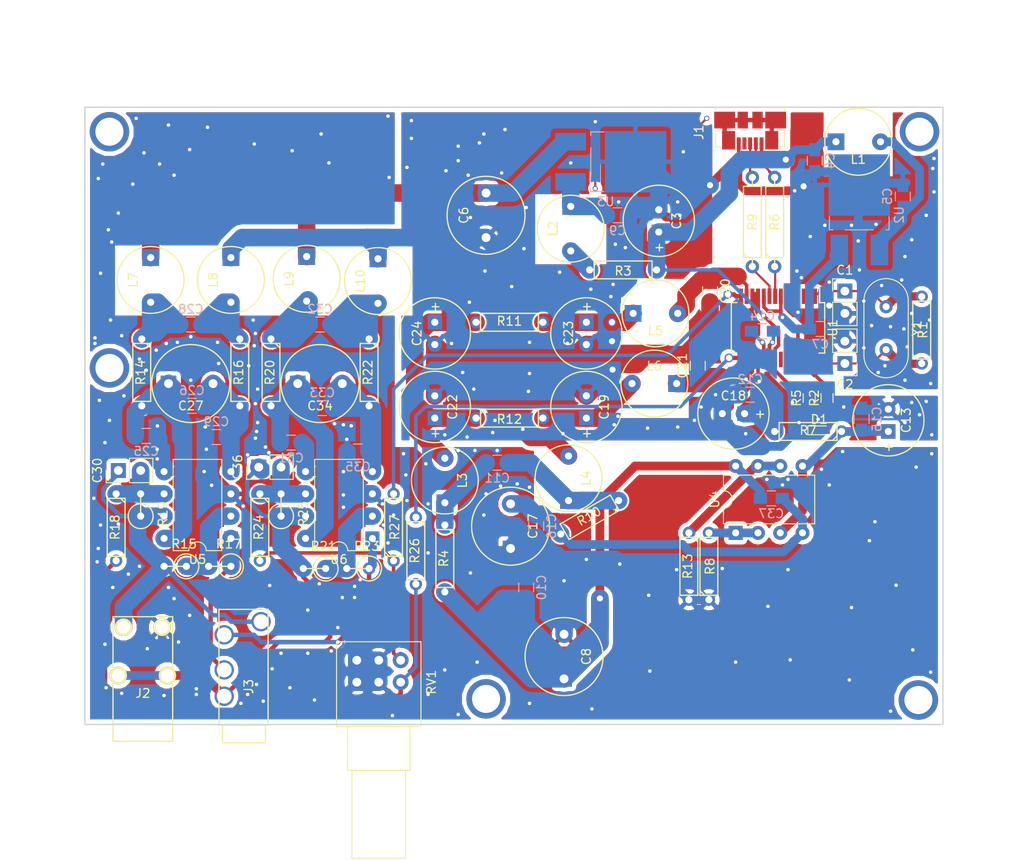
<source format=kicad_pcb>
(kicad_pcb (version 4) (host pcbnew 4.0.6+dfsg1-1)
  (layers (0 F.Cu signal) (31 B.Cu signal) (34 B.Paste user) (35 F.Paste user) (36 B.SilkS user) (37 F.SilkS user) (38 B.Mask user) (39 F.Mask user) (44 Edge.Cuts user))
  (net 0 "")
  (net 1 "Net-(C1-Pad1)")
  (net 2 GNDA)
  (net 3 "Net-(C2-Pad1)")
  (net 4 VBUS)
  (net 5 "Net-(C5-Pad2)")
  (net 6 VDDA)
  (net 7 VDD)
  (net 8 "Net-(C10-Pad1)")
  (net 9 GND)
  (net 10 "Net-(C9-Pad1)")
  (net 11 "Net-(C11-Pad1)")
  (net 12 "Net-(C11-Pad2)")
  (net 13 "Net-(C12-Pad1)")
  (net 14 "Net-(C13-Pad1)")
  (net 15 "Net-(C14-Pad1)")
  (net 16 "Net-(C14-Pad2)")
  (net 17 "Net-(C16-Pad2)")
  (net 18 "Net-(C19-Pad1)")
  (net 19 "Net-(C20-Pad1)")
  (net 20 "Net-(C21-Pad1)")
  (net 21 "Net-(C23-Pad1)")
  (net 22 "Net-(C25-Pad1)")
  (net 23 "Net-(C26-Pad1)")
  (net 24 "Net-(C28-Pad1)")
  (net 25 "Net-(C28-Pad2)")
  (net 26 R_COLD)
  (net 27 "Net-(C30-Pad2)")
  (net 28 "Net-(C31-Pad1)")
  (net 29 "Net-(C32-Pad1)")
  (net 30 "Net-(C32-Pad2)")
  (net 31 "Net-(C33-Pad1)")
  (net 32 L_COLD)
  (net 33 "Net-(C36-Pad2)")
  (net 34 "Net-(D1-Pad2)")
  (net 35 "Net-(J1-Pad2)")
  (net 36 "Net-(J1-Pad3)")
  (net 37 "Net-(J1-Pad6)")
  (net 38 L_HOT)
  (net 39 R_HOT)
  (net 40 "Net-(L2-Pad2)")
  (net 41 "Net-(R2-Pad2)")
  (net 42 "Net-(R6-Pad1)")
  (net 43 "Net-(R8-Pad2)")
  (net 44 "Net-(R9-Pad1)")
  (net 45 "Net-(R13-Pad1)")
  (net 46 "Net-(R15-Pad1)")
  (net 47 "Net-(R18-Pad2)")
  (net 48 "Net-(R21-Pad1)")
  (net 49 "Net-(R24-Pad2)")
  (net 50 "Net-(R26-Pad1)")
  (net 51 "Net-(R27-Pad2)")
  (module Discret:C2V8 (layer F.Cu) (at 156.591 106.553 90)
    (fp_text reference C8 (at 0 2.54 90) (layer F.SilkS))
    (fp_text value 1500u)
    (pad 1 thru_hole rect (at -2.54 0 90) (size 1.778 1.778) (drill 1.016) (layers *.Cu *.Mask) (net 8 "Net-(C10-Pad1)"))
    (pad 2 thru_hole circle (at 2.54 0 90) (size 1.778 1.778) (drill 1.016) (layers *.Cu *.Mask) (net 9 GND))
  )
  (module TO_SOT_Packages_SMD:TO-252-2Lead (layer B.Cu) (at 161.036 50.165)
    (fp_text reference U3 (at 0.3 4.54) (layer B.SilkS) (effects (justify mirror)))
    (fp_text value MC78M05CDT)
    (pad 1 smd rect (at -3.7 2.29 90) (size 2 3.5) (layers B.Cu B.Paste B.Mask) (net 10 "Net-(C9-Pad1)"))
    (pad 3 smd rect (at -3.7 -2.29 90) (size 2 3.5) (layers B.Cu B.Paste B.Mask) (net 6 VDDA))
    (pad 2 smd rect (at 3.7 -0.01 90) (size 7 7) (layers B.Cu B.Paste B.Mask) (net 2 GNDA))
  )
  (module mylib:35_TRS (layer F.Cu) (at 105.179 102.012)
    (fp_text reference J2 (at 3.406 8.732) (layer F.SilkS))
    (fp_text value Audio-Jack-3)
    (pad 1 thru_hole circle (at 0.6 6.7) (size 2 2) (drill 1.5) (layers *.Cu *.Mask F.SilkS) (net 32 L_COLD))
    (pad 2 thru_hole circle (at 1.2 1.2) (size 2 2) (drill 1.5) (layers *.Cu *.Mask F.SilkS) (net 26 R_COLD))
    (pad 3 thru_hole circle (at 5.6 1.2) (size 2 2) (drill 1.5) (layers *.Cu *.Mask F.SilkS) (net 9 GND))
    (pad 1 thru_hole circle (at 6.2 6.7) (size 2 2) (drill 1.5) (layers *.Cu *.Mask F.SilkS) (net 32 L_COLD))
  )
  (module Wire_Pads:SolderWirePad_single_2mmDrill (layer F.Cu) (at 104.775 73.66)
    (fp_text reference "" (at 0 -3.81) (layer F.SilkS))
    (fp_text value SolderWirePad_single_2mmDrill)
    (pad 1 thru_hole circle (at 0 0) (size 4.50088 4.50088) (drill 3.2) (layers *.Cu *.Mask))
  )
  (module Wire_Pads:SolderWirePad_single_2mmDrill (layer F.Cu) (at 147.701 111.379)
    (fp_text reference "" (at 0 -3.81) (layer F.SilkS))
    (fp_text value SolderWirePad_single_2mmDrill)
    (pad 1 thru_hole circle (at 0 0) (size 4.50088 4.50088) (drill 3.2) (layers *.Cu *.Mask))
  )
  (module Wire_Pads:SolderWirePad_single_2mmDrill (layer F.Cu) (at 196.977 111.506)
    (fp_text reference "" (at 0 -3.81) (layer F.SilkS))
    (fp_text value SolderWirePad_single_2mmDrill)
    (pad 1 thru_hole circle (at 0 0) (size 4.50088 4.50088) (drill 3.2) (layers *.Cu *.Mask))
  )
  (module Wire_Pads:SolderWirePad_single_2mmDrill (layer F.Cu) (at 104.775 46.736)
    (fp_text reference "" (at 0 -3.81) (layer F.SilkS))
    (fp_text value SolderWirePad_single_2mmDrill)
    (pad 1 thru_hole circle (at 0 0) (size 4.50088 4.50088) (drill 3.2) (layers *.Cu *.Mask))
  )
  (module Connectors_Molex:USB_Micro-B_Molex_47346-0001 (layer F.Cu) (at 177.8 46.736 270)
    (fp_text reference J1 (at 0.07 5.84 450) (layer F.SilkS))
    (fp_text value USB_OTG)
    (pad 1 smd rect (at 1.33 -1.3 270) (size 1.38 0.45) (layers F.Cu F.Paste F.Mask) (net 4 VBUS))
    (pad 2 smd rect (at 1.33 -0.65 270) (size 1.38 0.45) (layers F.Cu F.Paste F.Mask) (net 35 "Net-(J1-Pad2)"))
    (pad 3 smd rect (at 1.33 0 270) (size 1.38 0.45) (layers F.Cu F.Paste F.Mask) (net 36 "Net-(J1-Pad3)"))
    (pad 4 smd rect (at 1.33 0.65 270) (size 1.38 0.45) (layers F.Cu F.Paste F.Mask))
    (pad 5 smd rect (at 1.33 1.3 270) (size 1.38 0.45) (layers F.Cu F.Paste F.Mask) (net 2 GNDA))
    (pad 6 smd rect (at 0.97 -2.4625 270) (size 2.1 1.475) (layers F.Cu F.Paste F.Mask) (net 37 "Net-(J1-Pad6)"))
    (pad 6 smd rect (at 0.97 2.4625 270) (size 2.1 1.475) (layers F.Cu F.Paste F.Mask) (net 37 "Net-(J1-Pad6)"))
    (pad 6 smd rect (at -1.33 -2.91 270) (size 1.9 2.375) (layers F.Cu F.Paste F.Mask) (net 37 "Net-(J1-Pad6)"))
    (pad 6 smd rect (at -1.33 2.91 270) (size 1.9 2.375) (layers F.Cu F.Paste F.Mask) (net 37 "Net-(J1-Pad6)"))
    (pad 6 smd rect (at -1.33 -0.84 270) (size 1.9 1.175) (layers F.Cu F.Paste F.Mask) (net 37 "Net-(J1-Pad6)"))
    (pad 6 smd rect (at -1.33 0.84 270) (size 1.9 1.175) (layers F.Cu F.Paste F.Mask) (net 37 "Net-(J1-Pad6)"))
  )
  (module Housings_SSOP:SSOP-28_5.3x10.2mm_Pitch0.65mm (layer F.Cu) (at 180.975 69.088 270)
    (fp_text reference U1 (at 0 -6.25 270) (layer F.SilkS))
    (fp_text value PCM2704DB)
    (pad 1 smd rect (at -3.6 -4.225 270) (size 1.75 0.45) (layers F.Cu F.Paste F.Mask) (net 1 "Net-(C1-Pad1)"))
    (pad 2 smd rect (at -3.6 -3.575 270) (size 1.75 0.45) (layers F.Cu F.Paste F.Mask))
    (pad 3 smd rect (at -3.6 -2.925 270) (size 1.75 0.45) (layers F.Cu F.Paste F.Mask))
    (pad 4 smd rect (at -3.6 -2.275 270) (size 1.75 0.45) (layers F.Cu F.Paste F.Mask) (net 2 GNDA))
    (pad 5 smd rect (at -3.6 -1.625 270) (size 1.75 0.45) (layers F.Cu F.Paste F.Mask))
    (pad 6 smd rect (at -3.6 -0.975 270) (size 1.75 0.45) (layers F.Cu F.Paste F.Mask) (net 2 GNDA))
    (pad 7 smd rect (at -3.6 -0.325 270) (size 1.75 0.45) (layers F.Cu F.Paste F.Mask) (net 7 VDD))
    (pad 8 smd rect (at -3.6 0.325 270) (size 1.75 0.45) (layers F.Cu F.Paste F.Mask) (net 42 "Net-(R6-Pad1)"))
    (pad 9 smd rect (at -3.6 0.975 270) (size 1.75 0.45) (layers F.Cu F.Paste F.Mask) (net 44 "Net-(R9-Pad1)"))
    (pad 10 smd rect (at -3.6 1.625 270) (size 1.75 0.45) (layers F.Cu F.Paste F.Mask) (net 7 VDD))
    (pad 11 smd rect (at -3.6 2.275 270) (size 1.75 0.45) (layers F.Cu F.Paste F.Mask) (net 2 GNDA))
    (pad 12 smd rect (at -3.6 2.925 270) (size 1.75 0.45) (layers F.Cu F.Paste F.Mask) (net 2 GNDA))
    (pad 13 smd rect (at -3.6 3.575 270) (size 1.75 0.45) (layers F.Cu F.Paste F.Mask) (net 19 "Net-(C20-Pad1)"))
    (pad 14 smd rect (at -3.6 4.225 270) (size 1.75 0.45) (layers F.Cu F.Paste F.Mask) (net 51 "Net-(R27-Pad2)"))
    (pad 15 smd rect (at 3.6 4.225 270) (size 1.75 0.45) (layers F.Cu F.Paste F.Mask) (net 50 "Net-(R26-Pad1)"))
    (pad 16 smd rect (at 3.6 3.575 270) (size 1.75 0.45) (layers F.Cu F.Paste F.Mask) (net 20 "Net-(C21-Pad1)"))
    (pad 17 smd rect (at 3.6 2.925 270) (size 1.75 0.45) (layers F.Cu F.Paste F.Mask) (net 2 GNDA))
    (pad 18 smd rect (at 3.6 2.275 270) (size 1.75 0.45) (layers F.Cu F.Paste F.Mask) (net 13 "Net-(C12-Pad1)"))
    (pad 19 smd rect (at 3.6 1.625 270) (size 1.75 0.45) (layers F.Cu F.Paste F.Mask) (net 16 "Net-(C14-Pad2)"))
    (pad 20 smd rect (at 3.6 0.975 270) (size 1.75 0.45) (layers F.Cu F.Paste F.Mask) (net 15 "Net-(C14-Pad1)"))
    (pad 21 smd rect (at 3.6 0.325 270) (size 1.75 0.45) (layers F.Cu F.Paste F.Mask) (net 4 VBUS))
    (pad 22 smd rect (at 3.6 -0.325 270) (size 1.75 0.45) (layers F.Cu F.Paste F.Mask))
    (pad 23 smd rect (at 3.6 -0.975 270) (size 1.75 0.45) (layers F.Cu F.Paste F.Mask))
    (pad 24 smd rect (at 3.6 -1.625 270) (size 1.75 0.45) (layers F.Cu F.Paste F.Mask))
    (pad 25 smd rect (at 3.6 -2.275 270) (size 1.75 0.45) (layers F.Cu F.Paste F.Mask) (net 7 VDD))
    (pad 26 smd rect (at 3.6 -2.925 270) (size 1.75 0.45) (layers F.Cu F.Paste F.Mask) (net 7 VDD))
    (pad 27 smd rect (at 3.6 -3.575 270) (size 1.75 0.45) (layers F.Cu F.Paste F.Mask) (net 41 "Net-(R2-Pad2)"))
    (pad 28 smd rect (at 3.6 -4.225 270) (size 1.75 0.45) (layers F.Cu F.Paste F.Mask) (net 3 "Net-(C2-Pad1)"))
  )
  (module Pin_Headers:Pin_Header_Straight_1x02_Pitch2.54mm (layer F.Cu) (at 188.595 64.897)
    (fp_text reference C1 (at 0 -2.39) (layer F.SilkS))
    (fp_text value 18p)
    (pad 1 thru_hole rect (at 0 0) (size 1.7 1.7) (drill 1) (layers *.Cu *.Mask) (net 1 "Net-(C1-Pad1)"))
    (pad 2 thru_hole oval (at 0 2.54) (size 1.7 1.7) (drill 1) (layers *.Cu *.Mask) (net 2 GNDA))
  )
  (module Pin_Headers:Pin_Header_Straight_1x02_Pitch2.54mm (layer F.Cu) (at 188.595 73.152 180)
    (fp_text reference C2 (at 0 -2.39 180) (layer F.SilkS))
    (fp_text value 18p)
    (pad 1 thru_hole rect (at 0 0 180) (size 1.7 1.7) (drill 1) (layers *.Cu *.Mask) (net 3 "Net-(C2-Pad1)"))
    (pad 2 thru_hole oval (at 0 2.54 180) (size 1.7 1.7) (drill 1) (layers *.Cu *.Mask) (net 2 GNDA))
  )
  (module Discret:C1V8 (layer F.Cu) (at 167.386 56.896 90)
    (fp_text reference C3 (at 0 2.032 90) (layer F.SilkS))
    (fp_text value 100u)
    (fp_text user + (at -3.04546 0 90) (layer F.SilkS))
    (pad 1 thru_hole rect (at -1.27 0 90) (size 1.651 1.651) (drill 0.8128) (layers *.Cu *.Mask) (net 4 VBUS))
    (pad 2 thru_hole circle (at 1.27 0 90) (size 1.651 1.651) (drill 0.8128) (layers *.Cu *.Mask) (net 2 GNDA))
  )
  (module Capacitors_SMD:C_0805_HandSoldering (layer B.Cu) (at 185.166 50.038 90)
    (fp_text reference C4 (at 0 1.75 90) (layer B.SilkS) (effects (justify mirror)))
    (fp_text value 1u)
    (pad 1 smd rect (at -1.25 0 90) (size 1.5 1.25) (layers B.Cu B.Paste B.Mask) (net 2 GNDA))
    (pad 2 smd rect (at 1.25 0 90) (size 1.5 1.25) (layers B.Cu B.Paste B.Mask) (net 4 VBUS))
  )
  (module Capacitors_SMD:C_0805_HandSoldering (layer B.Cu) (at 195.199 54.102 270)
    (fp_text reference C5 (at 0 1.75 270) (layer B.SilkS) (effects (justify mirror)))
    (fp_text value 1u)
    (pad 1 smd rect (at -1.25 0 270) (size 1.5 1.25) (layers B.Cu B.Paste B.Mask) (net 2 GNDA))
    (pad 2 smd rect (at 1.25 0 270) (size 1.5 1.25) (layers B.Cu B.Paste B.Mask) (net 5 "Net-(C5-Pad2)"))
  )
  (module Discret:C2V8 (layer F.Cu) (at 147.701 56.261 270)
    (fp_text reference C6 (at 0 2.54 270) (layer F.SilkS))
    (fp_text value 1000u)
    (pad 1 thru_hole rect (at -2.54 0 270) (size 1.778 1.778) (drill 1.016) (layers *.Cu *.Mask) (net 6 VDDA))
    (pad 2 thru_hole circle (at 2.54 0 270) (size 1.778 1.778) (drill 1.016) (layers *.Cu *.Mask) (net 2 GNDA))
  )
  (module Capacitors_SMD:C_0805_HandSoldering (layer B.Cu) (at 185.801 69.215)
    (fp_text reference C7 (at 0 1.75) (layer B.SilkS) (effects (justify mirror)))
    (fp_text value 1u)
    (pad 1 smd rect (at -1.25 0) (size 1.5 1.25) (layers B.Cu B.Paste B.Mask) (net 7 VDD))
    (pad 2 smd rect (at 1.25 0) (size 1.5 1.25) (layers B.Cu B.Paste B.Mask) (net 2 GNDA))
  )
  (module Capacitors_SMD:C_0805_HandSoldering (layer B.Cu) (at 162.687 56.261)
    (fp_text reference C9 (at 0 1.75) (layer B.SilkS) (effects (justify mirror)))
    (fp_text value 1u)
    (pad 1 smd rect (at -1.25 0) (size 1.5 1.25) (layers B.Cu B.Paste B.Mask) (net 10 "Net-(C9-Pad1)"))
    (pad 2 smd rect (at 1.25 0) (size 1.5 1.25) (layers B.Cu B.Paste B.Mask) (net 2 GNDA))
  )
  (module Capacitors_SMD:C_0805_HandSoldering (layer B.Cu) (at 152.273 98.679 90)
    (fp_text reference C10 (at 0 1.75 90) (layer B.SilkS) (effects (justify mirror)))
    (fp_text value 1u)
    (pad 1 smd rect (at -1.25 0 90) (size 1.5 1.25) (layers B.Cu B.Paste B.Mask) (net 8 "Net-(C10-Pad1)"))
    (pad 2 smd rect (at 1.25 0 90) (size 1.5 1.25) (layers B.Cu B.Paste B.Mask) (net 9 GND))
  )
  (module Capacitors_SMD:C_0805_HandSoldering (layer B.Cu) (at 148.971 84.455)
    (fp_text reference C11 (at 0 1.75) (layer B.SilkS) (effects (justify mirror)))
    (fp_text value 1u)
    (pad 1 smd rect (at -1.25 0) (size 1.5 1.25) (layers B.Cu B.Paste B.Mask) (net 11 "Net-(C11-Pad1)"))
    (pad 2 smd rect (at 1.25 0) (size 1.5 1.25) (layers B.Cu B.Paste B.Mask) (net 12 "Net-(C11-Pad2)"))
  )
  (module Capacitors_SMD:C_0805_HandSoldering (layer B.Cu) (at 177.8 76.708 180)
    (fp_text reference C12 (at 0 1.75 180) (layer B.SilkS) (effects (justify mirror)))
    (fp_text value 1u)
    (pad 1 smd rect (at -1.25 0 180) (size 1.5 1.25) (layers B.Cu B.Paste B.Mask) (net 13 "Net-(C12-Pad1)"))
    (pad 2 smd rect (at 1.25 0 180) (size 1.5 1.25) (layers B.Cu B.Paste B.Mask) (net 2 GNDA))
  )
  (module Discret:C1V8 (layer F.Cu) (at 193.548 79.629 90)
    (fp_text reference C13 (at 0 2.032 90) (layer F.SilkS))
    (fp_text value 100u)
    (fp_text user + (at -3.04546 0 90) (layer F.SilkS))
    (pad 1 thru_hole rect (at -1.27 0 90) (size 1.651 1.651) (drill 0.8128) (layers *.Cu *.Mask) (net 14 "Net-(C13-Pad1)"))
    (pad 2 thru_hole circle (at 1.27 0 90) (size 1.651 1.651) (drill 0.8128) (layers *.Cu *.Mask) (net 2 GNDA))
  )
  (module Capacitors_SMD:C_0805_HandSoldering (layer B.Cu) (at 179.197 69.469 180)
    (fp_text reference C14 (at 0 1.75 180) (layer B.SilkS) (effects (justify mirror)))
    (fp_text value 1u)
    (pad 1 smd rect (at -1.25 0 180) (size 1.5 1.25) (layers B.Cu B.Paste B.Mask) (net 15 "Net-(C14-Pad1)"))
    (pad 2 smd rect (at 1.25 0 180) (size 1.5 1.25) (layers B.Cu B.Paste B.Mask) (net 16 "Net-(C14-Pad2)"))
  )
  (module Capacitors_SMD:C_0805_HandSoldering (layer B.Cu) (at 190.5 79.502 90)
    (fp_text reference C15 (at 0 1.75 90) (layer B.SilkS) (effects (justify mirror)))
    (fp_text value 1u)
    (pad 1 smd rect (at -1.25 0 90) (size 1.5 1.25) (layers B.Cu B.Paste B.Mask) (net 14 "Net-(C13-Pad1)"))
    (pad 2 smd rect (at 1.25 0 90) (size 1.5 1.25) (layers B.Cu B.Paste B.Mask) (net 2 GNDA))
  )
  (module Capacitors_SMD:C_0805_HandSoldering (layer B.Cu) (at 153.416 91.694 90)
    (fp_text reference C16 (at 0 1.75 90) (layer B.SilkS) (effects (justify mirror)))
    (fp_text value 1u)
    (pad 1 smd rect (at -1.25 0 90) (size 1.5 1.25) (layers B.Cu B.Paste B.Mask) (net 9 GND))
    (pad 2 smd rect (at 1.25 0 90) (size 1.5 1.25) (layers B.Cu B.Paste B.Mask) (net 17 "Net-(C16-Pad2)"))
  )
  (module Discret:C2V8 (layer F.Cu) (at 150.495 91.694 90)
    (fp_text reference C17 (at 0 2.54 90) (layer F.SilkS))
    (fp_text value 1500u)
    (pad 1 thru_hole rect (at -2.54 0 90) (size 1.778 1.778) (drill 1.016) (layers *.Cu *.Mask) (net 9 GND))
    (pad 2 thru_hole circle (at 2.54 0 90) (size 1.778 1.778) (drill 1.016) (layers *.Cu *.Mask) (net 17 "Net-(C16-Pad2)"))
  )
  (module Discret:C1V8 (layer F.Cu) (at 175.895 78.867 180)
    (fp_text reference C18 (at 0 2.032 180) (layer F.SilkS))
    (fp_text value 100u)
    (fp_text user + (at -3.04546 0 180) (layer F.SilkS))
    (pad 1 thru_hole rect (at -1.27 0 180) (size 1.651 1.651) (drill 0.8128) (layers *.Cu *.Mask) (net 13 "Net-(C12-Pad1)"))
    (pad 2 thru_hole circle (at 1.27 0 180) (size 1.651 1.651) (drill 0.8128) (layers *.Cu *.Mask) (net 2 GNDA))
  )
  (module Discret:C1V8 (layer F.Cu) (at 159.131 78.105 90)
    (fp_text reference C19 (at 0 2.032 90) (layer F.SilkS))
    (fp_text value 100u)
    (fp_text user + (at -3.04546 0 90) (layer F.SilkS))
    (pad 1 thru_hole rect (at -1.27 0 90) (size 1.651 1.651) (drill 0.8128) (layers *.Cu *.Mask) (net 18 "Net-(C19-Pad1)"))
    (pad 2 thru_hole circle (at 1.27 0 90) (size 1.651 1.651) (drill 0.8128) (layers *.Cu *.Mask) (net 2 GNDA))
  )
  (module Capacitors_SMD:C_0805_HandSoldering (layer F.Cu) (at 173.228 64.897 270)
    (fp_text reference C20 (at 0 -1.75 270) (layer F.SilkS))
    (fp_text value 0.1u)
    (pad 1 smd rect (at -1.25 0 270) (size 1.5 1.25) (layers F.Cu F.Paste F.Mask) (net 19 "Net-(C20-Pad1)"))
    (pad 2 smd rect (at 1.25 0 270) (size 1.5 1.25) (layers F.Cu F.Paste F.Mask) (net 2 GNDA))
  )
  (module Capacitors_SMD:C_0805_HandSoldering (layer F.Cu) (at 171.831 73.406 90)
    (fp_text reference C21 (at 0 -1.75 90) (layer F.SilkS))
    (fp_text value 0.1u)
    (pad 1 smd rect (at -1.25 0 90) (size 1.5 1.25) (layers F.Cu F.Paste F.Mask) (net 20 "Net-(C21-Pad1)"))
    (pad 2 smd rect (at 1.25 0 90) (size 1.5 1.25) (layers F.Cu F.Paste F.Mask) (net 2 GNDA))
  )
  (module Discret:C1V8 (layer F.Cu) (at 141.859 78.105 90)
    (fp_text reference C22 (at 0 2.032 90) (layer F.SilkS))
    (fp_text value 100u)
    (fp_text user + (at -3.04546 0 90) (layer F.SilkS))
    (pad 1 thru_hole rect (at -1.27 0 90) (size 1.651 1.651) (drill 0.8128) (layers *.Cu *.Mask) (net 6 VDDA))
    (pad 2 thru_hole circle (at 1.27 0 90) (size 1.651 1.651) (drill 0.8128) (layers *.Cu *.Mask) (net 2 GNDA))
  )
  (module Discret:C1V8 (layer F.Cu) (at 159.131 69.723 270)
    (fp_text reference C23 (at 0 2.032 270) (layer F.SilkS))
    (fp_text value 100u)
    (fp_text user + (at -3.04546 0 270) (layer F.SilkS))
    (pad 1 thru_hole rect (at -1.27 0 270) (size 1.651 1.651) (drill 0.8128) (layers *.Cu *.Mask) (net 21 "Net-(C23-Pad1)"))
    (pad 2 thru_hole circle (at 1.27 0 270) (size 1.651 1.651) (drill 0.8128) (layers *.Cu *.Mask) (net 2 GNDA))
  )
  (module Discret:C1V8 (layer F.Cu) (at 141.859 69.723 270)
    (fp_text reference C24 (at 0 2.032 270) (layer F.SilkS))
    (fp_text value 100u)
    (fp_text user + (at -3.04546 0 270) (layer F.SilkS))
    (pad 1 thru_hole rect (at -1.27 0 270) (size 1.651 1.651) (drill 0.8128) (layers *.Cu *.Mask) (net 6 VDDA))
    (pad 2 thru_hole circle (at 1.27 0 270) (size 1.651 1.651) (drill 0.8128) (layers *.Cu *.Mask) (net 2 GNDA))
  )
  (module Capacitors_SMD:C_0805_HandSoldering (layer B.Cu) (at 108.966 81.407)
    (fp_text reference C25 (at 0 1.75) (layer B.SilkS) (effects (justify mirror)))
    (fp_text value 1u)
    (pad 1 smd rect (at -1.25 0) (size 1.5 1.25) (layers B.Cu B.Paste B.Mask) (net 22 "Net-(C25-Pad1)"))
    (pad 2 smd rect (at 1.25 0) (size 1.5 1.25) (layers B.Cu B.Paste B.Mask) (net 9 GND))
  )
  (module Capacitors_SMD:C_0805_HandSoldering (layer B.Cu) (at 114.173 77.978 180)
    (fp_text reference C26 (at 0 1.75 180) (layer B.SilkS) (effects (justify mirror)))
    (fp_text value 1u)
    (pad 1 smd rect (at -1.25 0 180) (size 1.5 1.25) (layers B.Cu B.Paste B.Mask) (net 23 "Net-(C26-Pad1)"))
    (pad 2 smd rect (at 1.25 0 180) (size 1.5 1.25) (layers B.Cu B.Paste B.Mask) (net 22 "Net-(C25-Pad1)"))
  )
  (module Discret:C2V8 (layer F.Cu) (at 114.046 75.438)
    (fp_text reference C27 (at 0 2.54) (layer F.SilkS))
    (fp_text value 1500u)
    (pad 1 thru_hole rect (at -2.54 0) (size 1.778 1.778) (drill 1.016) (layers *.Cu *.Mask) (net 22 "Net-(C25-Pad1)"))
    (pad 2 thru_hole circle (at 2.54 0) (size 1.778 1.778) (drill 1.016) (layers *.Cu *.Mask) (net 23 "Net-(C26-Pad1)"))
  )
  (module Capacitors_SMD:C_0805_HandSoldering (layer B.Cu) (at 114.046 68.707 180)
    (fp_text reference C28 (at 0 1.75 180) (layer B.SilkS) (effects (justify mirror)))
    (fp_text value 1u)
    (pad 1 smd rect (at -1.25 0 180) (size 1.5 1.25) (layers B.Cu B.Paste B.Mask) (net 24 "Net-(C28-Pad1)"))
    (pad 2 smd rect (at 1.25 0 180) (size 1.5 1.25) (layers B.Cu B.Paste B.Mask) (net 25 "Net-(C28-Pad2)"))
  )
  (module Capacitors_SMD:C_0805_HandSoldering (layer B.Cu) (at 116.967 81.534 180)
    (fp_text reference C29 (at 0 1.75 180) (layer B.SilkS) (effects (justify mirror)))
    (fp_text value 1u)
    (pad 1 smd rect (at -1.25 0 180) (size 1.5 1.25) (layers B.Cu B.Paste B.Mask) (net 23 "Net-(C26-Pad1)"))
    (pad 2 smd rect (at 1.25 0 180) (size 1.5 1.25) (layers B.Cu B.Paste B.Mask) (net 9 GND))
  )
  (module Pin_Headers:Pin_Header_Straight_1x02_Pitch2.54mm (layer F.Cu) (at 105.791 85.344 90)
    (fp_text reference C30 (at 0 -2.39 90) (layer F.SilkS))
    (fp_text value 2200p)
    (pad 1 thru_hole rect (at 0 0 90) (size 1.7 1.7) (drill 1) (layers *.Cu *.Mask) (net 26 R_COLD))
    (pad 2 thru_hole oval (at 0 2.54 90) (size 1.7 1.7) (drill 1) (layers *.Cu *.Mask) (net 27 "Net-(C30-Pad2)"))
  )
  (module Capacitors_SMD:C_0805_HandSoldering (layer B.Cu) (at 125.476 82.169)
    (fp_text reference C31 (at 0 1.75) (layer B.SilkS) (effects (justify mirror)))
    (fp_text value 1u)
    (pad 1 smd rect (at -1.25 0) (size 1.5 1.25) (layers B.Cu B.Paste B.Mask) (net 28 "Net-(C31-Pad1)"))
    (pad 2 smd rect (at 1.25 0) (size 1.5 1.25) (layers B.Cu B.Paste B.Mask) (net 9 GND))
  )
  (module Capacitors_SMD:C_0805_HandSoldering (layer B.Cu) (at 128.778 68.707 180)
    (fp_text reference C32 (at 0 1.75 180) (layer B.SilkS) (effects (justify mirror)))
    (fp_text value 1u)
    (pad 1 smd rect (at -1.25 0 180) (size 1.5 1.25) (layers B.Cu B.Paste B.Mask) (net 29 "Net-(C32-Pad1)"))
    (pad 2 smd rect (at 1.25 0 180) (size 1.5 1.25) (layers B.Cu B.Paste B.Mask) (net 30 "Net-(C32-Pad2)"))
  )
  (module Capacitors_SMD:C_0805_HandSoldering (layer B.Cu) (at 129.032 78.232 180)
    (fp_text reference C33 (at 0 1.75 180) (layer B.SilkS) (effects (justify mirror)))
    (fp_text value 1u)
    (pad 1 smd rect (at -1.25 0 180) (size 1.5 1.25) (layers B.Cu B.Paste B.Mask) (net 31 "Net-(C33-Pad1)"))
    (pad 2 smd rect (at 1.25 0 180) (size 1.5 1.25) (layers B.Cu B.Paste B.Mask) (net 28 "Net-(C31-Pad1)"))
  )
  (module Discret:C2V8 (layer F.Cu) (at 128.778 75.438)
    (fp_text reference C34 (at 0 2.54) (layer F.SilkS))
    (fp_text value 1500u)
    (pad 1 thru_hole rect (at -2.54 0) (size 1.778 1.778) (drill 1.016) (layers *.Cu *.Mask) (net 28 "Net-(C31-Pad1)"))
    (pad 2 thru_hole circle (at 2.54 0) (size 1.778 1.778) (drill 1.016) (layers *.Cu *.Mask) (net 31 "Net-(C33-Pad1)"))
  )
  (module Capacitors_SMD:C_0805_HandSoldering (layer B.Cu) (at 133.096 83.185)
    (fp_text reference C35 (at 0 1.75) (layer B.SilkS) (effects (justify mirror)))
    (fp_text value 1u)
    (pad 1 smd rect (at -1.25 0) (size 1.5 1.25) (layers B.Cu B.Paste B.Mask) (net 9 GND))
    (pad 2 smd rect (at 1.25 0) (size 1.5 1.25) (layers B.Cu B.Paste B.Mask) (net 31 "Net-(C33-Pad1)"))
  )
  (module Pin_Headers:Pin_Header_Straight_1x02_Pitch2.54mm (layer F.Cu) (at 121.793 84.963 90)
    (fp_text reference C36 (at 0 -2.39 90) (layer F.SilkS))
    (fp_text value 2200p)
    (pad 1 thru_hole rect (at 0 0 90) (size 1.7 1.7) (drill 1) (layers *.Cu *.Mask) (net 32 L_COLD))
    (pad 2 thru_hole oval (at 0 2.54 90) (size 1.7 1.7) (drill 1) (layers *.Cu *.Mask) (net 33 "Net-(C36-Pad2)"))
  )
  (module LEDs:LED_0603 (layer F.Cu) (at 185.674 80.772)
    (fp_text reference D1 (at 0 -1.25) (layer F.SilkS))
    (fp_text value LED)
    (pad 2 smd rect (at 0.8 0 180) (size 0.8 0.8) (layers F.Cu F.Paste F.Mask) (net 34 "Net-(D1-Pad2)"))
    (pad 1 smd rect (at -0.8 0 180) (size 0.8 0.8) (layers F.Cu F.Paste F.Mask) (net 2 GNDA))
  )
  (module mylib:TRRS_1 (layer F.Cu) (at 122.056 114.377 90)
    (fp_text reference J3 (at 4.4 -1.4 90) (layer F.SilkS))
    (fp_text value Audio-Jack-4)
    (pad 4 thru_hole circle (at 11.8 0 90) (size 2.2 2.2) (drill 1.7) (layers *.Cu *.Mask) (net 26 R_COLD))
    (pad 1 thru_hole circle (at 10.3 -4.2 90) (size 2.2 2.2) (drill 1.7) (layers *.Cu *.Mask) (net 38 L_HOT))
    (pad 2 thru_hole circle (at 6.3 -4.2 90) (size 2.2 2.2) (drill 1.7) (layers *.Cu *.Mask) (net 39 R_HOT))
    (pad 3 thru_hole circle (at 3.3 -4.2 90) (size 2.2 2.2) (drill 1.7) (layers *.Cu *.Mask) (net 32 L_COLD))
  )
  (module Inductors:INDUCTOR_V (layer F.Cu) (at 190.119 47.879)
    (fp_text reference L1 (at 0 1.99898) (layer F.SilkS))
    (fp_text value 4.7u)
    (pad 1 thru_hole rect (at -2.54 0) (size 1.905 1.905) (drill 0.8128) (layers *.Cu *.Mask) (net 4 VBUS))
    (pad 2 thru_hole circle (at 2.54 0) (size 1.905 1.905) (drill 0.8128) (layers *.Cu *.Mask) (net 5 "Net-(C5-Pad2)"))
  )
  (module Inductors:INDUCTOR_V (layer F.Cu) (at 157.353 57.785 270)
    (fp_text reference L2 (at 0 1.99898 270) (layer F.SilkS))
    (fp_text value 4.7u)
    (pad 1 thru_hole rect (at -2.54 0 270) (size 1.905 1.905) (drill 0.8128) (layers *.Cu *.Mask) (net 10 "Net-(C9-Pad1)"))
    (pad 2 thru_hole circle (at 2.54 0 270) (size 1.905 1.905) (drill 0.8128) (layers *.Cu *.Mask) (net 40 "Net-(L2-Pad2)"))
  )
  (module Inductors:INDUCTOR_V (layer F.Cu) (at 143.002 86.487 90)
    (fp_text reference L3 (at 0 1.99898 90) (layer F.SilkS))
    (fp_text value 4.7u)
    (pad 1 thru_hole rect (at -2.54 0 90) (size 1.905 1.905) (drill 0.8128) (layers *.Cu *.Mask) (net 11 "Net-(C11-Pad1)"))
    (pad 2 thru_hole circle (at 2.54 0 90) (size 1.905 1.905) (drill 0.8128) (layers *.Cu *.Mask) (net 6 VDDA))
  )
  (module Inductors:INDUCTOR_V (layer F.Cu) (at 157.099 86.233 90)
    (fp_text reference L4 (at 0 1.99898 90) (layer F.SilkS))
    (fp_text value 4.7u)
    (pad 1 thru_hole rect (at -2.54 0 90) (size 1.905 1.905) (drill 0.8128) (layers *.Cu *.Mask) (net 12 "Net-(C11-Pad2)"))
    (pad 2 thru_hole circle (at 2.54 0 90) (size 1.905 1.905) (drill 0.8128) (layers *.Cu *.Mask) (net 2 GNDA))
  )
  (module Inductors:INDUCTOR_V (layer F.Cu) (at 167.005 67.437)
    (fp_text reference L5 (at 0 1.99898) (layer F.SilkS))
    (fp_text value 4.7u)
    (pad 1 thru_hole rect (at -2.54 0) (size 1.905 1.905) (drill 0.8128) (layers *.Cu *.Mask) (net 21 "Net-(C23-Pad1)"))
    (pad 2 thru_hole circle (at 2.54 0) (size 1.905 1.905) (drill 0.8128) (layers *.Cu *.Mask) (net 19 "Net-(C20-Pad1)"))
  )
  (module Inductors:INDUCTOR_V (layer F.Cu) (at 166.878 75.438 180)
    (fp_text reference L6 (at 0 1.99898 180) (layer F.SilkS))
    (fp_text value 4.7u)
    (pad 1 thru_hole rect (at -2.54 0 180) (size 1.905 1.905) (drill 0.8128) (layers *.Cu *.Mask) (net 20 "Net-(C21-Pad1)"))
    (pad 2 thru_hole circle (at 2.54 0 180) (size 1.905 1.905) (drill 0.8128) (layers *.Cu *.Mask) (net 18 "Net-(C19-Pad1)"))
  )
  (module Inductors:INDUCTOR_V (layer F.Cu) (at 109.474 63.627 270)
    (fp_text reference L7 (at 0 1.99898 270) (layer F.SilkS))
    (fp_text value 4.7u)
    (pad 1 thru_hole rect (at -2.54 0 270) (size 1.905 1.905) (drill 0.8128) (layers *.Cu *.Mask) (net 6 VDDA))
    (pad 2 thru_hole circle (at 2.54 0 270) (size 1.905 1.905) (drill 0.8128) (layers *.Cu *.Mask) (net 25 "Net-(C28-Pad2)"))
  )
  (module Inductors:INDUCTOR_V (layer F.Cu) (at 118.618 63.627 270)
    (fp_text reference L8 (at 0 1.99898 270) (layer F.SilkS))
    (fp_text value 4.7u)
    (pad 1 thru_hole rect (at -2.54 0 270) (size 1.905 1.905) (drill 0.8128) (layers *.Cu *.Mask) (net 2 GNDA))
    (pad 2 thru_hole circle (at 2.54 0 270) (size 1.905 1.905) (drill 0.8128) (layers *.Cu *.Mask) (net 24 "Net-(C28-Pad1)"))
  )
  (module Inductors:INDUCTOR_V (layer F.Cu) (at 127.254 63.5 270)
    (fp_text reference L9 (at 0 1.99898 270) (layer F.SilkS))
    (fp_text value 4.7u)
    (pad 1 thru_hole rect (at -2.54 0 270) (size 1.905 1.905) (drill 0.8128) (layers *.Cu *.Mask) (net 6 VDDA))
    (pad 2 thru_hole circle (at 2.54 0 270) (size 1.905 1.905) (drill 0.8128) (layers *.Cu *.Mask) (net 30 "Net-(C32-Pad2)"))
  )
  (module Inductors:INDUCTOR_V (layer F.Cu) (at 135.382 63.754 270)
    (fp_text reference L10 (at 0 1.99898 270) (layer F.SilkS))
    (fp_text value 4.7u)
    (pad 1 thru_hole rect (at -2.54 0 270) (size 1.905 1.905) (drill 0.8128) (layers *.Cu *.Mask) (net 2 GNDA))
    (pad 2 thru_hole circle (at 2.54 0 270) (size 1.905 1.905) (drill 0.8128) (layers *.Cu *.Mask) (net 29 "Net-(C32-Pad1)"))
  )
  (module Discret:R3 (layer F.Cu) (at 197.358 69.342 90)
    (fp_text reference R1 (at 0 0.127 90) (layer F.SilkS))
    (fp_text value 1M)
    (pad 1 thru_hole circle (at -3.81 0 90) (size 1.397 1.397) (drill 0.8128) (layers *.Cu *.Mask) (net 3 "Net-(C2-Pad1)"))
    (pad 2 thru_hole circle (at 3.81 0 90) (size 1.397 1.397) (drill 0.8128) (layers *.Cu *.Mask) (net 1 "Net-(C1-Pad1)"))
  )
  (module Discret:R3 (layer F.Cu) (at 163.322 62.484)
    (fp_text reference R3 (at 0 0.127) (layer F.SilkS))
    (fp_text value 1)
    (pad 1 thru_hole circle (at -3.81 0) (size 1.397 1.397) (drill 0.8128) (layers *.Cu *.Mask) (net 40 "Net-(L2-Pad2)"))
    (pad 2 thru_hole circle (at 3.81 0) (size 1.397 1.397) (drill 0.8128) (layers *.Cu *.Mask) (net 4 VBUS))
  )
  (module Discret:R3 (layer F.Cu) (at 143.002 95.377 270)
    (fp_text reference R4 (at 0 0.127 270) (layer F.SilkS))
    (fp_text value 1)
    (pad 1 thru_hole circle (at -3.81 0 270) (size 1.397 1.397) (drill 0.8128) (layers *.Cu *.Mask) (net 11 "Net-(C11-Pad1)"))
    (pad 2 thru_hole circle (at 3.81 0 270) (size 1.397 1.397) (drill 0.8128) (layers *.Cu *.Mask) (net 8 "Net-(C10-Pad1)"))
  )
  (module Discret:R3 (layer F.Cu) (at 184.404 80.899 180)
    (fp_text reference R7 (at 0 0.127 180) (layer F.SilkS))
    (fp_text value 1k)
    (pad 1 thru_hole circle (at -3.81 0 180) (size 1.397 1.397) (drill 0.8128) (layers *.Cu *.Mask) (net 14 "Net-(C13-Pad1)"))
    (pad 2 thru_hole circle (at 3.81 0 180) (size 1.397 1.397) (drill 0.8128) (layers *.Cu *.Mask) (net 13 "Net-(C12-Pad1)"))
  )
  (module Discret:R3 (layer F.Cu) (at 173.101 96.266 90)
    (fp_text reference R8 (at 0 0.127 90) (layer F.SilkS))
    (fp_text value 1)
    (pad 1 thru_hole circle (at -3.81 0 90) (size 1.397 1.397) (drill 0.8128) (layers *.Cu *.Mask) (net 9 GND))
    (pad 2 thru_hole circle (at 3.81 0 90) (size 1.397 1.397) (drill 0.8128) (layers *.Cu *.Mask) (net 43 "Net-(R8-Pad2)"))
  )
  (module Discret:R3 (layer F.Cu) (at 159.512 90.678 210)
    (fp_text reference R10 (at 0 0.127 210) (layer F.SilkS))
    (fp_text value 1)
    (pad 1 thru_hole circle (at -3.81 0 210) (size 1.397 1.397) (drill 0.8128) (layers *.Cu *.Mask) (net 12 "Net-(C11-Pad2)"))
    (pad 2 thru_hole circle (at 3.81 0 210) (size 1.397 1.397) (drill 0.8128) (layers *.Cu *.Mask) (net 17 "Net-(C16-Pad2)"))
  )
  (module Discret:R3 (layer F.Cu) (at 150.368 68.453 180)
    (fp_text reference R11 (at 0 0.127 180) (layer F.SilkS))
    (fp_text value 1)
    (pad 1 thru_hole circle (at -3.81 0 180) (size 1.397 1.397) (drill 0.8128) (layers *.Cu *.Mask) (net 21 "Net-(C23-Pad1)"))
    (pad 2 thru_hole circle (at 3.81 0 180) (size 1.397 1.397) (drill 0.8128) (layers *.Cu *.Mask) (net 6 VDDA))
  )
  (module Discret:R3 (layer F.Cu) (at 150.368 79.375)
    (fp_text reference R12 (at 0 0.127) (layer F.SilkS))
    (fp_text value 1)
    (pad 1 thru_hole circle (at -3.81 0) (size 1.397 1.397) (drill 0.8128) (layers *.Cu *.Mask) (net 6 VDDA))
    (pad 2 thru_hole circle (at 3.81 0) (size 1.397 1.397) (drill 0.8128) (layers *.Cu *.Mask) (net 18 "Net-(C19-Pad1)"))
  )
  (module Discret:R3 (layer F.Cu) (at 170.815 96.266 270)
    (fp_text reference R13 (at 0 0.127 270) (layer F.SilkS))
    (fp_text value 1)
    (pad 1 thru_hole circle (at -3.81 0 270) (size 1.397 1.397) (drill 0.8128) (layers *.Cu *.Mask) (net 45 "Net-(R13-Pad1)"))
    (pad 2 thru_hole circle (at 3.81 0 270) (size 1.397 1.397) (drill 0.8128) (layers *.Cu *.Mask) (net 9 GND))
  )
  (module Discret:R3 (layer F.Cu) (at 108.458 74.168 270)
    (fp_text reference R14 (at 0 0.127 270) (layer F.SilkS))
    (fp_text value 1)
    (pad 1 thru_hole circle (at -3.81 0 270) (size 1.397 1.397) (drill 0.8128) (layers *.Cu *.Mask) (net 25 "Net-(C28-Pad2)"))
    (pad 2 thru_hole circle (at 3.81 0 270) (size 1.397 1.397) (drill 0.8128) (layers *.Cu *.Mask) (net 22 "Net-(C25-Pad1)"))
  )
  (module Discret:R3 (layer F.Cu) (at 119.634 74.168 270)
    (fp_text reference R16 (at 0 0.127 270) (layer F.SilkS))
    (fp_text value 1)
    (pad 1 thru_hole circle (at -3.81 0 270) (size 1.397 1.397) (drill 0.8128) (layers *.Cu *.Mask) (net 24 "Net-(C28-Pad1)"))
    (pad 2 thru_hole circle (at 3.81 0 270) (size 1.397 1.397) (drill 0.8128) (layers *.Cu *.Mask) (net 23 "Net-(C26-Pad1)"))
  )
  (module Discret:R3 (layer F.Cu) (at 105.537 91.821 270)
    (fp_text reference R18 (at 0 0.127 270) (layer F.SilkS))
    (fp_text value 1k)
    (pad 1 thru_hole circle (at -3.81 0 270) (size 1.397 1.397) (drill 0.8128) (layers *.Cu *.Mask) (net 27 "Net-(C30-Pad2)"))
    (pad 2 thru_hole circle (at 3.81 0 270) (size 1.397 1.397) (drill 0.8128) (layers *.Cu *.Mask) (net 47 "Net-(R18-Pad2)"))
  )
  (module Discret:R3 (layer F.Cu) (at 123.19 74.168 270)
    (fp_text reference R20 (at 0 0.127 270) (layer F.SilkS))
    (fp_text value 1)
    (pad 1 thru_hole circle (at -3.81 0 270) (size 1.397 1.397) (drill 0.8128) (layers *.Cu *.Mask) (net 30 "Net-(C32-Pad2)"))
    (pad 2 thru_hole circle (at 3.81 0 270) (size 1.397 1.397) (drill 0.8128) (layers *.Cu *.Mask) (net 28 "Net-(C31-Pad1)"))
  )
  (module Discret:R3 (layer F.Cu) (at 134.366 74.168 270)
    (fp_text reference R22 (at 0 0.127 270) (layer F.SilkS))
    (fp_text value 1)
    (pad 1 thru_hole circle (at -3.81 0 270) (size 1.397 1.397) (drill 0.8128) (layers *.Cu *.Mask) (net 29 "Net-(C32-Pad1)"))
    (pad 2 thru_hole circle (at 3.81 0 270) (size 1.397 1.397) (drill 0.8128) (layers *.Cu *.Mask) (net 31 "Net-(C33-Pad1)"))
  )
  (module Discret:R3 (layer F.Cu) (at 121.92 91.821 270)
    (fp_text reference R24 (at 0 0.127 270) (layer F.SilkS))
    (fp_text value 1k)
    (pad 1 thru_hole circle (at -3.81 0 270) (size 1.397 1.397) (drill 0.8128) (layers *.Cu *.Mask) (net 33 "Net-(C36-Pad2)"))
    (pad 2 thru_hole circle (at 3.81 0 270) (size 1.397 1.397) (drill 0.8128) (layers *.Cu *.Mask) (net 49 "Net-(R24-Pad2)"))
  )
  (module Discret:R3 (layer F.Cu) (at 139.7 94.488 270)
    (fp_text reference R26 (at 0 0.127 270) (layer F.SilkS))
    (fp_text value 1k)
    (pad 1 thru_hole circle (at -3.81 0 270) (size 1.397 1.397) (drill 0.8128) (layers *.Cu *.Mask) (net 50 "Net-(R26-Pad1)"))
    (pad 2 thru_hole circle (at 3.81 0 270) (size 1.397 1.397) (drill 0.8128) (layers *.Cu *.Mask) (net 47 "Net-(R18-Pad2)"))
  )
  (module Discret:R3 (layer F.Cu) (at 137.16 91.821 90)
    (fp_text reference R27 (at 0 0.127 90) (layer F.SilkS))
    (fp_text value 1k)
    (pad 1 thru_hole circle (at -3.81 0 90) (size 1.397 1.397) (drill 0.8128) (layers *.Cu *.Mask) (net 49 "Net-(R24-Pad2)"))
    (pad 2 thru_hole circle (at 3.81 0 90) (size 1.397 1.397) (drill 0.8128) (layers *.Cu *.Mask) (net 51 "Net-(R27-Pad2)"))
  )
  (module Potentiometers:Potentiometer_Alps_RK097_Double_Vertical (layer F.Cu) (at 132.969 109.474 270)
    (fp_text reference RV1 (at 0 -8.5 270) (layer F.SilkS))
    (fp_text value 10k)
    (pad 3 thru_hole circle (at 0 -5 270) (size 1.8 1.8) (drill 1) (layers *.Cu *.Mask) (net 47 "Net-(R18-Pad2)"))
    (pad 2 thru_hole circle (at 0 -2.5 270) (size 1.8 1.8) (drill 1) (layers *.Cu *.Mask) (net 9 GND))
    (pad 1 thru_hole circle (at 0 0 270) (size 1.8 1.8) (drill 1) (layers *.Cu *.Mask) (net 9 GND))
    (pad 6 thru_hole circle (at -2.5 -5 270) (size 1.8 1.8) (drill 1) (layers *.Cu *.Mask) (net 49 "Net-(R24-Pad2)"))
    (pad 5 thru_hole circle (at -2.5 -2.5 270) (size 1.8 1.8) (drill 1) (layers *.Cu *.Mask) (net 9 GND))
    (pad 4 thru_hole circle (at -2.5 0 270) (size 1.8 1.8) (drill 1) (layers *.Cu *.Mask) (net 9 GND))
  )
  (module Housings_DIP:DIP-8_W7.62mm (layer F.Cu) (at 176.149 92.456 90)
    (fp_text reference U4 (at 3.81 -2.39 90) (layer F.SilkS))
    (fp_text value OPA2340)
    (pad 1 thru_hole rect (at 0 0 90) (size 1.6 1.6) (drill 0.8) (layers *.Cu *.Mask) (net 43 "Net-(R8-Pad2)"))
    (pad 5 thru_hole oval (at 7.62 7.62 90) (size 1.6 1.6) (drill 0.8) (layers *.Cu *.Mask) (net 14 "Net-(C13-Pad1)"))
    (pad 2 thru_hole oval (at 0 2.54 90) (size 1.6 1.6) (drill 0.8) (layers *.Cu *.Mask) (net 43 "Net-(R8-Pad2)"))
    (pad 6 thru_hole oval (at 7.62 5.08 90) (size 1.6 1.6) (drill 0.8) (layers *.Cu *.Mask) (net 45 "Net-(R13-Pad1)"))
    (pad 3 thru_hole oval (at 0 5.08 90) (size 1.6 1.6) (drill 0.8) (layers *.Cu *.Mask) (net 14 "Net-(C13-Pad1)"))
    (pad 7 thru_hole oval (at 7.62 2.54 90) (size 1.6 1.6) (drill 0.8) (layers *.Cu *.Mask) (net 45 "Net-(R13-Pad1)"))
    (pad 4 thru_hole oval (at 0 7.62 90) (size 1.6 1.6) (drill 0.8) (layers *.Cu *.Mask) (net 17 "Net-(C16-Pad2)"))
    (pad 8 thru_hole oval (at 7.62 0 90) (size 1.6 1.6) (drill 0.8) (layers *.Cu *.Mask) (net 8 "Net-(C10-Pad1)"))
  )
  (module Housings_DIP:DIP-8_W7.62mm (layer F.Cu) (at 118.618 93.091 180)
    (fp_text reference U5 (at 3.81 -2.39 180) (layer F.SilkS))
    (fp_text value OPA2340)
    (pad 1 thru_hole rect (at 0 0 180) (size 1.6 1.6) (drill 0.8) (layers *.Cu *.Mask) (net 39 R_HOT))
    (pad 5 thru_hole oval (at 7.62 7.62 180) (size 1.6 1.6) (drill 0.8) (layers *.Cu *.Mask) (net 9 GND))
    (pad 2 thru_hole oval (at 0 2.54 180) (size 1.6 1.6) (drill 0.8) (layers *.Cu *.Mask) (net 46 "Net-(R15-Pad1)"))
    (pad 6 thru_hole oval (at 7.62 5.08 180) (size 1.6 1.6) (drill 0.8) (layers *.Cu *.Mask) (net 27 "Net-(C30-Pad2)"))
    (pad 3 thru_hole oval (at 0 5.08 180) (size 1.6 1.6) (drill 0.8) (layers *.Cu *.Mask) (net 9 GND))
    (pad 7 thru_hole oval (at 7.62 2.54 180) (size 1.6 1.6) (drill 0.8) (layers *.Cu *.Mask) (net 26 R_COLD))
    (pad 4 thru_hole oval (at 0 7.62 180) (size 1.6 1.6) (drill 0.8) (layers *.Cu *.Mask) (net 23 "Net-(C26-Pad1)"))
    (pad 8 thru_hole oval (at 7.62 0 180) (size 1.6 1.6) (drill 0.8) (layers *.Cu *.Mask) (net 22 "Net-(C25-Pad1)"))
  )
  (module Housings_DIP:DIP-8_W7.62mm (layer F.Cu) (at 134.747 93.091 180)
    (fp_text reference U6 (at 3.81 -2.39 180) (layer F.SilkS))
    (fp_text value OPA2340)
    (pad 1 thru_hole rect (at 0 0 180) (size 1.6 1.6) (drill 0.8) (layers *.Cu *.Mask) (net 38 L_HOT))
    (pad 5 thru_hole oval (at 7.62 7.62 180) (size 1.6 1.6) (drill 0.8) (layers *.Cu *.Mask) (net 9 GND))
    (pad 2 thru_hole oval (at 0 2.54 180) (size 1.6 1.6) (drill 0.8) (layers *.Cu *.Mask) (net 48 "Net-(R21-Pad1)"))
    (pad 6 thru_hole oval (at 7.62 5.08 180) (size 1.6 1.6) (drill 0.8) (layers *.Cu *.Mask) (net 33 "Net-(C36-Pad2)"))
    (pad 3 thru_hole oval (at 0 5.08 180) (size 1.6 1.6) (drill 0.8) (layers *.Cu *.Mask) (net 9 GND))
    (pad 7 thru_hole oval (at 7.62 2.54 180) (size 1.6 1.6) (drill 0.8) (layers *.Cu *.Mask) (net 32 L_COLD))
    (pad 4 thru_hole oval (at 0 7.62 180) (size 1.6 1.6) (drill 0.8) (layers *.Cu *.Mask) (net 31 "Net-(C33-Pad1)"))
    (pad 8 thru_hole oval (at 7.62 0 180) (size 1.6 1.6) (drill 0.8) (layers *.Cu *.Mask) (net 28 "Net-(C31-Pad1)"))
  )
  (module Crystals:Crystal_HC18-U_Vertical (layer F.Cu) (at 193.294 66.675 270)
    (fp_text reference Y1 (at 2.45 -3.525 270) (layer F.SilkS))
    (fp_text value Crystal)
    (pad 1 thru_hole circle (at 0 0 270) (size 1.5 1.5) (drill 0.8) (layers *.Cu *.Mask) (net 1 "Net-(C1-Pad1)"))
    (pad 2 thru_hole circle (at 4.9 0 270) (size 1.5 1.5) (drill 0.8) (layers *.Cu *.Mask) (net 3 "Net-(C2-Pad1)"))
  )
  (module TO_SOT_Packages_SMD:TO-252-2Lead (layer B.Cu) (at 190.246 56.515 90)
    (fp_text reference U2 (at 0.3 4.54 90) (layer B.SilkS) (effects (justify mirror)))
    (fp_text value MC78M05CDT)
    (pad 1 smd rect (at -3.7 2.29 180) (size 2 3.5) (layers B.Cu B.Paste B.Mask) (net 5 "Net-(C5-Pad2)"))
    (pad 3 smd rect (at -3.7 -2.29 180) (size 2 3.5) (layers B.Cu B.Paste B.Mask) (net 7 VDD))
    (pad 2 smd rect (at 3.7 -0.01 180) (size 7 7) (layers B.Cu B.Paste B.Mask) (net 2 GNDA))
  )
  (module Resistors_SMD:R_0603_HandSoldering (layer F.Cu) (at 184.531 77.089 90)
    (fp_text reference R5 (at 0 -1.45 90) (layer F.SilkS))
    (fp_text value 10k)
    (pad 1 smd rect (at -1.1 0 90) (size 1.2 0.9) (layers F.Cu F.Paste F.Mask) (net 2 GNDA))
    (pad 2 smd rect (at 1.1 0 90) (size 1.2 0.9) (layers F.Cu F.Paste F.Mask) (net 4 VBUS))
  )
  (module Resistors_SMD:R_0603_HandSoldering (layer F.Cu) (at 186.563 77.089 90)
    (fp_text reference R2 (at 0 -1.45 90) (layer F.SilkS))
    (fp_text value 1k)
    (pad 1 smd rect (at -1.1 0 90) (size 1.2 0.9) (layers F.Cu F.Paste F.Mask) (net 34 "Net-(D1-Pad2)"))
    (pad 2 smd rect (at 1.1 0 90) (size 1.2 0.9) (layers F.Cu F.Paste F.Mask) (net 41 "Net-(R2-Pad2)"))
  )
  (module Capacitors_SMD:C_0805_HandSoldering (layer B.Cu) (at 180.213 88.519)
    (fp_text reference C37 (at 0 1.75) (layer B.SilkS) (effects (justify mirror)))
    (fp_text value 1u)
    (pad 1 smd rect (at -1.25 0) (size 1.5 1.25) (layers B.Cu B.Paste B.Mask) (net 8 "Net-(C10-Pad1)"))
    (pad 2 smd rect (at 1.25 0) (size 1.5 1.25) (layers B.Cu B.Paste B.Mask) (net 17 "Net-(C16-Pad2)"))
  )
  (module Discret:R1 (layer F.Cu) (at 133.096 96.52 180)
    (fp_text reference R23 (at -1.016 2.54 180) (layer F.SilkS))
    (fp_text value 1k)
    (pad 1 thru_hole circle (at -1.27 0 180) (size 1.397 1.397) (drill 0.8128) (layers *.Cu *.Mask) (net 38 L_HOT))
    (pad 2 thru_hole circle (at 1.27 0 180) (size 1.397 1.397) (drill 0.8128) (layers *.Cu *.Mask) (net 48 "Net-(R21-Pad1)"))
  )
  (module Discret:R1 (layer F.Cu) (at 124.333 89.281 90)
    (fp_text reference R25 (at -1.016 2.54 90) (layer F.SilkS))
    (fp_text value 2k)
    (pad 1 thru_hole circle (at -1.27 0 90) (size 1.397 1.397) (drill 0.8128) (layers *.Cu *.Mask) (net 32 L_COLD))
    (pad 2 thru_hole circle (at 1.27 0 90) (size 1.397 1.397) (drill 0.8128) (layers *.Cu *.Mask) (net 33 "Net-(C36-Pad2)"))
  )
  (module Discret:R1 (layer F.Cu) (at 128.143 96.52 180)
    (fp_text reference R21 (at -1.016 2.54 180) (layer F.SilkS))
    (fp_text value 1k)
    (pad 1 thru_hole circle (at -1.27 0 180) (size 1.397 1.397) (drill 0.8128) (layers *.Cu *.Mask) (net 48 "Net-(R21-Pad1)"))
    (pad 2 thru_hole circle (at 1.27 0 180) (size 1.397 1.397) (drill 0.8128) (layers *.Cu *.Mask) (net 32 L_COLD))
  )
  (module Discret:R1 (layer F.Cu) (at 108.331 89.281 90)
    (fp_text reference R19 (at -1.016 2.54 90) (layer F.SilkS))
    (fp_text value 2k)
    (pad 1 thru_hole circle (at -1.27 0 90) (size 1.397 1.397) (drill 0.8128) (layers *.Cu *.Mask) (net 26 R_COLD))
    (pad 2 thru_hole circle (at 1.27 0 90) (size 1.397 1.397) (drill 0.8128) (layers *.Cu *.Mask) (net 27 "Net-(C30-Pad2)"))
  )
  (module Discret:R1 (layer F.Cu) (at 117.348 96.266 180)
    (fp_text reference R17 (at -1.016 2.54 180) (layer F.SilkS))
    (fp_text value 1k)
    (pad 1 thru_hole circle (at -1.27 0 180) (size 1.397 1.397) (drill 0.8128) (layers *.Cu *.Mask) (net 39 R_HOT))
    (pad 2 thru_hole circle (at 1.27 0 180) (size 1.397 1.397) (drill 0.8128) (layers *.Cu *.Mask) (net 46 "Net-(R15-Pad1)"))
  )
  (module Discret:R1 (layer F.Cu) (at 112.268 96.266 180)
    (fp_text reference R15 (at -1.016 2.54 180) (layer F.SilkS))
    (fp_text value 1k)
    (pad 1 thru_hole circle (at -1.27 0 180) (size 1.397 1.397) (drill 0.8128) (layers *.Cu *.Mask) (net 46 "Net-(R15-Pad1)"))
    (pad 2 thru_hole circle (at 1.27 0 180) (size 1.397 1.397) (drill 0.8128) (layers *.Cu *.Mask) (net 26 R_COLD))
  )
  (module Wire_Pads:SolderWirePad_single_2mmDrill (layer F.Cu) (at 197.104 46.736)
    (fp_text reference "" (at -0.635 3.302) (layer F.SilkS))
    (fp_text value SolderWirePad_single_2mmDrill)
    (pad 1 thru_hole circle (at 0 0) (size 4.50088 4.50088) (drill 3.2) (layers *.Cu *.Mask))
  )
  (module Discret:R4 (layer F.Cu) (at 178.054 57.023 90)
    (fp_text reference R9 (at 0 0 90) (layer F.SilkS))
    (fp_text value 22)
    (pad 1 thru_hole circle (at -5.08 0 90) (size 1.524 1.524) (drill 0.8128) (layers *.Cu *.Mask) (net 44 "Net-(R9-Pad1)"))
    (pad 2 thru_hole circle (at 5.08 0 90) (size 1.524 1.524) (drill 0.8128) (layers *.Cu *.Mask) (net 36 "Net-(J1-Pad3)"))
  )
  (module Discret:R4 (layer F.Cu) (at 180.594 57.023 90)
    (fp_text reference R6 (at 0 0 90) (layer F.SilkS))
    (fp_text value 22)
    (pad 1 thru_hole circle (at -5.08 0 90) (size 1.524 1.524) (drill 0.8128) (layers *.Cu *.Mask) (net 42 "Net-(R6-Pad1)"))
    (pad 2 thru_hole circle (at 5.08 0 90) (size 1.524 1.524) (drill 0.8128) (layers *.Cu *.Mask) (net 35 "Net-(J1-Pad2)"))
  )
  (gr_line (start 199.771 114.3) (end 199.771 43.942) (angle 90) (layer Edge.Cuts) (width 0.15))
  (gr_line (start 101.981 114.3) (end 199.771 114.3) (angle 90) (layer Edge.Cuts) (width 0.15))
  (gr_line (start 199.771 43.942) (end 198.882 43.942) (angle 90) (layer Edge.Cuts) (width 0.15))
  (gr_line (start 198.882 43.942) (end 101.981 43.942) (angle 90) (layer Edge.Cuts) (width 0.15))
  (gr_line (start 101.981 43.942) (end 101.981 114.3) (angle 90) (layer Edge.Cuts) (width 0.15))
  (segment (start 160.147 50.038) (end 160.147 53.213) (width 0.25) (layer F.Cu) (net 0))
  (via (at 160.147 53.213) (size 0.6) (drill 0.4) (layers F.Cu B.Cu) (net 0))
  (segment (start 171.577 52.324) (end 171.577 46.482) (width 0.25) (layer F.Cu) (net 0))
  (segment (start 171.577 46.482) (end 172.847 45.212) (width 0.25) (layer F.Cu) (net 0))
  (via (at 172.847 45.212) (size 0.6) (drill 0.4) (layers F.Cu B.Cu) (net 0))
  (segment (start 197.358 65.532) (end 194.437 65.532) (width 1) (layer F.Cu) (net 1))
  (segment (start 194.437 65.532) (end 193.294 66.675) (width 1) (layer F.Cu) (net 1))
  (segment (start 188.595 64.897) (end 185.791 64.897) (width 0.25) (layer F.Cu) (net 1))
  (segment (start 185.791 64.897) (end 185.2 65.488) (width 0.25) (layer F.Cu) (net 1))
  (segment (start 188.595 64.897) (end 191.516 64.897) (width 0.25) (layer F.Cu) (net 1))
  (segment (start 191.516 64.897) (end 193.294 66.675) (width 0.25) (layer F.Cu) (net 1))
  (segment (start 151.892 80.645) (end 149.733 80.645) (width 0.25) (layer F.Cu) (net 2))
  (segment (start 149.733 80.645) (end 148.717 79.629) (width 0.25) (layer F.Cu) (net 2))
  (via (at 148.717 79.629) (size 0.6) (drill 0.4) (layers F.Cu B.Cu) (net 2))
  (segment (start 148.717 79.629) (end 148.717 79.502) (width 0.25) (layer B.Cu) (net 2))
  (segment (start 148.717 79.502) (end 148.463 79.756) (width 0.25) (layer B.Cu) (net 2))
  (segment (start 148.463 79.756) (end 148.463 81.026) (width 0.25) (layer B.Cu) (net 2))
  (via (at 148.463 81.026) (size 0.6) (drill 0.4) (layers F.Cu B.Cu) (net 2))
  (segment (start 148.463 81.026) (end 148.082 81.407) (width 0.25) (layer F.Cu) (net 2))
  (segment (start 148.082 81.407) (end 145.669 81.407) (width 0.25) (layer F.Cu) (net 2))
  (segment (start 145.669 81.407) (end 145.542 81.534) (width 0.25) (layer F.Cu) (net 2))
  (via (at 145.542 81.534) (size 0.6) (drill 0.4) (layers F.Cu B.Cu) (net 2))
  (segment (start 177.381218 53.467) (end 182.88 53.467) (width 1) (layer F.Cu) (net 2))
  (segment (start 182.88 53.467) (end 183.388 53.467) (width 1) (layer F.Cu) (net 2))
  (segment (start 183.642 63.373) (end 182.88 62.611) (width 0.25) (layer F.Cu) (net 2))
  (segment (start 182.88 62.611) (end 182.88 53.467) (width 0.25) (layer F.Cu) (net 2))
  (via (at 182.88 53.467) (size 0.6) (drill 0.4) (layers F.Cu B.Cu) (net 2))
  (segment (start 183.134 62.611) (end 183.134 62.865) (width 0.25) (layer B.Cu) (net 2))
  (segment (start 183.134 62.865) (end 183.642 63.373) (width 0.25) (layer B.Cu) (net 2))
  (via (at 183.642 63.373) (size 0.6) (drill 0.4) (layers F.Cu B.Cu) (net 2))
  (segment (start 184.658 58.674) (end 183.134 60.198) (width 0.25) (layer F.Cu) (net 2))
  (segment (start 183.134 60.198) (end 183.134 62.611) (width 0.25) (layer F.Cu) (net 2))
  (via (at 183.134 62.611) (size 0.6) (drill 0.4) (layers F.Cu B.Cu) (net 2))
  (segment (start 186.309 57.404) (end 185.928 57.404) (width 0.25) (layer B.Cu) (net 2))
  (segment (start 185.928 57.404) (end 184.658 58.674) (width 0.25) (layer B.Cu) (net 2))
  (via (at 184.658 58.674) (size 0.6) (drill 0.4) (layers F.Cu B.Cu) (net 2))
  (segment (start 189.357 57.404) (end 186.309 57.404) (width 0.25) (layer F.Cu) (net 2))
  (via (at 186.309 57.404) (size 0.6) (drill 0.4) (layers F.Cu B.Cu) (net 2))
  (segment (start 192.151 57.277) (end 189.484 57.277) (width 0.25) (layer B.Cu) (net 2))
  (segment (start 189.484 57.277) (end 189.357 57.404) (width 0.25) (layer B.Cu) (net 2))
  (via (at 189.357 57.404) (size 0.6) (drill 0.4) (layers F.Cu B.Cu) (net 2))
  (segment (start 195.453 60.96) (end 192.151 57.658) (width 0.25) (layer F.Cu) (net 2))
  (segment (start 192.151 57.658) (end 192.151 57.277) (width 0.25) (layer F.Cu) (net 2))
  (via (at 192.151 57.277) (size 0.6) (drill 0.4) (layers F.Cu B.Cu) (net 2))
  (segment (start 198.755 49.784) (end 198.755 57.658) (width 0.25) (layer B.Cu) (net 2))
  (segment (start 198.755 57.658) (end 195.453 60.96) (width 0.25) (layer B.Cu) (net 2))
  (via (at 195.453 60.96) (size 0.6) (drill 0.4) (layers F.Cu B.Cu) (net 2))
  (segment (start 198.628 50.927) (end 198.628 49.911) (width 0.25) (layer F.Cu) (net 2))
  (segment (start 198.628 49.911) (end 198.755 49.784) (width 0.25) (layer F.Cu) (net 2))
  (via (at 198.755 49.784) (size 0.6) (drill 0.4) (layers F.Cu B.Cu) (net 2))
  (segment (start 198.755 53.594) (end 198.755 51.054) (width 0.25) (layer B.Cu) (net 2))
  (segment (start 198.755 51.054) (end 198.628 50.927) (width 0.25) (layer B.Cu) (net 2))
  (via (at 198.628 50.927) (size 0.6) (drill 0.4) (layers F.Cu B.Cu) (net 2))
  (segment (start 197.866 56.261) (end 197.866 54.483) (width 0.25) (layer F.Cu) (net 2))
  (segment (start 197.866 54.483) (end 198.755 53.594) (width 0.25) (layer F.Cu) (net 2))
  (via (at 198.755 53.594) (size 0.6) (drill 0.4) (layers F.Cu B.Cu) (net 2))
  (segment (start 196.215 59.055) (end 197.866 57.404) (width 0.25) (layer B.Cu) (net 2))
  (segment (start 197.866 57.404) (end 197.866 56.261) (width 0.25) (layer B.Cu) (net 2))
  (via (at 197.866 56.261) (size 0.6) (drill 0.4) (layers F.Cu B.Cu) (net 2))
  (segment (start 198.755 66.802) (end 198.755 61.595) (width 0.25) (layer F.Cu) (net 2))
  (segment (start 198.755 61.595) (end 196.215 59.055) (width 0.25) (layer F.Cu) (net 2))
  (via (at 196.215 59.055) (size 0.6) (drill 0.4) (layers F.Cu B.Cu) (net 2))
  (segment (start 196.342 69.215) (end 198.755 66.802) (width 0.25) (layer F.Cu) (net 2))
  (segment (start 195.326 69.215) (end 196.342 69.215) (width 0.25) (layer F.Cu) (net 2))
  (segment (start 196.677001 75.138001) (end 195.326 73.787) (width 0.25) (layer B.Cu) (net 2))
  (segment (start 195.326 73.787) (end 195.326 69.215) (width 0.25) (layer B.Cu) (net 2))
  (via (at 195.326 69.215) (size 0.6) (drill 0.4) (layers F.Cu B.Cu) (net 2))
  (segment (start 198.374 75.438) (end 198.074001 75.138001) (width 0.25) (layer B.Cu) (net 2))
  (segment (start 198.074001 75.138001) (end 196.677001 75.138001) (width 0.25) (layer B.Cu) (net 2))
  (segment (start 195.453 75.057) (end 195.834 75.438) (width 0.25) (layer F.Cu) (net 2))
  (segment (start 195.834 75.438) (end 198.374 75.438) (width 0.25) (layer F.Cu) (net 2))
  (via (at 198.374 75.438) (size 0.6) (drill 0.4) (layers F.Cu B.Cu) (net 2))
  (segment (start 193.167 73.406) (end 193.802 73.406) (width 0.25) (layer B.Cu) (net 2))
  (segment (start 193.802 73.406) (end 195.453 75.057) (width 0.25) (layer B.Cu) (net 2))
  (via (at 195.453 75.057) (size 0.6) (drill 0.4) (layers F.Cu B.Cu) (net 2))
  (segment (start 192.405 74.168) (end 193.167 73.406) (width 0.25) (layer F.Cu) (net 2))
  (via (at 193.167 73.406) (size 0.6) (drill 0.4) (layers F.Cu B.Cu) (net 2))
  (segment (start 190.754 71.374) (end 190.754 72.517) (width 0.25) (layer B.Cu) (net 2))
  (segment (start 190.754 72.517) (end 192.405 74.168) (width 0.25) (layer B.Cu) (net 2))
  (via (at 192.405 74.168) (size 0.6) (drill 0.4) (layers F.Cu B.Cu) (net 2))
  (segment (start 190.754 66.04) (end 190.754 71.374) (width 0.25) (layer F.Cu) (net 2))
  (via (at 190.754 71.374) (size 0.6) (drill 0.4) (layers F.Cu B.Cu) (net 2))
  (segment (start 192.786 64.262) (end 191.008 66.04) (width 0.25) (layer B.Cu) (net 2))
  (segment (start 191.008 66.04) (end 190.754 66.04) (width 0.25) (layer B.Cu) (net 2))
  (via (at 190.754 66.04) (size 0.6) (drill 0.4) (layers F.Cu B.Cu) (net 2))
  (segment (start 195.072 63.627) (end 193.421 63.627) (width 0.25) (layer F.Cu) (net 2))
  (segment (start 193.421 63.627) (end 192.786 64.262) (width 0.25) (layer F.Cu) (net 2))
  (via (at 192.786 64.262) (size 0.6) (drill 0.4) (layers F.Cu B.Cu) (net 2))
  (segment (start 196.215 67.437) (end 195.072 66.294) (width 0.25) (layer B.Cu) (net 2))
  (segment (start 195.072 66.294) (end 195.072 63.627) (width 0.25) (layer B.Cu) (net 2))
  (via (at 195.072 63.627) (size 0.6) (drill 0.4) (layers F.Cu B.Cu) (net 2))
  (segment (start 198.247 68.199) (end 196.977 68.199) (width 0.25) (layer F.Cu) (net 2))
  (via (at 196.215 67.437) (size 0.6) (drill 0.4) (layers F.Cu B.Cu) (net 2))
  (segment (start 196.977 68.199) (end 196.215 67.437) (width 0.25) (layer F.Cu) (net 2))
  (segment (start 195.707 71.247) (end 195.707 70.739) (width 0.25) (layer B.Cu) (net 2))
  (segment (start 195.707 70.739) (end 198.247 68.199) (width 0.25) (layer B.Cu) (net 2))
  (via (at 198.247 68.199) (size 0.6) (drill 0.4) (layers F.Cu B.Cu) (net 2))
  (segment (start 193.802 68.961) (end 195.707 70.866) (width 0.25) (layer F.Cu) (net 2))
  (segment (start 195.707 70.866) (end 195.707 71.247) (width 0.25) (layer F.Cu) (net 2))
  (via (at 195.707 71.247) (size 0.6) (drill 0.4) (layers F.Cu B.Cu) (net 2))
  (segment (start 191.643 68.834) (end 193.675 68.834) (width 0.25) (layer B.Cu) (net 2))
  (segment (start 193.675 68.834) (end 193.802 68.961) (width 0.25) (layer B.Cu) (net 2))
  (via (at 193.802 68.961) (size 0.6) (drill 0.4) (layers F.Cu B.Cu) (net 2))
  (segment (start 188.595 67.437) (end 190.246 67.437) (width 0.25) (layer F.Cu) (net 2))
  (segment (start 190.246 67.437) (end 191.643 68.834) (width 0.25) (layer F.Cu) (net 2))
  (via (at 191.643 68.834) (size 0.6) (drill 0.4) (layers F.Cu B.Cu) (net 2))
  (segment (start 196.215 77.597) (end 198.501 79.883) (width 0.25) (layer B.Cu) (net 2))
  (segment (start 198.501 79.883) (end 198.501 81.28) (width 0.25) (layer B.Cu) (net 2))
  (via (at 198.501 81.28) (size 0.6) (drill 0.4) (layers F.Cu B.Cu) (net 2))
  (segment (start 197.866 77.47) (end 196.342 77.47) (width 0.25) (layer F.Cu) (net 2))
  (segment (start 196.342 77.47) (end 196.215 77.597) (width 0.25) (layer F.Cu) (net 2))
  (via (at 196.215 77.597) (size 0.6) (drill 0.4) (layers F.Cu B.Cu) (net 2))
  (segment (start 197.104 78.994) (end 197.104 78.232) (width 0.25) (layer B.Cu) (net 2))
  (segment (start 197.104 78.232) (end 197.866 77.47) (width 0.25) (layer B.Cu) (net 2))
  (via (at 197.866 77.47) (size 0.6) (drill 0.4) (layers F.Cu B.Cu) (net 2))
  (segment (start 195.453 79.883) (end 196.215 79.883) (width 0.25) (layer F.Cu) (net 2))
  (segment (start 196.215 79.883) (end 197.104 78.994) (width 0.25) (layer F.Cu) (net 2))
  (via (at 197.104 78.994) (size 0.6) (drill 0.4) (layers F.Cu B.Cu) (net 2))
  (segment (start 185.547 79.502) (end 195.072 79.502) (width 0.25) (layer B.Cu) (net 2))
  (segment (start 195.072 79.502) (end 195.453 79.883) (width 0.25) (layer B.Cu) (net 2))
  (via (at 195.453 79.883) (size 0.6) (drill 0.4) (layers F.Cu B.Cu) (net 2))
  (segment (start 182.626 77.597) (end 183.642 77.597) (width 0.25) (layer F.Cu) (net 2))
  (segment (start 183.642 77.597) (end 185.547 79.502) (width 0.25) (layer F.Cu) (net 2))
  (via (at 185.547 79.502) (size 0.6) (drill 0.4) (layers F.Cu B.Cu) (net 2))
  (segment (start 177.292 81.153) (end 178.36301 82.22401) (width 0.25) (layer B.Cu) (net 2))
  (segment (start 178.36301 82.22401) (end 181.142837 82.22401) (width 0.25) (layer B.Cu) (net 2))
  (segment (start 181.142837 82.22401) (end 182.626 80.740847) (width 0.25) (layer B.Cu) (net 2))
  (segment (start 182.626 80.740847) (end 182.626 77.597) (width 0.25) (layer B.Cu) (net 2))
  (via (at 182.626 77.597) (size 0.6) (drill 0.4) (layers F.Cu B.Cu) (net 2))
  (segment (start 143.002 81.28) (end 177.165 81.28) (width 0.25) (layer F.Cu) (net 2))
  (segment (start 177.165 81.28) (end 177.292 81.153) (width 0.25) (layer F.Cu) (net 2))
  (via (at 177.292 81.153) (size 0.6) (drill 0.4) (layers F.Cu B.Cu) (net 2))
  (segment (start 144.78 80.875) (end 143.407 80.875) (width 0.25) (layer B.Cu) (net 2))
  (segment (start 143.407 80.875) (end 143.002 81.28) (width 0.25) (layer B.Cu) (net 2))
  (via (at 143.002 81.28) (size 0.6) (drill 0.4) (layers F.Cu B.Cu) (net 2))
  (segment (start 156.464 81.153) (end 152.4 81.153) (width 0.25) (layer B.Cu) (net 2))
  (segment (start 152.4 81.153) (end 151.892 80.645) (width 0.25) (layer B.Cu) (net 2))
  (via (at 151.892 80.645) (size 0.6) (drill 0.4) (layers F.Cu B.Cu) (net 2))
  (segment (start 162.731661 79.165661) (end 160.744322 81.153) (width 0.25) (layer F.Cu) (net 2))
  (segment (start 160.744322 81.153) (end 156.464 81.153) (width 0.25) (layer F.Cu) (net 2))
  (via (at 156.464 81.153) (size 0.6) (drill 0.4) (layers F.Cu B.Cu) (net 2))
  (segment (start 162.306 80.137) (end 162.306 79.591322) (width 0.25) (layer B.Cu) (net 2))
  (segment (start 162.306 79.591322) (end 162.731661 79.165661) (width 0.25) (layer B.Cu) (net 2))
  (via (at 162.731661 79.165661) (size 0.6) (drill 0.4) (layers F.Cu B.Cu) (net 2))
  (segment (start 166.116 80.518) (end 165.735 80.137) (width 0.25) (layer F.Cu) (net 2))
  (segment (start 165.735 80.137) (end 162.306 80.137) (width 0.25) (layer F.Cu) (net 2))
  (via (at 162.306 80.137) (size 0.6) (drill 0.4) (layers F.Cu B.Cu) (net 2))
  (segment (start 169.545 80.391) (end 166.243 80.391) (width 0.25) (layer B.Cu) (net 2))
  (segment (start 166.243 80.391) (end 166.116 80.518) (width 0.25) (layer B.Cu) (net 2))
  (via (at 166.116 80.518) (size 0.6) (drill 0.4) (layers F.Cu B.Cu) (net 2))
  (segment (start 171.45 79.629) (end 170.307 79.629) (width 0.25) (layer F.Cu) (net 2))
  (segment (start 170.307 79.629) (end 169.545 80.391) (width 0.25) (layer F.Cu) (net 2))
  (via (at 169.545 80.391) (size 0.6) (drill 0.4) (layers F.Cu B.Cu) (net 2))
  (segment (start 172.212 78.105) (end 172.212 78.867) (width 0.25) (layer B.Cu) (net 2))
  (segment (start 172.212 78.867) (end 171.45 79.629) (width 0.25) (layer B.Cu) (net 2))
  (via (at 171.45 79.629) (size 0.6) (drill 0.4) (layers F.Cu B.Cu) (net 2))
  (segment (start 173.863 76.708) (end 173.609 76.708) (width 0.25) (layer F.Cu) (net 2))
  (segment (start 173.609 76.708) (end 172.212 78.105) (width 0.25) (layer F.Cu) (net 2))
  (via (at 172.212 78.105) (size 0.6) (drill 0.4) (layers F.Cu B.Cu) (net 2))
  (segment (start 176.55 76.708) (end 173.863 76.708) (width 0.25) (layer B.Cu) (net 2))
  (via (at 173.863 76.708) (size 0.6) (drill 0.4) (layers F.Cu B.Cu) (net 2))
  (segment (start 152.654 70.739) (end 143.891 70.739) (width 0.25) (layer F.Cu) (net 2))
  (segment (start 143.891 70.739) (end 143.764 70.866) (width 0.25) (layer F.Cu) (net 2))
  (via (at 143.764 70.866) (size 0.6) (drill 0.4) (layers F.Cu B.Cu) (net 2))
  (segment (start 150.622 64.389) (end 150.622 68.707) (width 0.25) (layer F.Cu) (net 2))
  (segment (start 150.622 68.707) (end 152.654 70.739) (width 0.25) (layer F.Cu) (net 2))
  (via (at 152.654 70.739) (size 0.6) (drill 0.4) (layers F.Cu B.Cu) (net 2))
  (segment (start 152.654 70.739) (end 152.781 70.866) (width 0.25) (layer B.Cu) (net 2))
  (segment (start 152.781 70.866) (end 156.972 70.866) (width 0.25) (layer B.Cu) (net 2))
  (via (at 156.972 70.866) (size 0.6) (drill 0.4) (layers F.Cu B.Cu) (net 2))
  (segment (start 152.527 76.327) (end 152.527 74.422) (width 0.25) (layer B.Cu) (net 2))
  (segment (start 152.527 74.422) (end 152.654 74.295) (width 0.25) (layer B.Cu) (net 2))
  (via (at 152.654 74.295) (size 0.6) (drill 0.4) (layers F.Cu B.Cu) (net 2))
  (segment (start 152.654 74.295) (end 152.654 74.168) (width 0.25) (layer F.Cu) (net 2))
  (segment (start 152.654 74.168) (end 152.654 74.295) (width 0.25) (layer F.Cu) (net 2))
  (segment (start 152.654 74.295) (end 152.654 74.168) (width 0.25) (layer F.Cu) (net 2))
  (segment (start 146.304 76.073) (end 146.304 75.438) (width 0.25) (layer F.Cu) (net 2))
  (segment (start 146.304 75.438) (end 145.034 74.168) (width 0.25) (layer F.Cu) (net 2))
  (via (at 145.034 74.168) (size 0.6) (drill 0.4) (layers F.Cu B.Cu) (net 2))
  (segment (start 152.527 76.327) (end 146.558 76.327) (width 0.25) (layer B.Cu) (net 2))
  (segment (start 146.558 76.327) (end 146.304 76.073) (width 0.25) (layer B.Cu) (net 2))
  (via (at 146.304 76.073) (size 0.6) (drill 0.4) (layers F.Cu B.Cu) (net 2))
  (segment (start 159.131 76.835) (end 153.035 76.835) (width 0.25) (layer F.Cu) (net 2))
  (segment (start 153.035 76.835) (end 152.527 76.327) (width 0.25) (layer F.Cu) (net 2))
  (via (at 152.527 76.327) (size 0.6) (drill 0.4) (layers F.Cu B.Cu) (net 2))
  (segment (start 173.228 52.832) (end 173.228 52.07) (width 0.25) (layer B.Cu) (net 2))
  (segment (start 173.228 52.07) (end 170.18 49.022) (width 0.25) (layer B.Cu) (net 2))
  (via (at 170.18 49.022) (size 0.6) (drill 0.4) (layers F.Cu B.Cu) (net 2))
  (segment (start 170.561 52.832) (end 170.561 55.499) (width 0.25) (layer B.Cu) (net 2))
  (segment (start 170.561 55.499) (end 169.799 56.261) (width 0.25) (layer B.Cu) (net 2))
  (via (at 169.799 56.261) (size 0.6) (drill 0.4) (layers F.Cu B.Cu) (net 2))
  (segment (start 169.799 56.261) (end 169.545 56.007) (width 0.25) (layer F.Cu) (net 2))
  (segment (start 169.545 56.007) (end 169.545 54.737) (width 0.25) (layer F.Cu) (net 2))
  (via (at 169.545 54.737) (size 0.6) (drill 0.4) (layers F.Cu B.Cu) (net 2))
  (segment (start 147.701 58.801) (end 148.844 58.801) (width 0.25) (layer B.Cu) (net 2))
  (segment (start 148.844 58.801) (end 152.273 55.372) (width 0.25) (layer B.Cu) (net 2))
  (via (at 152.273 55.372) (size 0.6) (drill 0.4) (layers F.Cu B.Cu) (net 2))
  (segment (start 152.273 55.372) (end 152.019 55.626) (width 0.25) (layer F.Cu) (net 2))
  (segment (start 152.019 55.626) (end 152.019 60.071) (width 0.25) (layer F.Cu) (net 2))
  (via (at 152.019 60.071) (size 0.6) (drill 0.4) (layers F.Cu B.Cu) (net 2))
  (segment (start 152.019 60.071) (end 149.479 62.611) (width 0.25) (layer B.Cu) (net 2))
  (segment (start 149.479 62.611) (end 147.574 62.611) (width 0.25) (layer B.Cu) (net 2))
  (via (at 147.574 62.611) (size 0.6) (drill 0.4) (layers F.Cu B.Cu) (net 2))
  (segment (start 147.574 62.611) (end 145.796 64.389) (width 0.25) (layer F.Cu) (net 2))
  (segment (start 145.796 64.389) (end 145.796 66.167) (width 0.25) (layer F.Cu) (net 2))
  (via (at 145.796 66.167) (size 0.6) (drill 0.4) (layers F.Cu B.Cu) (net 2))
  (segment (start 145.796 66.167) (end 145.923 66.04) (width 0.25) (layer B.Cu) (net 2))
  (segment (start 145.923 66.04) (end 145.923 56.515) (width 0.25) (layer B.Cu) (net 2))
  (via (at 145.923 56.515) (size 0.6) (drill 0.4) (layers F.Cu B.Cu) (net 2))
  (segment (start 145.923 56.515) (end 145.796 56.642) (width 0.25) (layer F.Cu) (net 2))
  (segment (start 145.796 56.642) (end 145.796 60.325) (width 0.25) (layer F.Cu) (net 2))
  (segment (start 145.796 60.325) (end 148.209 62.738) (width 0.25) (layer F.Cu) (net 2))
  (segment (start 148.209 62.738) (end 156.083 62.738) (width 0.25) (layer F.Cu) (net 2))
  (via (at 156.083 62.738) (size 0.6) (drill 0.4) (layers F.Cu B.Cu) (net 2))
  (segment (start 156.083 62.738) (end 158.029008 64.684008) (width 0.25) (layer B.Cu) (net 2))
  (segment (start 158.029008 64.684008) (end 159.639 64.684008) (width 0.25) (layer B.Cu) (net 2))
  (via (at 159.639 64.684008) (size 0.6) (drill 0.4) (layers F.Cu B.Cu) (net 2))
  (segment (start 159.639 64.684008) (end 160.188008 64.135) (width 0.25) (layer F.Cu) (net 2))
  (segment (start 160.188008 64.135) (end 162.179 64.135) (width 0.25) (layer F.Cu) (net 2))
  (via (at 162.179 64.135) (size 0.6) (drill 0.4) (layers F.Cu B.Cu) (net 2))
  (segment (start 162.179 64.135) (end 162.433 63.881) (width 0.25) (layer B.Cu) (net 2))
  (segment (start 162.433 63.881) (end 162.433 59.563) (width 0.25) (layer B.Cu) (net 2))
  (via (at 162.433 59.563) (size 0.6) (drill 0.4) (layers F.Cu B.Cu) (net 2))
  (segment (start 162.433 59.563) (end 164.465 57.531) (width 0.25) (layer F.Cu) (net 2))
  (segment (start 164.465 57.531) (end 164.465 55.245) (width 0.25) (layer F.Cu) (net 2))
  (segment (start 164.465 55.245) (end 163.957 54.737) (width 0.25) (layer F.Cu) (net 2))
  (segment (start 163.957 54.737) (end 162.814 54.737) (width 0.25) (layer F.Cu) (net 2))
  (via (at 162.814 54.737) (size 0.6) (drill 0.4) (layers F.Cu B.Cu) (net 2))
  (segment (start 162.814 54.737) (end 163.703 55.626) (width 0.25) (layer B.Cu) (net 2))
  (segment (start 163.703 55.626) (end 167.386 55.626) (width 0.25) (layer B.Cu) (net 2))
  (segment (start 160.147 45.593) (end 139.319 45.593) (width 0.25) (layer F.Cu) (net 2))
  (segment (start 139.319 45.593) (end 139.192 45.466) (width 0.25) (layer F.Cu) (net 2))
  (via (at 139.192 45.466) (size 0.6) (drill 0.4) (layers F.Cu B.Cu) (net 2))
  (segment (start 139.192 45.466) (end 139.192 47.498) (width 0.25) (layer B.Cu) (net 2))
  (via (at 139.192 47.498) (size 0.6) (drill 0.4) (layers F.Cu B.Cu) (net 2))
  (segment (start 139.192 47.498) (end 138.684 48.006) (width 0.25) (layer F.Cu) (net 2))
  (segment (start 138.684 48.006) (end 138.684 50.8) (width 0.25) (layer F.Cu) (net 2))
  (via (at 138.684 50.8) (size 0.6) (drill 0.4) (layers F.Cu B.Cu) (net 2))
  (segment (start 138.684 50.8) (end 139.065 51.181) (width 0.25) (layer B.Cu) (net 2))
  (segment (start 139.065 51.181) (end 143.129 51.181) (width 0.25) (layer B.Cu) (net 2))
  (via (at 143.129 51.181) (size 0.6) (drill 0.4) (layers F.Cu B.Cu) (net 2))
  (segment (start 143.129 51.181) (end 144.272 50.038) (width 0.25) (layer F.Cu) (net 2))
  (segment (start 144.272 50.038) (end 144.526 50.038) (width 0.25) (layer F.Cu) (net 2))
  (via (at 144.526 50.038) (size 0.6) (drill 0.4) (layers F.Cu B.Cu) (net 2))
  (segment (start 144.526 50.038) (end 144.526 48.387) (width 0.25) (layer B.Cu) (net 2))
  (via (at 144.526 48.387) (size 0.6) (drill 0.4) (layers F.Cu B.Cu) (net 2))
  (segment (start 144.526 48.387) (end 144.907 48.006) (width 0.25) (layer F.Cu) (net 2))
  (segment (start 144.907 48.006) (end 146.939 48.006) (width 0.25) (layer F.Cu) (net 2))
  (via (at 146.939 48.006) (size 0.6) (drill 0.4) (layers F.Cu B.Cu) (net 2))
  (segment (start 146.939 48.006) (end 147.447 47.498) (width 0.25) (layer B.Cu) (net 2))
  (segment (start 147.447 47.498) (end 147.447 46.99) (width 0.25) (layer B.Cu) (net 2))
  (via (at 147.447 46.99) (size 0.6) (drill 0.4) (layers F.Cu B.Cu) (net 2))
  (segment (start 147.447 46.99) (end 147.955 46.482) (width 0.25) (layer F.Cu) (net 2))
  (segment (start 147.955 46.482) (end 149.86 46.482) (width 0.25) (layer F.Cu) (net 2))
  (via (at 149.86 46.482) (size 0.6) (drill 0.4) (layers F.Cu B.Cu) (net 2))
  (segment (start 149.86 46.482) (end 149.479 46.863) (width 0.25) (layer B.Cu) (net 2))
  (segment (start 149.479 46.863) (end 149.479 51.435) (width 0.25) (layer B.Cu) (net 2))
  (via (at 149.479 51.435) (size 0.6) (drill 0.4) (layers F.Cu B.Cu) (net 2))
  (segment (start 149.479 51.435) (end 149.225 51.689) (width 0.25) (layer F.Cu) (net 2))
  (segment (start 149.225 51.689) (end 145.669 51.689) (width 0.25) (layer F.Cu) (net 2))
  (via (at 145.669 51.689) (size 0.6) (drill 0.4) (layers F.Cu B.Cu) (net 2))
  (segment (start 145.669 51.689) (end 145.415 51.435) (width 0.25) (layer B.Cu) (net 2))
  (segment (start 160.147 50.155) (end 160.147 45.593) (width 0.25) (layer B.Cu) (net 2))
  (via (at 160.147 45.593) (size 0.6) (drill 0.4) (layers F.Cu B.Cu) (net 2))
  (segment (start 164.736 50.155) (end 160.147 50.155) (width 0.25) (layer B.Cu) (net 2))
  (segment (start 160.147 50.155) (end 157.49 50.155) (width 0.25) (layer B.Cu) (net 2))
  (segment (start 157.49 50.155) (end 157.353 50.292) (width 0.25) (layer B.Cu) (net 2))
  (via (at 157.353 50.292) (size 0.6) (drill 0.4) (layers F.Cu B.Cu) (net 2))
  (segment (start 183.681 78.32) (end 183.388 78.613) (width 0.4) (layer F.Cu) (net 2))
  (segment (start 183.388 78.613) (end 183.388 79.883) (width 0.4) (layer F.Cu) (net 2))
  (segment (start 183.681 78.189) (end 183.681 78.32) (width 0.4) (layer F.Cu) (net 2))
  (segment (start 174.625 78.867) (end 174.625 80.034433) (width 2) (layer B.Cu) (net 2))
  (segment (start 174.625 80.034433) (end 177.189576 82.599009) (width 2) (layer B.Cu) (net 2))
  (segment (start 177.189576 82.599009) (end 179.165009 82.599009) (width 2) (layer B.Cu) (net 2))
  (segment (start 177.326526 74.936574) (end 177.326526 75.360838) (width 1) (layer F.Cu) (net 2))
  (segment (start 175.450499 77.236865) (end 175.450499 78.041501) (width 1) (layer F.Cu) (net 2))
  (segment (start 177.326526 75.360838) (end 175.450499 77.236865) (width 1) (layer F.Cu) (net 2))
  (segment (start 175.450499 78.041501) (end 174.625 78.867) (width 1) (layer F.Cu) (net 2))
  (segment (start 177.326526 74.936574) (end 177.326526 75.931474) (width 0.4) (layer B.Cu) (net 2))
  (segment (start 177.326526 75.931474) (end 176.55 76.708) (width 0.4) (layer B.Cu) (net 2))
  (segment (start 177.531802 74.436198) (end 177.326526 74.641474) (width 0.4) (layer F.Cu) (net 2))
  (segment (start 177.326526 74.641474) (end 177.326526 74.936574) (width 0.4) (layer F.Cu) (net 2))
  (via (at 177.326526 74.936574) (size 0.6) (drill 0.4) (layers F.Cu B.Cu) (net 2))
  (segment (start 178.05 72.688) (end 178.05 74.08989) (width 0.4) (layer F.Cu) (net 2))
  (segment (start 178.05 74.08989) (end 177.902671 74.237219) (width 0.4) (layer F.Cu) (net 2))
  (segment (start 177.902671 74.237219) (end 177.531802 74.436198) (width 0.4) (layer F.Cu) (net 2))
  (segment (start 174.625 78.867) (end 174.625 77.699567) (width 2) (layer B.Cu) (net 2))
  (segment (start 174.625 77.699567) (end 175.616567 76.708) (width 2) (layer B.Cu) (net 2))
  (segment (start 175.616567 76.708) (end 176.55 76.708) (width 2) (layer B.Cu) (net 2))
  (segment (start 171.831 72.156) (end 166.263 72.156) (width 2) (layer F.Cu) (net 2))
  (segment (start 166.263 72.156) (end 166.116 72.009) (width 2) (layer F.Cu) (net 2))
  (segment (start 171.831 72.156) (end 172.065 72.156) (width 2) (layer F.Cu) (net 2))
  (segment (start 172.065 72.156) (end 173.228 70.993) (width 2) (layer F.Cu) (net 2))
  (via (at 183.25 67.31) (size 0.6) (drill 0.4) (layers F.Cu B.Cu) (net 2))
  (segment (start 183.25 67.31) (end 183.261 67.31) (width 1) (layer B.Cu) (net 2))
  (via (at 186.817 63.881) (size 0.6) (drill 0.4) (layers F.Cu B.Cu) (net 2))
  (via (at 190.246 62.484) (size 0.6) (drill 0.4) (layers F.Cu B.Cu) (net 2))
  (segment (start 190.246 62.484) (end 189.9285 62.1665) (width 1) (layer B.Cu) (net 2))
  (segment (start 189.9285 62.1665) (end 190.246 62.484) (width 1) (layer B.Cu) (net 2))
  (segment (start 190.246 62.484) (end 190.246 61.849) (width 1) (layer B.Cu) (net 2))
  (via (at 190.119 59.182) (size 0.6) (drill 0.4) (layers F.Cu B.Cu) (net 2))
  (via (at 163.576 59.944) (size 0.6) (drill 0.4) (layers F.Cu B.Cu) (net 2))
  (segment (start 163.576 59.944) (end 163.937 59.944) (width 1) (layer B.Cu) (net 2))
  (segment (start 163.937 59.944) (end 163.576 59.944) (width 1) (layer B.Cu) (net 2))
  (segment (start 163.576 59.944) (end 163.937 59.944) (width 1) (layer B.Cu) (net 2))
  (via (at 188.468 78.105) (size 0.6) (drill 0.4) (layers F.Cu B.Cu) (net 2))
  (segment (start 188.468 78.105) (end 188.468 78.359) (width 0.5) (layer B.Cu) (net 2))
  (segment (start 188.468 78.359) (end 188.468 78.105) (width 0.5) (layer B.Cu) (net 2))
  (segment (start 188.468 78.105) (end 188.468 78.359) (width 0.5) (layer B.Cu) (net 2))
  (via (at 183.388 79.883) (size 0.6) (drill 0.4) (layers F.Cu B.Cu) (net 2))
  (segment (start 183.388 79.883) (end 183.701088 80.196088) (width 0.5) (layer B.Cu) (net 2))
  (segment (start 183.701088 80.196088) (end 183.388 79.883) (width 0.5) (layer B.Cu) (net 2))
  (segment (start 183.388 79.883) (end 183.388 80.509176) (width 0.5) (layer B.Cu) (net 2))
  (via (at 150.622 64.389) (size 0.6) (drill 0.4) (layers F.Cu B.Cu) (net 2))
  (segment (start 150.622 64.389) (end 149.987 64.389) (width 0.5) (layer F.Cu) (net 2))
  (segment (start 149.987 64.389) (end 150.622 64.389) (width 0.5) (layer F.Cu) (net 2))
  (segment (start 150.622 64.389) (end 149.987 64.389) (width 0.5) (layer F.Cu) (net 2))
  (via (at 161.925 65.532) (size 0.6) (drill 0.4) (layers F.Cu B.Cu) (net 2))
  (segment (start 161.925 65.532) (end 161.925 64.684008) (width 0.5) (layer B.Cu) (net 2))
  (segment (start 161.925 64.684008) (end 161.925 65.532) (width 0.5) (layer B.Cu) (net 2))
  (segment (start 161.925 65.532) (end 161.925 64.684008) (width 0.5) (layer B.Cu) (net 2))
  (via (at 162.052 70.612) (size 1) (drill 0.7) (layers F.Cu B.Cu) (net 2))
  (segment (start 162.052 70.612) (end 161.671 70.993) (width 0.5) (layer F.Cu) (net 2))
  (segment (start 161.671 70.993) (end 161.417 70.993) (width 0.5) (layer F.Cu) (net 2))
  (via (at 162.1155 73.8505) (size 1) (drill 0.7) (layers F.Cu B.Cu) (net 2))
  (segment (start 162.1155 73.8505) (end 162.052 73.787) (width 0.5) (layer B.Cu) (net 2))
  (segment (start 185.801 67.818) (end 186.817 66.802) (width 0.4) (layer F.Cu) (net 2))
  (segment (start 186.817 66.802) (end 186.817 66.548) (width 0.4) (layer F.Cu) (net 2))
  (via (at 186.817 66.548) (size 1) (drill 0.7) (layers F.Cu B.Cu) (net 2))
  (segment (start 149.987 74.168) (end 149.987 64.389) (width 2) (layer F.Cu) (net 2))
  (segment (start 149.987 64.389) (end 149.987 61.087) (width 2) (layer F.Cu) (net 2))
  (segment (start 149.987 61.087) (end 147.701 58.801) (width 2) (layer F.Cu) (net 2))
  (segment (start 147.701 58.801) (end 134.112 58.801) (width 2) (layer B.Cu) (net 2))
  (segment (start 163.937 56.261) (end 163.937 59.944) (width 2) (layer B.Cu) (net 2))
  (segment (start 163.937 59.944) (end 163.937 63.52) (width 2) (layer B.Cu) (net 2))
  (segment (start 163.937 63.52) (end 162.772992 64.684008) (width 2) (layer B.Cu) (net 2))
  (segment (start 162.772992 64.684008) (end 161.925 64.684008) (width 2) (layer B.Cu) (net 2))
  (segment (start 161.925 64.684008) (end 153.584008 64.684008) (width 2) (layer B.Cu) (net 2))
  (segment (start 153.584008 64.684008) (end 147.701 58.801) (width 2) (layer B.Cu) (net 2))
  (segment (start 193.548 78.359) (end 190.607 78.359) (width 1) (layer B.Cu) (net 2))
  (segment (start 190.607 78.359) (end 190.5 78.252) (width 1) (layer B.Cu) (net 2))
  (segment (start 191.135 78.359) (end 188.468 78.359) (width 1) (layer B.Cu) (net 2))
  (segment (start 188.468 78.359) (end 185.538176 78.359) (width 1) (layer B.Cu) (net 2))
  (segment (start 185.538176 78.359) (end 183.388 80.509176) (width 1) (layer B.Cu) (net 2))
  (segment (start 183.388 80.509176) (end 181.298167 82.599009) (width 1) (layer B.Cu) (net 2))
  (segment (start 181.298167 82.599009) (end 179.165009 82.599009) (width 1) (layer B.Cu) (net 2))
  (segment (start 193.548 78.506) (end 191.282 78.506) (width 1) (layer B.Cu) (net 2))
  (segment (start 191.282 78.506) (end 191.135 78.359) (width 1) (layer B.Cu) (net 2))
  (segment (start 157.099 83.693) (end 154.98101 81.57501) (width 2) (layer F.Cu) (net 2))
  (segment (start 154.98101 81.57501) (end 152.82201 81.57501) (width 2) (layer F.Cu) (net 2))
  (segment (start 152.82201 81.57501) (end 150.368 79.121) (width 2) (layer F.Cu) (net 2))
  (segment (start 151.902702 80.645) (end 151.892 80.645) (width 2) (layer F.Cu) (net 2))
  (segment (start 151.892 80.645) (end 150.368 79.121) (width 2) (layer F.Cu) (net 2))
  (segment (start 150.368 79.121) (end 150.368 73.787) (width 2) (layer F.Cu) (net 2))
  (segment (start 145.034 74.168) (end 149.987 74.168) (width 2) (layer F.Cu) (net 2))
  (segment (start 149.987 74.168) (end 152.654 74.168) (width 2) (layer F.Cu) (net 2))
  (segment (start 152.654 74.168) (end 156.464 74.168) (width 2) (layer F.Cu) (net 2))
  (segment (start 150.368 73.787) (end 149.987 74.168) (width 2) (layer F.Cu) (net 2))
  (segment (start 136.271 58.801) (end 134.112 58.801) (width 2) (layer B.Cu) (net 2))
  (segment (start 134.112 58.801) (end 119.888 58.801) (width 2) (layer B.Cu) (net 2))
  (segment (start 135.382 61.214) (end 135.382 60.071) (width 2) (layer B.Cu) (net 2))
  (segment (start 135.382 60.071) (end 134.112 58.801) (width 2) (layer B.Cu) (net 2))
  (segment (start 119.888 58.801) (end 118.618 60.071) (width 2) (layer B.Cu) (net 2))
  (segment (start 118.618 60.071) (end 118.618 61.087) (width 2) (layer B.Cu) (net 2))
  (segment (start 136.271 58.801) (end 135.382 59.69) (width 2) (layer B.Cu) (net 2))
  (segment (start 135.382 59.69) (end 135.382 61.214) (width 2) (layer B.Cu) (net 2))
  (segment (start 184.874 80.772) (end 184.874 78.532) (width 0.4) (layer F.Cu) (net 2))
  (segment (start 184.874 78.532) (end 184.531 78.189) (width 0.4) (layer F.Cu) (net 2))
  (segment (start 183.681 78.189) (end 184.531 78.189) (width 0.4) (layer F.Cu) (net 2))
  (segment (start 178.054 72.692) (end 178.05 72.688) (width 0.4) (layer F.Cu) (net 2))
  (segment (start 183.896 52.959) (end 183.896 52.558) (width 1) (layer B.Cu) (net 2))
  (segment (start 183.896 52.558) (end 185.166 51.288) (width 1) (layer B.Cu) (net 2))
  (segment (start 183.388 53.467) (end 183.896 52.959) (width 1) (layer F.Cu) (net 2))
  (via (at 183.896 52.959) (size 1) (drill 0.7) (layers F.Cu B.Cu) (net 2))
  (segment (start 176.5 49.56) (end 176.5 51.046218) (width 1) (layer F.Cu) (net 2))
  (segment (start 176.5 51.046218) (end 176.401499 51.144719) (width 1) (layer F.Cu) (net 2))
  (segment (start 176.401499 51.144719) (end 176.401499 52.487281) (width 1) (layer F.Cu) (net 2))
  (segment (start 176.401499 52.487281) (end 177.381218 53.467) (width 1) (layer F.Cu) (net 2))
  (segment (start 173.228 69.342) (end 176.022 69.342) (width 1) (layer F.Cu) (net 2))
  (segment (start 176.022 69.342) (end 178.432999 66.931001) (width 1) (layer F.Cu) (net 2))
  (segment (start 178.432999 66.931001) (end 178.424999 66.923001) (width 1) (layer F.Cu) (net 2))
  (segment (start 178.424999 66.923001) (end 178.424999 65.488) (width 1) (layer F.Cu) (net 2))
  (segment (start 173.228 69.342) (end 173.228 70.993) (width 2) (layer F.Cu) (net 2))
  (segment (start 173.736 70.485) (end 173.228 70.993) (width 0.4) (layer F.Cu) (net 2))
  (segment (start 177.122 70.485) (end 173.736 70.485) (width 0.4) (layer F.Cu) (net 2))
  (segment (start 178.05 72.688) (end 178.05 71.413) (width 0.4) (layer F.Cu) (net 2))
  (segment (start 178.05 71.413) (end 177.122 70.485) (width 0.4) (layer F.Cu) (net 2))
  (segment (start 178.05 65.488) (end 178.049999 66.763001) (width 0.4) (layer F.Cu) (net 2))
  (segment (start 173.844001 66.763001) (end 173.228 66.147) (width 0.4) (layer F.Cu) (net 2))
  (segment (start 162.433 72.009) (end 166.116 72.009) (width 2) (layer F.Cu) (net 2))
  (segment (start 166.116 72.009) (end 168.148 72.009) (width 2) (layer F.Cu) (net 2))
  (segment (start 159.131 76.835) (end 162.1155 73.8505) (width 2) (layer F.Cu) (net 2))
  (segment (start 162.1155 73.8505) (end 162.728008 73.237992) (width 2) (layer F.Cu) (net 2))
  (segment (start 162.728008 73.237992) (end 164.887008 73.237992) (width 2) (layer F.Cu) (net 2))
  (segment (start 164.887008 73.237992) (end 166.116 72.009) (width 2) (layer F.Cu) (net 2))
  (segment (start 141.859 70.993) (end 141.859 76.835) (width 2) (layer F.Cu) (net 2))
  (segment (start 159.131 76.835) (end 159.131 75.311) (width 2) (layer F.Cu) (net 2))
  (segment (start 159.131 75.311) (end 162.433 72.009) (width 2) (layer F.Cu) (net 2))
  (segment (start 160.528 72.009) (end 162.433 72.009) (width 2) (layer F.Cu) (net 2))
  (segment (start 159.131 70.993) (end 161.417 70.993) (width 2) (layer F.Cu) (net 2))
  (segment (start 161.417 70.993) (end 162.433 72.009) (width 2) (layer F.Cu) (net 2))
  (segment (start 156.464 74.168) (end 159.131 76.835) (width 2) (layer F.Cu) (net 2))
  (segment (start 156.464 74.168) (end 158.75 74.168) (width 2) (layer F.Cu) (net 2))
  (segment (start 156.464 74.168) (end 156.464 73.66) (width 2) (layer F.Cu) (net 2))
  (segment (start 156.464 73.66) (end 159.131 70.993) (width 2) (layer F.Cu) (net 2))
  (segment (start 141.859 76.835) (end 142.684499 76.009501) (width 2) (layer F.Cu) (net 2))
  (segment (start 142.684499 76.009501) (end 143.192499 76.009501) (width 2) (layer F.Cu) (net 2))
  (segment (start 143.192499 76.009501) (end 145.034 74.168) (width 2) (layer F.Cu) (net 2))
  (segment (start 141.859 74.168) (end 145.034 74.168) (width 2) (layer F.Cu) (net 2))
  (segment (start 141.859 70.993) (end 142.684499 71.818499) (width 2) (layer F.Cu) (net 2))
  (segment (start 142.684499 71.818499) (end 145.034 74.168) (width 2) (layer F.Cu) (net 2))
  (segment (start 141.859 74.168) (end 141.859 70.993) (width 2) (layer F.Cu) (net 2))
  (segment (start 141.859 76.835) (end 141.859 74.168) (width 2) (layer F.Cu) (net 2))
  (segment (start 159.131 74.549) (end 159.131 73.406) (width 2) (layer F.Cu) (net 2))
  (segment (start 159.131 76.835) (end 159.131 74.549) (width 2) (layer F.Cu) (net 2))
  (segment (start 158.75 74.168) (end 159.131 74.549) (width 2) (layer F.Cu) (net 2))
  (segment (start 159.131 73.406) (end 159.131 70.993) (width 2) (layer F.Cu) (net 2))
  (segment (start 159.131 73.406) (end 160.528 72.009) (width 2) (layer F.Cu) (net 2))
  (segment (start 168.148 72.009) (end 168.275 72.136) (width 2) (layer F.Cu) (net 2))
  (segment (start 170.434 72.136) (end 168.275 72.136) (width 2) (layer F.Cu) (net 2))
  (segment (start 173.228 66.147) (end 173.228 69.342) (width 2) (layer F.Cu) (net 2))
  (segment (start 173.228 69.342) (end 170.434 72.136) (width 2) (layer F.Cu) (net 2))
  (segment (start 168.211499 56.451499) (end 167.386 55.626) (width 1) (layer F.Cu) (net 2))
  (segment (start 168.344499 56.451499) (end 168.211499 56.451499) (width 1) (layer F.Cu) (net 2))
  (segment (start 163.937 56.261) (end 164.572 55.626) (width 2) (layer B.Cu) (net 2))
  (segment (start 164.572 55.626) (end 167.386 55.626) (width 2) (layer B.Cu) (net 2))
  (segment (start 167.386 55.626) (end 167.386 52.805) (width 2) (layer B.Cu) (net 2))
  (segment (start 167.386 52.805) (end 164.736 50.155) (width 2) (layer B.Cu) (net 2))
  (segment (start 173.228 52.832) (end 170.561 52.832) (width 2) (layer B.Cu) (net 2))
  (segment (start 170.561 52.832) (end 167.413 52.832) (width 2) (layer B.Cu) (net 2))
  (segment (start 169.037 52.832) (end 168.529 52.832) (width 1) (layer B.Cu) (net 2))
  (segment (start 173.228 52.832) (end 171.958 52.832) (width 2) (layer B.Cu) (net 2))
  (segment (start 168.529 52.832) (end 167.413 52.832) (width 1) (layer B.Cu) (net 2))
  (segment (start 164.736 50.155) (end 165.852 50.155) (width 2) (layer B.Cu) (net 2))
  (segment (start 165.852 50.155) (end 168.529 52.832) (width 2) (layer B.Cu) (net 2))
  (segment (start 167.413 52.832) (end 164.736 50.155) (width 1) (layer B.Cu) (net 2))
  (via (at 173.228 52.832) (size 1) (drill 0.7) (layers F.Cu B.Cu) (net 2))
  (segment (start 176.5 49.56) (end 176.5 48.798) (width 0.4) (layer F.Cu) (net 2))
  (segment (start 176.5 48.798) (end 176.5 48.066) (width 0.4) (layer F.Cu) (net 2))
  (segment (start 173.228 52.832) (end 176.5 49.56) (width 1) (layer F.Cu) (net 2))
  (segment (start 185.166 51.288) (end 189.21 51.288) (width 1) (layer B.Cu) (net 2))
  (segment (start 189.21 51.288) (end 190.119 52.197) (width 1) (layer B.Cu) (net 2))
  (segment (start 181.95 65.488) (end 181.95 66.898998) (width 0.4) (layer F.Cu) (net 2))
  (segment (start 181.95 66.898998) (end 182.731002 67.68) (width 0.4) (layer F.Cu) (net 2))
  (segment (start 182.731002 67.68) (end 182.867 67.68) (width 0.4) (layer F.Cu) (net 2))
  (segment (start 188.595 67.437) (end 188.595 68.58) (width 1) (layer B.Cu) (net 2))
  (segment (start 188.595 68.58) (end 188.595 70.612) (width 1) (layer B.Cu) (net 2))
  (segment (start 186.817 67.356) (end 186.817 66.548) (width 1) (layer B.Cu) (net 2))
  (segment (start 186.856001 66.587001) (end 186.817 66.548) (width 1) (layer B.Cu) (net 2))
  (segment (start 186.817 66.548) (end 186.817 64.389) (width 1) (layer B.Cu) (net 2))
  (segment (start 188.595 67.437) (end 187.745001 66.587001) (width 1) (layer B.Cu) (net 2))
  (segment (start 187.745001 66.587001) (end 186.856001 66.587001) (width 1) (layer B.Cu) (net 2))
  (segment (start 188.595 67.437) (end 187.204 67.437) (width 1) (layer B.Cu) (net 2))
  (segment (start 187.204 67.437) (end 187.051 67.59) (width 1) (layer B.Cu) (net 2))
  (segment (start 187.051 68.981) (end 187.452 68.58) (width 1) (layer B.Cu) (net 2))
  (segment (start 187.452 68.58) (end 188.595 67.437) (width 1) (layer B.Cu) (net 2))
  (segment (start 188.595 70.612) (end 188.595 69.409919) (width 1) (layer B.Cu) (net 2))
  (segment (start 188.595 69.409919) (end 187.765081 68.58) (width 1) (layer B.Cu) (net 2))
  (segment (start 187.765081 68.58) (end 187.452 68.58) (width 1) (layer B.Cu) (net 2))
  (segment (start 189.357 62.738) (end 190.246 61.849) (width 1) (layer B.Cu) (net 2))
  (segment (start 190.246 61.849) (end 190.119 61.976) (width 1) (layer B.Cu) (net 2))
  (segment (start 190.119 61.976) (end 190.119 59.182) (width 1) (layer B.Cu) (net 2))
  (segment (start 190.119 59.182) (end 190.119 57.277) (width 1) (layer B.Cu) (net 2))
  (segment (start 190.119 57.277) (end 190.119 52.197) (width 1) (layer B.Cu) (net 2))
  (segment (start 187.793998 62.738) (end 189.357 62.738) (width 1) (layer B.Cu) (net 2))
  (segment (start 186.817 64.389) (end 186.817 63.881) (width 1) (layer B.Cu) (net 2))
  (segment (start 186.817 64.389) (end 186.817 63.714998) (width 1) (layer B.Cu) (net 2))
  (segment (start 186.817 63.714998) (end 187.793998 62.738) (width 1) (layer B.Cu) (net 2))
  (segment (start 187.051 69.215) (end 187.051 67.59) (width 1) (layer B.Cu) (net 2))
  (segment (start 187.051 67.59) (end 186.817 67.356) (width 1) (layer B.Cu) (net 2))
  (segment (start 195.58 52.558) (end 190.48 52.558) (width 1) (layer B.Cu) (net 2))
  (segment (start 190.48 52.558) (end 190.119 52.197) (width 1) (layer B.Cu) (net 2))
  (segment (start 182.867 67.68) (end 183.25 67.68) (width 0.4) (layer F.Cu) (net 2))
  (segment (start 183.388 67.818) (end 185.801 67.818) (width 0.4) (layer F.Cu) (net 2))
  (segment (start 183.25 65.488) (end 183.25 67.31) (width 0.4) (layer F.Cu) (net 2))
  (segment (start 183.25 67.31) (end 183.25 67.68) (width 0.4) (layer F.Cu) (net 2))
  (segment (start 183.25 67.68) (end 183.388 67.818) (width 0.4) (layer F.Cu) (net 2))
  (segment (start 187.051 69.215) (end 187.198 69.215) (width 1) (layer B.Cu) (net 2))
  (segment (start 187.198 69.215) (end 188.595 70.612) (width 1) (layer B.Cu) (net 2))
  (segment (start 187.051 69.215) (end 187.051 68.981) (width 1) (layer B.Cu) (net 2))
  (segment (start 178.7 65.488) (end 178.05 65.488) (width 0.4) (layer F.Cu) (net 2))
  (segment (start 197.358 73.152) (end 194.871 73.152) (width 1) (layer F.Cu) (net 3))
  (segment (start 194.871 73.152) (end 193.294 71.575) (width 1) (layer F.Cu) (net 3))
  (segment (start 188.595 73.152) (end 185.664 73.152) (width 0.25) (layer F.Cu) (net 3))
  (segment (start 185.664 73.152) (end 185.2 72.688) (width 0.25) (layer F.Cu) (net 3))
  (segment (start 188.595 73.152) (end 191.717 73.152) (width 0.25) (layer F.Cu) (net 3))
  (segment (start 191.717 73.152) (end 193.294 71.575) (width 0.25) (layer F.Cu) (net 3))
  (segment (start 187.579 47.879) (end 186.075 47.879) (width 1) (layer B.Cu) (net 4))
  (segment (start 186.075 47.879) (end 185.166 48.788) (width 1) (layer B.Cu) (net 4))
  (segment (start 179.324 67.691) (end 174.117 62.484) (width 0.4) (layer B.Cu) (net 4))
  (segment (start 174.117 62.484) (end 167.132 62.484) (width 0.4) (layer B.Cu) (net 4))
  (segment (start 180.65 72.688) (end 180.65 71.465002) (width 0.4) (layer F.Cu) (net 4))
  (segment (start 180.65 71.465002) (end 181.040001 71.075001) (width 0.4) (layer F.Cu) (net 4))
  (segment (start 181.040001 71.075001) (end 181.040001 69.407001) (width 0.4) (layer F.Cu) (net 4))
  (segment (start 181.040001 69.407001) (end 179.324 67.691) (width 0.4) (layer F.Cu) (net 4))
  (via (at 179.324 67.691) (size 0.6) (drill 0.4) (layers F.Cu B.Cu) (net 4))
  (segment (start 184.531 75.989) (end 182.676 75.989) (width 0.4) (layer F.Cu) (net 4))
  (segment (start 182.676 75.989) (end 180.65 73.963) (width 0.4) (layer F.Cu) (net 4))
  (segment (start 180.65 73.963) (end 180.65 72.688) (width 0.4) (layer F.Cu) (net 4))
  (segment (start 167.132 62.484) (end 167.132 58.42) (width 2) (layer B.Cu) (net 4))
  (segment (start 167.132 58.42) (end 167.386 58.166) (width 1) (layer B.Cu) (net 4))
  (segment (start 175.42801 51.378208) (end 175.42801 53.743273) (width 2) (layer B.Cu) (net 4))
  (segment (start 175.42801 53.743273) (end 171.005283 58.166) (width 2) (layer B.Cu) (net 4))
  (segment (start 171.005283 58.166) (end 167.386 58.166) (width 2) (layer B.Cu) (net 4))
  (segment (start 185.166 48.788) (end 182.987 48.788) (width 1) (layer B.Cu) (net 4))
  (segment (start 185.166 48.788) (end 185.273 48.788) (width 1) (layer B.Cu) (net 4))
  (segment (start 180.65 72.688) (end 180.65 71.826) (width 0.4) (layer F.Cu) (net 4))
  (segment (start 179.1 48.066) (end 179.1 49.156) (width 0.4) (layer F.Cu) (net 4))
  (segment (start 179.1 48.066) (end 179.1 49.141002) (width 0.25) (layer F.Cu) (net 4))
  (segment (start 179.1 49.141002) (end 179.1 49.179) (width 0.25) (layer F.Cu) (net 4))
  (segment (start 179.1 48.066) (end 179.1 49.006) (width 0.25) (layer F.Cu) (net 4))
  (segment (start 181.864 49.911) (end 176.895218 49.911) (width 2) (layer B.Cu) (net 4))
  (segment (start 176.895218 49.911) (end 175.42801 51.378208) (width 2) (layer B.Cu) (net 4))
  (via (at 181.864 49.911) (size 1) (drill 0.7) (layers F.Cu B.Cu) (net 4))
  (segment (start 182.987 48.788) (end 181.864 49.911) (width 1) (layer B.Cu) (net 4))
  (segment (start 179.1 49.156) (end 179.855 49.911) (width 0.4) (layer F.Cu) (net 4))
  (segment (start 179.869998 49.911) (end 179.1 49.141002) (width 0.5) (layer F.Cu) (net 4))
  (segment (start 179.1 49.006) (end 180.005 49.911) (width 0.25) (layer F.Cu) (net 4))
  (segment (start 180.005 49.911) (end 180.594 49.911) (width 1) (layer F.Cu) (net 4))
  (segment (start 180.594 49.911) (end 181.864 49.911) (width 1) (layer F.Cu) (net 4))
  (segment (start 179.855 49.911) (end 180.594 49.911) (width 0.4) (layer F.Cu) (net 4))
  (segment (start 180.005 49.911) (end 179.869998 49.911) (width 0.5) (layer F.Cu) (net 4))
  (segment (start 192.659 47.879) (end 194.006038 47.879) (width 1) (layer B.Cu) (net 5))
  (segment (start 194.006038 47.879) (end 197.104 50.976962) (width 1) (layer B.Cu) (net 5))
  (segment (start 192.419 59.597) (end 195.199 56.817) (width 1) (layer B.Cu) (net 5))
  (segment (start 197.104 50.976962) (end 197.104 54.162) (width 1) (layer B.Cu) (net 5))
  (segment (start 197.104 54.162) (end 192.419 58.847) (width 1) (layer B.Cu) (net 5))
  (segment (start 192.419 58.847) (end 192.419 59.597) (width 1) (layer B.Cu) (net 5))
  (segment (start 192.536 60.215) (end 192.536 59.465) (width 1) (layer B.Cu) (net 5))
  (segment (start 192.536 59.465) (end 195.184 56.817) (width 1) (layer B.Cu) (net 5))
  (segment (start 195.184 56.817) (end 195.199 56.817) (width 1) (layer B.Cu) (net 5))
  (segment (start 195.199 55.352) (end 195.199 56.817) (width 1) (layer B.Cu) (net 5))
  (segment (start 143.002 83.947) (end 139.827 80.772) (width 2) (layer F.Cu) (net 6))
  (segment (start 139.827 80.772) (end 139.573 80.518) (width 2) (layer F.Cu) (net 6))
  (segment (start 141.859 79.375) (end 141.224 79.375) (width 2) (layer F.Cu) (net 6))
  (segment (start 141.224 79.375) (end 139.827 80.772) (width 2) (layer F.Cu) (net 6))
  (segment (start 139.573 71.628) (end 139.573 75.311) (width 2) (layer F.Cu) (net 6))
  (segment (start 139.573 75.311) (end 139.573 77.660283) (width 2) (layer F.Cu) (net 6))
  (segment (start 139.573 80.518) (end 139.573 75.311) (width 2) (layer F.Cu) (net 6))
  (segment (start 152.781 51.68) (end 154.677 49.784) (width 2) (layer B.Cu) (net 6))
  (segment (start 154.677 49.784) (end 156.586 47.875) (width 2) (layer B.Cu) (net 6))
  (segment (start 147.701 53.721) (end 150.74 53.721) (width 2) (layer B.Cu) (net 6))
  (segment (start 150.74 53.721) (end 154.677 49.784) (width 2) (layer B.Cu) (net 6))
  (segment (start 147.701 53.721) (end 145.669 53.721) (width 2) (layer F.Cu) (net 6))
  (segment (start 139.573 70.167717) (end 139.573 71.628) (width 2) (layer F.Cu) (net 6))
  (segment (start 145.669 53.721) (end 143.637 53.721) (width 2) (layer F.Cu) (net 6))
  (segment (start 143.637 56.261) (end 143.637 55.753) (width 2) (layer F.Cu) (net 6))
  (segment (start 143.637 55.753) (end 145.669 53.721) (width 2) (layer F.Cu) (net 6))
  (segment (start 143.637 56.261) (end 143.637 68.072) (width 2) (layer F.Cu) (net 6))
  (segment (start 143.637 53.721) (end 143.637 56.261) (width 2) (layer F.Cu) (net 6))
  (segment (start 143.637 53.721) (end 141.859 53.721) (width 2) (layer F.Cu) (net 6))
  (segment (start 143.637 55.499) (end 141.859 53.721) (width 2) (layer F.Cu) (net 6))
  (segment (start 141.859 53.721) (end 131.5405 53.721) (width 2) (layer F.Cu) (net 6))
  (segment (start 143.637 56.261) (end 143.637 55.499) (width 2) (layer F.Cu) (net 6))
  (segment (start 141.859 68.453) (end 144.018 68.453) (width 2) (layer F.Cu) (net 6))
  (segment (start 144.018 68.453) (end 146.558 68.453) (width 2) (layer F.Cu) (net 6))
  (segment (start 143.637 68.072) (end 144.018 68.453) (width 2) (layer F.Cu) (net 6))
  (segment (start 131.5405 53.721) (end 128.905 53.721) (width 2) (layer F.Cu) (net 6))
  (segment (start 128.905 53.721) (end 125.603 53.721) (width 2) (layer F.Cu) (net 6))
  (segment (start 127.254 55.372) (end 128.905 53.721) (width 2) (layer F.Cu) (net 6))
  (segment (start 125.603 53.721) (end 113.8875 53.721) (width 2) (layer F.Cu) (net 6))
  (segment (start 127.254 60.96) (end 127.254 55.372) (width 2) (layer F.Cu) (net 6))
  (segment (start 127.254 55.372) (end 125.603 53.721) (width 2) (layer F.Cu) (net 6))
  (segment (start 113.8875 53.721) (end 109.474 58.1345) (width 2) (layer F.Cu) (net 6))
  (segment (start 109.474 58.1345) (end 109.474 61.087) (width 2) (layer F.Cu) (net 6))
  (segment (start 139.573 77.660283) (end 141.287717 79.375) (width 2) (layer F.Cu) (net 6))
  (segment (start 141.287717 79.375) (end 141.859 79.375) (width 2) (layer F.Cu) (net 6))
  (segment (start 141.859 68.453) (end 141.287717 68.453) (width 2) (layer F.Cu) (net 6))
  (segment (start 141.287717 68.453) (end 139.573 70.167717) (width 2) (layer F.Cu) (net 6))
  (segment (start 141.859 79.375) (end 146.558 79.375) (width 2) (layer F.Cu) (net 6))
  (segment (start 156.586 47.875) (end 157.336 47.875) (width 2) (layer B.Cu) (net 6))
  (segment (start 187.956 60.215) (end 187.956 60.878928) (width 1) (layer B.Cu) (net 7))
  (segment (start 187.956 60.878928) (end 184.551 64.283928) (width 1) (layer B.Cu) (net 7))
  (segment (start 184.551 64.283928) (end 184.551 67.59) (width 1) (layer B.Cu) (net 7))
  (segment (start 184.551 67.59) (end 184.551 69.215) (width 1) (layer B.Cu) (net 7))
  (segment (start 187.316 60.855) (end 187.956 60.215) (width 1) (layer B.Cu) (net 7))
  (segment (start 179.832 67.183) (end 179.374999 66.725999) (width 0.4) (layer F.Cu) (net 7))
  (segment (start 179.374999 66.725999) (end 179.374999 65.512999) (width 0.4) (layer F.Cu) (net 7))
  (segment (start 179.374999 65.512999) (end 179.35 65.488) (width 0.4) (layer F.Cu) (net 7))
  (segment (start 181.3 67.183) (end 181.3 67.714) (width 0.4) (layer F.Cu) (net 7))
  (segment (start 181.3 65.488) (end 181.3 67.183) (width 0.4) (layer F.Cu) (net 7))
  (segment (start 181.3 67.183) (end 179.832 67.183) (width 0.4) (layer F.Cu) (net 7))
  (segment (start 181.483 67.897) (end 181.782999 68.196999) (width 0.4) (layer F.Cu) (net 7))
  (segment (start 181.782999 68.196999) (end 182.211999 68.196999) (width 0.4) (layer F.Cu) (net 7))
  (segment (start 182.211999 68.196999) (end 183.25 69.235) (width 0.4) (layer F.Cu) (net 7))
  (via (at 181.483 67.897) (size 0.6) (drill 0.4) (layers F.Cu B.Cu) (net 7))
  (segment (start 181.3 67.714) (end 181.483 67.897) (width 0.4) (layer F.Cu) (net 7))
  (segment (start 183.25 72.688) (end 183.25 69.235) (width 0.4) (layer F.Cu) (net 7))
  (segment (start 183.25 72.688) (end 183.9 72.688) (width 0.4) (layer F.Cu) (net 7))
  (segment (start 184.551 69.215) (end 182.801 69.215) (width 1) (layer B.Cu) (net 7))
  (segment (start 182.801 69.215) (end 181.483 67.897) (width 1) (layer B.Cu) (net 7))
  (segment (start 160.675 99.929) (end 160.675 105.009) (width 2) (layer F.Cu) (net 8))
  (segment (start 160.675 105.009) (end 156.591 109.093) (width 2) (layer F.Cu) (net 8))
  (segment (start 156.527717 107.061) (end 156.654283 107.061) (width 2) (layer B.Cu) (net 8))
  (segment (start 156.654283 107.061) (end 160.675 103.040283) (width 2) (layer B.Cu) (net 8))
  (segment (start 160.675 103.040283) (end 160.675 100.636106) (width 2) (layer B.Cu) (net 8))
  (segment (start 160.675 100.636106) (end 160.675 99.929) (width 2) (layer B.Cu) (net 8))
  (segment (start 152.273 99.929) (end 152.273 102.806283) (width 2) (layer B.Cu) (net 8))
  (segment (start 152.273 102.806283) (end 156.527717 107.061) (width 2) (layer B.Cu) (net 8))
  (segment (start 154.305 108.331) (end 150.114 104.14) (width 2) (layer B.Cu) (net 8))
  (segment (start 150.114 104.14) (end 149.733 104.14) (width 2) (layer B.Cu) (net 8))
  (segment (start 154.305 109.093) (end 156.591 109.093) (width 2) (layer B.Cu) (net 8))
  (segment (start 152.908 109.093) (end 154.305 109.093) (width 2) (layer B.Cu) (net 8))
  (segment (start 154.305 109.093) (end 154.305 108.331) (width 2) (layer B.Cu) (net 8))
  (segment (start 146.939 103.124) (end 149.733 105.918) (width 2) (layer B.Cu) (net 8))
  (segment (start 149.733 104.14) (end 149.733 105.918) (width 2) (layer B.Cu) (net 8))
  (segment (start 149.733 105.918) (end 152.908 109.093) (width 2) (layer B.Cu) (net 8))
  (segment (start 151.194 102.679) (end 149.733 104.14) (width 2) (layer B.Cu) (net 8))
  (segment (start 152.273 102.679) (end 151.194 102.679) (width 2) (layer B.Cu) (net 8))
  (segment (start 149.205 101.346) (end 150.94 101.346) (width 2) (layer B.Cu) (net 8))
  (segment (start 150.94 101.346) (end 152.273 102.679) (width 2) (layer B.Cu) (net 8))
  (segment (start 147.828 102.723) (end 149.205 101.346) (width 2) (layer B.Cu) (net 8))
  (segment (start 147.828 103.124) (end 147.828 102.723) (width 2) (layer B.Cu) (net 8))
  (segment (start 152.273 99.929) (end 152.273 102.679) (width 2) (layer B.Cu) (net 8))
  (segment (start 152.273 102.679) (end 151.828 103.124) (width 2) (layer B.Cu) (net 8))
  (segment (start 151.828 103.124) (end 147.828 103.124) (width 2) (layer B.Cu) (net 8))
  (segment (start 152.273 99.929) (end 152.273 104.775) (width 2) (layer B.Cu) (net 8))
  (segment (start 152.273 104.775) (end 156.591 109.093) (width 2) (layer B.Cu) (net 8))
  (segment (start 152.273 99.929) (end 149.648 99.929) (width 2) (layer B.Cu) (net 8))
  (segment (start 149.648 99.929) (end 146.939 102.638) (width 2) (layer B.Cu) (net 8))
  (segment (start 146.939 102.638) (end 146.939 103.124) (width 2) (layer B.Cu) (net 8))
  (segment (start 156.591 109.093) (end 160.675 105.009) (width 2) (layer B.Cu) (net 8))
  (segment (start 160.675 105.009) (end 160.675 99.929) (width 2) (layer B.Cu) (net 8))
  (segment (start 152.273 100.054) (end 152.273 99.929) (width 2) (layer B.Cu) (net 8))
  (segment (start 143.002 99.187) (end 146.939 103.124) (width 2) (layer B.Cu) (net 8))
  (segment (start 146.939 103.124) (end 147.828 103.124) (width 2) (layer B.Cu) (net 8))
  (segment (start 160.675 99.929) (end 160.675 88.839775) (width 1) (layer F.Cu) (net 8))
  (segment (start 160.675 88.839775) (end 164.678775 84.836) (width 1) (layer F.Cu) (net 8))
  (segment (start 164.678775 84.836) (end 175.01763 84.836) (width 1) (layer F.Cu) (net 8))
  (segment (start 175.01763 84.836) (end 176.149 84.836) (width 1) (layer F.Cu) (net 8))
  (via (at 160.675 99.929) (size 1) (drill 0.7) (layers F.Cu B.Cu) (net 8))
  (segment (start 178.963 88.519) (end 178.963 87.65) (width 1) (layer B.Cu) (net 8))
  (segment (start 178.963 87.65) (end 176.149 84.836) (width 1) (layer B.Cu) (net 8))
  (segment (start 175.768 84.836) (end 176.149 84.836) (width 1) (layer F.Cu) (net 8))
  (segment (start 152.654 87.249) (end 148.971 83.566) (width 0.25) (layer F.Cu) (net 9))
  (segment (start 148.971 83.566) (end 148.971 83.058) (width 0.25) (layer F.Cu) (net 9))
  (via (at 148.971 83.058) (size 0.6) (drill 0.4) (layers F.Cu B.Cu) (net 9))
  (segment (start 151.257 86.868) (end 152.273 86.868) (width 0.25) (layer B.Cu) (net 9))
  (segment (start 152.273 86.868) (end 152.654 87.249) (width 0.25) (layer B.Cu) (net 9))
  (via (at 152.654 87.249) (size 0.6) (drill 0.4) (layers F.Cu B.Cu) (net 9))
  (segment (start 149.352 87.122) (end 151.003 87.122) (width 0.25) (layer F.Cu) (net 9))
  (segment (start 151.003 87.122) (end 151.257 86.868) (width 0.25) (layer F.Cu) (net 9))
  (via (at 151.257 86.868) (size 0.6) (drill 0.4) (layers F.Cu B.Cu) (net 9))
  (segment (start 147.701 88.011) (end 148.463 88.011) (width 0.25) (layer B.Cu) (net 9))
  (segment (start 148.463 88.011) (end 149.352 87.122) (width 0.25) (layer B.Cu) (net 9))
  (via (at 149.352 87.122) (size 0.6) (drill 0.4) (layers F.Cu B.Cu) (net 9))
  (segment (start 147.447 90.424) (end 147.447 88.265) (width 0.25) (layer F.Cu) (net 9))
  (segment (start 147.447 88.265) (end 147.701 88.011) (width 0.25) (layer F.Cu) (net 9))
  (via (at 147.701 88.011) (size 0.6) (drill 0.4) (layers F.Cu B.Cu) (net 9))
  (segment (start 145.923 97.028) (end 145.923 91.948) (width 0.25) (layer B.Cu) (net 9))
  (segment (start 145.923 91.948) (end 147.447 90.424) (width 0.25) (layer B.Cu) (net 9))
  (via (at 147.447 90.424) (size 0.6) (drill 0.4) (layers F.Cu B.Cu) (net 9))
  (segment (start 131.445 82.169) (end 131.445 88.138) (width 0.25) (layer F.Cu) (net 9))
  (segment (start 131.445 88.138) (end 131.445 89.535) (width 0.25) (layer F.Cu) (net 9))
  (segment (start 131.445 89.535) (end 131.445 88.138) (width 0.25) (layer B.Cu) (net 9))
  (via (at 131.445 88.138) (size 0.6) (drill 0.4) (layers F.Cu B.Cu) (net 9))
  (segment (start 131.826 81.788) (end 131.445 82.169) (width 0.25) (layer F.Cu) (net 9))
  (via (at 131.445 89.535) (size 0.6) (drill 0.4) (layers F.Cu B.Cu) (net 9))
  (segment (start 132.334 80.264) (end 132.334 81.28) (width 0.25) (layer B.Cu) (net 9))
  (segment (start 132.334 81.28) (end 131.826 81.788) (width 0.25) (layer B.Cu) (net 9))
  (via (at 131.826 81.788) (size 0.6) (drill 0.4) (layers F.Cu B.Cu) (net 9))
  (segment (start 131.445 80.137) (end 132.207 80.137) (width 0.25) (layer F.Cu) (net 9))
  (segment (start 132.207 80.137) (end 132.334 80.264) (width 0.25) (layer F.Cu) (net 9))
  (via (at 132.334 80.264) (size 0.6) (drill 0.4) (layers F.Cu B.Cu) (net 9))
  (segment (start 130.429 80.01) (end 131.318 80.01) (width 0.25) (layer B.Cu) (net 9))
  (segment (start 131.318 80.01) (end 131.445 80.137) (width 0.25) (layer B.Cu) (net 9))
  (via (at 131.445 80.137) (size 0.6) (drill 0.4) (layers F.Cu B.Cu) (net 9))
  (segment (start 122.936 83.312) (end 126.238 80.01) (width 0.25) (layer F.Cu) (net 9))
  (segment (start 126.238 80.01) (end 130.429 80.01) (width 0.25) (layer F.Cu) (net 9))
  (via (at 130.429 80.01) (size 0.6) (drill 0.4) (layers F.Cu B.Cu) (net 9))
  (segment (start 122.555 82.677) (end 122.555 82.931) (width 0.25) (layer B.Cu) (net 9))
  (segment (start 122.555 82.931) (end 122.936 83.312) (width 0.25) (layer B.Cu) (net 9))
  (via (at 122.936 83.312) (size 0.6) (drill 0.4) (layers F.Cu B.Cu) (net 9))
  (segment (start 120.523 83.566) (end 121.666 83.566) (width 0.25) (layer F.Cu) (net 9))
  (segment (start 121.666 83.566) (end 122.555 82.677) (width 0.25) (layer F.Cu) (net 9))
  (via (at 122.555 82.677) (size 0.6) (drill 0.4) (layers F.Cu B.Cu) (net 9))
  (segment (start 121.412 81.661) (end 121.412 82.677) (width 0.25) (layer B.Cu) (net 9))
  (segment (start 121.412 82.677) (end 120.523 83.566) (width 0.25) (layer B.Cu) (net 9))
  (via (at 120.523 83.566) (size 0.6) (drill 0.4) (layers F.Cu B.Cu) (net 9))
  (segment (start 121.539 80.899) (end 121.539 81.534) (width 0.25) (layer F.Cu) (net 9))
  (segment (start 121.539 81.534) (end 121.412 81.661) (width 0.25) (layer F.Cu) (net 9))
  (via (at 121.412 81.661) (size 0.6) (drill 0.4) (layers F.Cu B.Cu) (net 9))
  (segment (start 121.666 79.883) (end 121.666 80.772) (width 0.25) (layer B.Cu) (net 9))
  (segment (start 121.666 80.772) (end 121.539 80.899) (width 0.25) (layer B.Cu) (net 9))
  (via (at 121.539 80.899) (size 0.6) (drill 0.4) (layers F.Cu B.Cu) (net 9))
  (segment (start 121.412 77.724) (end 121.412 79.629) (width 0.25) (layer F.Cu) (net 9))
  (segment (start 121.412 79.629) (end 121.666 79.883) (width 0.25) (layer F.Cu) (net 9))
  (via (at 121.666 79.883) (size 0.6) (drill 0.4) (layers F.Cu B.Cu) (net 9))
  (segment (start 121.666 76.073) (end 121.666 77.47) (width 0.25) (layer B.Cu) (net 9))
  (segment (start 121.666 77.47) (end 121.412 77.724) (width 0.25) (layer B.Cu) (net 9))
  (via (at 121.412 77.724) (size 0.6) (drill 0.4) (layers F.Cu B.Cu) (net 9))
  (segment (start 117.221 73.152) (end 120.142 76.073) (width 0.25) (layer F.Cu) (net 9))
  (segment (start 120.142 76.073) (end 121.666 76.073) (width 0.25) (layer F.Cu) (net 9))
  (via (at 121.666 76.073) (size 0.6) (drill 0.4) (layers F.Cu B.Cu) (net 9))
  (segment (start 108.204 72.644) (end 116.713 72.644) (width 0.25) (layer B.Cu) (net 9))
  (segment (start 116.713 72.644) (end 117.221 73.152) (width 0.25) (layer B.Cu) (net 9))
  (via (at 117.221 73.152) (size 0.6) (drill 0.4) (layers F.Cu B.Cu) (net 9))
  (segment (start 103.759 62.865) (end 103.759 68.199) (width 0.25) (layer B.Cu) (net 9))
  (segment (start 103.759 68.199) (end 108.204 72.644) (width 0.25) (layer B.Cu) (net 9))
  (segment (start 104.648 57.912) (end 103.759 58.801) (width 0.25) (layer F.Cu) (net 9))
  (segment (start 103.759 58.801) (end 103.759 62.865) (width 0.25) (layer F.Cu) (net 9))
  (via (at 103.759 62.865) (size 0.6) (drill 0.4) (layers F.Cu B.Cu) (net 9))
  (segment (start 103.124 70.866) (end 103.124 59.436) (width 0.25) (layer B.Cu) (net 9))
  (segment (start 103.124 59.436) (end 104.648 57.912) (width 0.25) (layer B.Cu) (net 9))
  (via (at 104.648 57.912) (size 0.6) (drill 0.4) (layers F.Cu B.Cu) (net 9))
  (segment (start 103.124 70.231) (end 103.124 70.866) (width 0.25) (layer F.Cu) (net 9))
  (via (at 103.124 70.866) (size 0.6) (drill 0.4) (layers F.Cu B.Cu) (net 9))
  (segment (start 106.172 69.977) (end 103.378 69.977) (width 0.25) (layer B.Cu) (net 9))
  (segment (start 103.378 69.977) (end 103.124 70.231) (width 0.25) (layer B.Cu) (net 9))
  (via (at 103.124 70.231) (size 0.6) (drill 0.4) (layers F.Cu B.Cu) (net 9))
  (segment (start 108.204 72.644) (end 106.172 70.612) (width 0.25) (layer F.Cu) (net 9))
  (segment (start 106.172 70.612) (end 106.172 69.977) (width 0.25) (layer F.Cu) (net 9))
  (via (at 106.172 69.977) (size 0.6) (drill 0.4) (layers F.Cu B.Cu) (net 9))
  (segment (start 108.966 73.914) (end 108.966 73.406) (width 0.25) (layer B.Cu) (net 9))
  (segment (start 108.966 73.406) (end 108.204 72.644) (width 0.25) (layer B.Cu) (net 9))
  (via (at 108.204 72.644) (size 0.6) (drill 0.4) (layers F.Cu B.Cu) (net 9))
  (segment (start 106.426 76.835) (end 108.966 74.295) (width 0.25) (layer F.Cu) (net 9))
  (via (at 108.966 73.914) (size 0.6) (drill 0.4) (layers F.Cu B.Cu) (net 9))
  (segment (start 108.966 74.295) (end 108.966 73.914) (width 0.25) (layer F.Cu) (net 9))
  (segment (start 103.632 77.343) (end 105.918 77.343) (width 0.25) (layer B.Cu) (net 9))
  (segment (start 105.918 77.343) (end 106.426 76.835) (width 0.25) (layer B.Cu) (net 9))
  (via (at 106.426 76.835) (size 0.6) (drill 0.4) (layers F.Cu B.Cu) (net 9))
  (segment (start 104.775 78.486) (end 103.632 77.343) (width 0.25) (layer F.Cu) (net 9))
  (segment (start 103.632 77.343) (end 102.743 76.454) (width 0.25) (layer F.Cu) (net 9))
  (segment (start 104.775 79.629) (end 104.775 78.486) (width 0.25) (layer B.Cu) (net 9))
  (segment (start 104.775 78.486) (end 103.632 77.343) (width 0.25) (layer B.Cu) (net 9))
  (via (at 103.632 77.343) (size 0.6) (drill 0.4) (layers F.Cu B.Cu) (net 9))
  (segment (start 104.775 79.629) (end 104.775 78.486) (width 0.25) (layer F.Cu) (net 9))
  (segment (start 104.267 82.169) (end 104.775 81.661) (width 0.25) (layer B.Cu) (net 9))
  (segment (start 104.775 81.661) (end 104.775 79.629) (width 0.25) (layer B.Cu) (net 9))
  (via (at 104.775 79.629) (size 0.6) (drill 0.4) (layers F.Cu B.Cu) (net 9))
  (segment (start 102.997 88.519) (end 102.997 83.439) (width 0.25) (layer F.Cu) (net 9))
  (segment (start 102.997 83.439) (end 104.267 82.169) (width 0.25) (layer F.Cu) (net 9))
  (via (at 104.267 82.169) (size 0.6) (drill 0.4) (layers F.Cu B.Cu) (net 9))
  (segment (start 105.791 91.44) (end 102.997 88.646) (width 0.25) (layer B.Cu) (net 9))
  (segment (start 102.997 88.646) (end 102.997 88.519) (width 0.25) (layer B.Cu) (net 9))
  (via (at 102.997 88.519) (size 0.6) (drill 0.4) (layers F.Cu B.Cu) (net 9))
  (segment (start 103.759 91.567) (end 105.664 91.567) (width 0.25) (layer F.Cu) (net 9))
  (segment (start 105.664 91.567) (end 105.791 91.44) (width 0.25) (layer F.Cu) (net 9))
  (via (at 105.791 91.44) (size 0.6) (drill 0.4) (layers F.Cu B.Cu) (net 9))
  (segment (start 103.505 94.234) (end 103.505 91.821) (width 0.25) (layer B.Cu) (net 9))
  (segment (start 103.505 91.821) (end 103.759 91.567) (width 0.25) (layer B.Cu) (net 9))
  (via (at 103.759 91.567) (size 0.6) (drill 0.4) (layers F.Cu B.Cu) (net 9))
  (segment (start 103.378 95.758) (end 103.378 94.361) (width 0.25) (layer F.Cu) (net 9))
  (segment (start 103.378 94.361) (end 103.505 94.234) (width 0.25) (layer F.Cu) (net 9))
  (via (at 103.505 94.234) (size 0.6) (drill 0.4) (layers F.Cu B.Cu) (net 9))
  (segment (start 105.156 98.679) (end 103.378 96.901) (width 0.25) (layer B.Cu) (net 9))
  (segment (start 103.378 96.901) (end 103.378 95.758) (width 0.25) (layer B.Cu) (net 9))
  (via (at 103.378 95.758) (size 0.6) (drill 0.4) (layers F.Cu B.Cu) (net 9))
  (segment (start 106.934 97.155) (end 106.68 97.155) (width 0.25) (layer F.Cu) (net 9))
  (segment (start 106.68 97.155) (end 105.156 98.679) (width 0.25) (layer F.Cu) (net 9))
  (via (at 105.156 98.679) (size 0.6) (drill 0.4) (layers F.Cu B.Cu) (net 9))
  (segment (start 108.204 96.266) (end 107.823 96.266) (width 0.25) (layer B.Cu) (net 9))
  (segment (start 107.823 96.266) (end 106.934 97.155) (width 0.25) (layer B.Cu) (net 9))
  (via (at 106.934 97.155) (size 0.6) (drill 0.4) (layers F.Cu B.Cu) (net 9))
  (segment (start 111.506 98.679) (end 109.093 96.266) (width 0.25) (layer F.Cu) (net 9))
  (segment (start 109.093 96.266) (end 108.204 96.266) (width 0.25) (layer F.Cu) (net 9))
  (via (at 108.204 96.266) (size 0.6) (drill 0.4) (layers F.Cu B.Cu) (net 9))
  (segment (start 112.141 99.949) (end 112.141 99.314) (width 0.25) (layer B.Cu) (net 9))
  (segment (start 112.141 99.314) (end 111.506 98.679) (width 0.25) (layer B.Cu) (net 9))
  (via (at 111.506 98.679) (size 0.6) (drill 0.4) (layers F.Cu B.Cu) (net 9))
  (segment (start 113.919 101.854) (end 112.141 100.076) (width 0.25) (layer F.Cu) (net 9))
  (segment (start 112.141 100.076) (end 112.141 99.949) (width 0.25) (layer F.Cu) (net 9))
  (via (at 112.141 99.949) (size 0.6) (drill 0.4) (layers F.Cu B.Cu) (net 9))
  (segment (start 112.649 104.902) (end 113.919 103.632) (width 0.25) (layer B.Cu) (net 9))
  (segment (start 113.919 103.632) (end 113.919 101.854) (width 0.25) (layer B.Cu) (net 9))
  (via (at 113.919 101.854) (size 0.6) (drill 0.4) (layers F.Cu B.Cu) (net 9))
  (segment (start 109.093 105.664) (end 111.887 105.664) (width 0.25) (layer F.Cu) (net 9))
  (segment (start 111.887 105.664) (end 112.649 104.902) (width 0.25) (layer F.Cu) (net 9))
  (via (at 112.649 104.902) (size 0.6) (drill 0.4) (layers F.Cu B.Cu) (net 9))
  (segment (start 104.267 105.156) (end 104.775 105.664) (width 0.25) (layer B.Cu) (net 9))
  (segment (start 104.775 105.664) (end 109.093 105.664) (width 0.25) (layer B.Cu) (net 9))
  (via (at 109.093 105.664) (size 0.6) (drill 0.4) (layers F.Cu B.Cu) (net 9))
  (segment (start 104.394 110.109) (end 104.394 105.283) (width 0.25) (layer F.Cu) (net 9))
  (segment (start 104.394 105.283) (end 104.267 105.156) (width 0.25) (layer F.Cu) (net 9))
  (via (at 104.267 105.156) (size 0.6) (drill 0.4) (layers F.Cu B.Cu) (net 9))
  (segment (start 106.172 110.744) (end 105.029 110.744) (width 0.25) (layer B.Cu) (net 9))
  (segment (start 105.029 110.744) (end 104.394 110.109) (width 0.25) (layer B.Cu) (net 9))
  (via (at 104.394 110.109) (size 0.6) (drill 0.4) (layers F.Cu B.Cu) (net 9))
  (segment (start 110.998 110.998) (end 106.426 110.998) (width 0.25) (layer F.Cu) (net 9))
  (segment (start 106.426 110.998) (end 106.172 110.744) (width 0.25) (layer F.Cu) (net 9))
  (via (at 106.172 110.744) (size 0.6) (drill 0.4) (layers F.Cu B.Cu) (net 9))
  (segment (start 114.681 110.236) (end 111.76 110.236) (width 0.25) (layer B.Cu) (net 9))
  (segment (start 111.76 110.236) (end 110.998 110.998) (width 0.25) (layer B.Cu) (net 9))
  (via (at 110.998 110.998) (size 0.6) (drill 0.4) (layers F.Cu B.Cu) (net 9))
  (segment (start 114.681 110.871) (end 114.681 110.236) (width 0.25) (layer F.Cu) (net 9))
  (via (at 114.681 110.236) (size 0.6) (drill 0.4) (layers F.Cu B.Cu) (net 9))
  (segment (start 117.729 112.877001) (end 120.269 112.877001) (width 1) (layer B.Cu) (net 9))
  (segment (start 114.363219 112.877001) (end 117.729 112.877001) (width 1) (layer B.Cu) (net 9))
  (segment (start 117.729 112.877001) (end 116.687001 112.877001) (width 0.25) (layer B.Cu) (net 9))
  (segment (start 116.687001 112.877001) (end 114.681 110.871) (width 0.25) (layer B.Cu) (net 9))
  (via (at 114.681 110.871) (size 0.6) (drill 0.4) (layers F.Cu B.Cu) (net 9))
  (segment (start 125.349 110.109) (end 123.037001 110.109) (width 0.25) (layer B.Cu) (net 9))
  (segment (start 120.269 112.877001) (end 129.565999 112.877001) (width 1) (layer B.Cu) (net 9))
  (segment (start 123.037001 110.109) (end 120.269 112.877001) (width 0.25) (layer B.Cu) (net 9))
  (segment (start 119.761 111.887) (end 121.539 110.109) (width 0.25) (layer F.Cu) (net 9))
  (segment (start 121.539 110.109) (end 125.349 110.109) (width 0.25) (layer F.Cu) (net 9))
  (via (at 125.349 110.109) (size 0.6) (drill 0.4) (layers F.Cu B.Cu) (net 9))
  (segment (start 122.301 111.633) (end 120.015 111.633) (width 0.25) (layer B.Cu) (net 9))
  (segment (start 120.015 111.633) (end 119.761 111.887) (width 0.25) (layer B.Cu) (net 9))
  (via (at 119.761 111.887) (size 0.6) (drill 0.4) (layers F.Cu B.Cu) (net 9))
  (segment (start 128.143 111.506) (end 122.428 111.506) (width 0.25) (layer F.Cu) (net 9))
  (segment (start 122.428 111.506) (end 122.301 111.633) (width 0.25) (layer F.Cu) (net 9))
  (via (at 122.301 111.633) (size 0.6) (drill 0.4) (layers F.Cu B.Cu) (net 9))
  (segment (start 130.048 105.918) (end 128.143 107.823) (width 0.25) (layer B.Cu) (net 9))
  (segment (start 128.143 107.823) (end 128.143 111.506) (width 0.25) (layer B.Cu) (net 9))
  (via (at 128.143 111.506) (size 0.6) (drill 0.4) (layers F.Cu B.Cu) (net 9))
  (segment (start 127.381 106.172) (end 129.794 106.172) (width 0.25) (layer F.Cu) (net 9))
  (segment (start 129.794 106.172) (end 130.048 105.918) (width 0.25) (layer F.Cu) (net 9))
  (via (at 130.048 105.918) (size 0.6) (drill 0.4) (layers F.Cu B.Cu) (net 9))
  (segment (start 124.333 106.172) (end 127.381 106.172) (width 0.25) (layer B.Cu) (net 9))
  (via (at 127.381 106.172) (size 0.6) (drill 0.4) (layers F.Cu B.Cu) (net 9))
  (segment (start 123.317 107.95) (end 123.317 107.188) (width 0.25) (layer F.Cu) (net 9))
  (segment (start 123.317 107.188) (end 124.333 106.172) (width 0.25) (layer F.Cu) (net 9))
  (via (at 124.333 106.172) (size 0.6) (drill 0.4) (layers F.Cu B.Cu) (net 9))
  (segment (start 121.539 109.728) (end 123.317 107.95) (width 0.25) (layer B.Cu) (net 9))
  (via (at 123.317 107.95) (size 0.6) (drill 0.4) (layers F.Cu B.Cu) (net 9))
  (segment (start 120.523 110.871) (end 120.523 110.744) (width 0.25) (layer F.Cu) (net 9))
  (segment (start 120.523 110.744) (end 121.539 109.728) (width 0.25) (layer F.Cu) (net 9))
  (via (at 121.539 109.728) (size 0.6) (drill 0.4) (layers F.Cu B.Cu) (net 9))
  (segment (start 128.687417 98.261583) (end 131.435001 101.009167) (width 0.25) (layer B.Cu) (net 9))
  (segment (start 131.435001 101.009167) (end 131.435001 105.202001) (width 0.25) (layer B.Cu) (net 9))
  (segment (start 131.435001 105.202001) (end 125.766002 110.871) (width 0.25) (layer B.Cu) (net 9))
  (segment (start 125.766002 110.871) (end 120.523 110.871) (width 0.25) (layer B.Cu) (net 9))
  (via (at 120.523 110.871) (size 0.6) (drill 0.4) (layers F.Cu B.Cu) (net 9))
  (segment (start 132.08 99.06) (end 131.281583 98.261583) (width 0.25) (layer F.Cu) (net 9))
  (segment (start 131.281583 98.261583) (end 128.687417 98.261583) (width 0.25) (layer F.Cu) (net 9))
  (via (at 128.687417 98.261583) (size 0.6) (drill 0.4) (layers F.Cu B.Cu) (net 9))
  (segment (start 133.35 97.79) (end 132.08 99.06) (width 0.25) (layer F.Cu) (net 9))
  (segment (start 132.715 98.552) (end 132.715 98.425) (width 0.25) (layer B.Cu) (net 9))
  (segment (start 132.715 98.425) (end 133.35 97.79) (width 0.25) (layer B.Cu) (net 9))
  (via (at 133.35 97.79) (size 0.6) (drill 0.4) (layers F.Cu B.Cu) (net 9))
  (segment (start 132.715 99.822) (end 132.715 98.552) (width 0.25) (layer F.Cu) (net 9))
  (via (at 132.715 98.552) (size 0.6) (drill 0.4) (layers F.Cu B.Cu) (net 9))
  (segment (start 130.81 103.251) (end 130.81 101.727) (width 0.25) (layer B.Cu) (net 9))
  (segment (start 130.81 101.727) (end 132.715 99.822) (width 0.25) (layer B.Cu) (net 9))
  (via (at 132.715 99.822) (size 0.6) (drill 0.4) (layers F.Cu B.Cu) (net 9))
  (segment (start 131.318 99.822) (end 130.81 100.33) (width 0.25) (layer F.Cu) (net 9))
  (segment (start 130.81 100.33) (end 130.81 103.251) (width 0.25) (layer F.Cu) (net 9))
  (via (at 130.81 103.251) (size 0.6) (drill 0.4) (layers F.Cu B.Cu) (net 9))
  (segment (start 127.381 101.259) (end 129.881 101.259) (width 0.25) (layer B.Cu) (net 9))
  (segment (start 129.881 101.259) (end 131.318 99.822) (width 0.25) (layer B.Cu) (net 9))
  (via (at 131.318 99.822) (size 0.6) (drill 0.4) (layers F.Cu B.Cu) (net 9))
  (segment (start 128.500718 101.259) (end 127.381 101.259) (width 0.5) (layer B.Cu) (net 9))
  (segment (start 127.381 101.259) (end 125.848218 101.259) (width 0.5) (layer B.Cu) (net 9))
  (segment (start 124.571391 98.449391) (end 127.381 101.259) (width 0.25) (layer B.Cu) (net 9))
  (segment (start 123.038609 98.449391) (end 124.571391 98.449391) (width 0.25) (layer B.Cu) (net 9))
  (via (at 127.381 101.259) (size 0.6) (drill 0.4) (layers F.Cu B.Cu) (net 9))
  (segment (start 107.442 52.705) (end 107.442 54.356) (width 0.25) (layer F.Cu) (net 9))
  (segment (start 107.442 54.356) (end 105.791 56.007) (width 0.25) (layer F.Cu) (net 9))
  (via (at 105.791 56.007) (size 0.6) (drill 0.4) (layers F.Cu B.Cu) (net 9))
  (segment (start 112.141 51.689) (end 111.125 52.705) (width 0.25) (layer B.Cu) (net 9))
  (segment (start 111.125 52.705) (end 107.442 52.705) (width 0.25) (layer B.Cu) (net 9))
  (via (at 107.442 52.705) (size 0.6) (drill 0.4) (layers F.Cu B.Cu) (net 9))
  (segment (start 113.919 48.768) (end 113.919 49.911) (width 0.25) (layer F.Cu) (net 9))
  (segment (start 113.919 49.911) (end 112.141 51.689) (width 0.25) (layer F.Cu) (net 9))
  (via (at 112.141 51.689) (size 0.6) (drill 0.4) (layers F.Cu B.Cu) (net 9))
  (segment (start 115.951 46.228) (end 113.919 48.26) (width 0.25) (layer B.Cu) (net 9))
  (segment (start 113.919 48.26) (end 113.919 48.768) (width 0.25) (layer B.Cu) (net 9))
  (via (at 113.919 48.768) (size 0.6) (drill 0.4) (layers F.Cu B.Cu) (net 9))
  (segment (start 121.285 48.133) (end 117.856 48.133) (width 0.25) (layer F.Cu) (net 9))
  (segment (start 117.856 48.133) (end 115.951 46.228) (width 0.25) (layer F.Cu) (net 9))
  (via (at 115.951 46.228) (size 0.6) (drill 0.4) (layers F.Cu B.Cu) (net 9))
  (segment (start 125.603 48.895) (end 124.841 48.133) (width 0.25) (layer B.Cu) (net 9))
  (segment (start 124.841 48.133) (end 121.285 48.133) (width 0.25) (layer B.Cu) (net 9))
  (via (at 121.285 48.133) (size 0.6) (drill 0.4) (layers F.Cu B.Cu) (net 9))
  (segment (start 129.794 50.292) (end 127 50.292) (width 0.25) (layer F.Cu) (net 9))
  (segment (start 127 50.292) (end 125.603 48.895) (width 0.25) (layer F.Cu) (net 9))
  (via (at 125.603 48.895) (size 0.6) (drill 0.4) (layers F.Cu B.Cu) (net 9))
  (segment (start 136.652 51.943) (end 135.001 50.292) (width 0.25) (layer B.Cu) (net 9))
  (segment (start 135.001 50.292) (end 129.794 50.292) (width 0.25) (layer B.Cu) (net 9))
  (via (at 129.794 50.292) (size 0.6) (drill 0.4) (layers F.Cu B.Cu) (net 9))
  (segment (start 136.525 44.958) (end 136.525 51.816) (width 0.25) (layer F.Cu) (net 9))
  (segment (start 136.525 51.816) (end 136.652 51.943) (width 0.25) (layer F.Cu) (net 9))
  (via (at 136.652 51.943) (size 0.6) (drill 0.4) (layers F.Cu B.Cu) (net 9))
  (segment (start 128.905 46.99) (end 134.493 46.99) (width 0.25) (layer B.Cu) (net 9))
  (segment (start 134.493 46.99) (end 136.525 44.958) (width 0.25) (layer B.Cu) (net 9))
  (via (at 136.525 44.958) (size 0.6) (drill 0.4) (layers F.Cu B.Cu) (net 9))
  (segment (start 103.505 52.07) (end 108.585 46.99) (width 0.25) (layer F.Cu) (net 9))
  (segment (start 108.585 46.99) (end 128.905 46.99) (width 0.25) (layer F.Cu) (net 9))
  (via (at 128.905 46.99) (size 0.6) (drill 0.4) (layers F.Cu B.Cu) (net 9))
  (segment (start 108.712 49.149) (end 106.426 49.149) (width 0.25) (layer B.Cu) (net 9))
  (segment (start 106.426 49.149) (end 103.505 52.07) (width 0.25) (layer B.Cu) (net 9))
  (via (at 103.505 52.07) (size 0.6) (drill 0.4) (layers F.Cu B.Cu) (net 9))
  (segment (start 111.506 45.974) (end 108.712 48.768) (width 0.25) (layer F.Cu) (net 9))
  (segment (start 108.712 48.768) (end 108.712 49.149) (width 0.25) (layer F.Cu) (net 9))
  (via (at 108.712 49.149) (size 0.6) (drill 0.4) (layers F.Cu B.Cu) (net 9))
  (segment (start 107.823 45.212) (end 108.585 45.974) (width 0.25) (layer B.Cu) (net 9))
  (segment (start 108.585 45.974) (end 111.506 45.974) (width 0.25) (layer B.Cu) (net 9))
  (via (at 111.506 45.974) (size 0.6) (drill 0.4) (layers F.Cu B.Cu) (net 9))
  (segment (start 110.49 50.419) (end 110.49 47.879) (width 0.25) (layer F.Cu) (net 9))
  (segment (start 110.49 47.879) (end 107.823 45.212) (width 0.25) (layer F.Cu) (net 9))
  (via (at 107.823 45.212) (size 0.6) (drill 0.4) (layers F.Cu B.Cu) (net 9))
  (segment (start 104.013 50.419) (end 110.49 50.419) (width 0.25) (layer B.Cu) (net 9))
  (via (at 110.49 50.419) (size 0.6) (drill 0.4) (layers F.Cu B.Cu) (net 9))
  (segment (start 105.029 59.309) (end 104.013 58.293) (width 0.25) (layer F.Cu) (net 9))
  (segment (start 104.013 58.293) (end 104.013 50.419) (width 0.25) (layer F.Cu) (net 9))
  (via (at 104.013 50.419) (size 0.6) (drill 0.4) (layers F.Cu B.Cu) (net 9))
  (segment (start 104.902 68.199) (end 104.902 59.436) (width 0.25) (layer B.Cu) (net 9))
  (via (at 105.029 59.309) (size 0.6) (drill 0.4) (layers F.Cu B.Cu) (net 9))
  (segment (start 104.902 59.436) (end 105.029 59.309) (width 0.25) (layer B.Cu) (net 9))
  (segment (start 121.158 68.199) (end 104.902 68.199) (width 0.25) (layer F.Cu) (net 9))
  (via (at 104.902 68.199) (size 0.6) (drill 0.4) (layers F.Cu B.Cu) (net 9))
  (segment (start 121.412 69.723) (end 121.412 68.453) (width 0.25) (layer B.Cu) (net 9))
  (via (at 121.158 68.199) (size 0.6) (drill 0.4) (layers F.Cu B.Cu) (net 9))
  (segment (start 121.412 68.453) (end 121.158 68.199) (width 0.25) (layer B.Cu) (net 9))
  (segment (start 121.285 71.12) (end 121.285 69.85) (width 0.25) (layer F.Cu) (net 9))
  (segment (start 121.285 69.85) (end 121.412 69.723) (width 0.25) (layer F.Cu) (net 9))
  (via (at 121.412 69.723) (size 0.6) (drill 0.4) (layers F.Cu B.Cu) (net 9))
  (segment (start 120.65 73.406) (end 121.285 72.771) (width 0.25) (layer B.Cu) (net 9))
  (segment (start 121.285 72.771) (end 121.285 71.12) (width 0.25) (layer B.Cu) (net 9))
  (via (at 121.285 71.12) (size 0.6) (drill 0.4) (layers F.Cu B.Cu) (net 9))
  (segment (start 117.094 70.739) (end 117.983 70.739) (width 0.25) (layer F.Cu) (net 9))
  (segment (start 117.983 70.739) (end 120.65 73.406) (width 0.25) (layer F.Cu) (net 9))
  (via (at 120.65 73.406) (size 0.6) (drill 0.4) (layers F.Cu B.Cu) (net 9))
  (segment (start 110.109 71.628) (end 110.998 70.739) (width 0.25) (layer B.Cu) (net 9))
  (segment (start 110.998 70.739) (end 117.094 70.739) (width 0.25) (layer B.Cu) (net 9))
  (via (at 117.094 70.739) (size 0.6) (drill 0.4) (layers F.Cu B.Cu) (net 9))
  (segment (start 111.252 70.866) (end 110.871 70.866) (width 0.25) (layer F.Cu) (net 9))
  (segment (start 110.871 70.866) (end 110.109 71.628) (width 0.25) (layer F.Cu) (net 9))
  (via (at 110.109 71.628) (size 0.6) (drill 0.4) (layers F.Cu B.Cu) (net 9))
  (segment (start 112.522 70.739) (end 111.379 70.739) (width 0.25) (layer B.Cu) (net 9))
  (segment (start 111.379 70.739) (end 111.252 70.866) (width 0.25) (layer B.Cu) (net 9))
  (via (at 111.252 70.866) (size 0.6) (drill 0.4) (layers F.Cu B.Cu) (net 9))
  (segment (start 114.046 70.104) (end 113.157 70.104) (width 0.25) (layer F.Cu) (net 9))
  (segment (start 113.157 70.104) (end 112.522 70.739) (width 0.25) (layer F.Cu) (net 9))
  (via (at 112.522 70.739) (size 0.6) (drill 0.4) (layers F.Cu B.Cu) (net 9))
  (segment (start 114.046 75.057) (end 114.046 70.104) (width 0.25) (layer B.Cu) (net 9))
  (via (at 114.046 70.104) (size 0.6) (drill 0.4) (layers F.Cu B.Cu) (net 9))
  (segment (start 115.697 77.47) (end 114.046 75.819) (width 0.25) (layer F.Cu) (net 9))
  (segment (start 114.046 75.819) (end 114.046 75.057) (width 0.25) (layer F.Cu) (net 9))
  (via (at 114.046 75.057) (size 0.6) (drill 0.4) (layers F.Cu B.Cu) (net 9))
  (segment (start 115.697 80.391) (end 115.697 77.47) (width 0.25) (layer F.Cu) (net 9))
  (segment (start 168.255 95.484) (end 169.418 96.647) (width 1) (layer B.Cu) (net 9))
  (segment (start 169.418 96.647) (end 169.799 97.028) (width 1) (layer B.Cu) (net 9))
  (segment (start 174.625 96.52) (end 169.545 96.52) (width 0.25) (layer F.Cu) (net 9))
  (segment (start 169.545 96.52) (end 169.418 96.647) (width 0.25) (layer F.Cu) (net 9))
  (via (at 169.418 96.647) (size 0.6) (drill 0.4) (layers F.Cu B.Cu) (net 9))
  (segment (start 182.118 96.647) (end 174.752 96.647) (width 0.25) (layer B.Cu) (net 9))
  (segment (start 174.752 96.647) (end 174.625 96.52) (width 0.25) (layer B.Cu) (net 9))
  (via (at 174.625 96.52) (size 0.6) (drill 0.4) (layers F.Cu B.Cu) (net 9))
  (segment (start 185.928 85.217) (end 185.928 92.837) (width 0.25) (layer F.Cu) (net 9))
  (segment (start 185.928 92.837) (end 182.118 96.647) (width 0.25) (layer F.Cu) (net 9))
  (via (at 182.118 96.647) (size 0.6) (drill 0.4) (layers F.Cu B.Cu) (net 9))
  (segment (start 188.341 83.185) (end 186.309 85.217) (width 0.25) (layer B.Cu) (net 9))
  (segment (start 186.309 85.217) (end 185.928 85.217) (width 0.25) (layer B.Cu) (net 9))
  (via (at 185.928 85.217) (size 0.6) (drill 0.4) (layers F.Cu B.Cu) (net 9))
  (segment (start 198.501 83.439) (end 188.595 83.439) (width 0.25) (layer F.Cu) (net 9))
  (segment (start 188.595 83.439) (end 188.341 83.185) (width 0.25) (layer F.Cu) (net 9))
  (via (at 188.341 83.185) (size 0.6) (drill 0.4) (layers F.Cu B.Cu) (net 9))
  (segment (start 196.723 84.963) (end 196.977 84.963) (width 0.25) (layer B.Cu) (net 9))
  (segment (start 196.977 84.963) (end 198.501 83.439) (width 0.25) (layer B.Cu) (net 9))
  (via (at 198.501 83.439) (size 0.6) (drill 0.4) (layers F.Cu B.Cu) (net 9))
  (segment (start 186.817 86.995) (end 194.691 86.995) (width 0.25) (layer F.Cu) (net 9))
  (segment (start 194.691 86.995) (end 196.723 84.963) (width 0.25) (layer F.Cu) (net 9))
  (via (at 196.723 84.963) (size 0.6) (drill 0.4) (layers F.Cu B.Cu) (net 9))
  (segment (start 181.483 86.995) (end 182.118 86.36) (width 0.25) (layer F.Cu) (net 9))
  (segment (start 179.705 86.36) (end 180.848 86.36) (width 0.25) (layer B.Cu) (net 9))
  (segment (start 180.848 86.36) (end 181.483 86.995) (width 0.25) (layer B.Cu) (net 9))
  (via (at 181.483 86.995) (size 0.6) (drill 0.4) (layers F.Cu B.Cu) (net 9))
  (segment (start 182.118 86.36) (end 179.705 86.36) (width 0.25) (layer F.Cu) (net 9))
  (via (at 179.705 86.36) (size 0.6) (drill 0.4) (layers F.Cu B.Cu) (net 9))
  (segment (start 186.817 86.995) (end 182.753 86.995) (width 0.25) (layer B.Cu) (net 9))
  (segment (start 182.753 86.995) (end 182.118 86.36) (width 0.25) (layer B.Cu) (net 9))
  (via (at 182.118 86.36) (size 0.6) (drill 0.4) (layers F.Cu B.Cu) (net 9))
  (segment (start 192.024 91.186) (end 187.833 86.995) (width 0.25) (layer F.Cu) (net 9))
  (segment (start 187.833 86.995) (end 186.817 86.995) (width 0.25) (layer F.Cu) (net 9))
  (via (at 186.817 86.995) (size 0.6) (drill 0.4) (layers F.Cu B.Cu) (net 9))
  (segment (start 191.389 93.345) (end 191.389 91.821) (width 0.25) (layer B.Cu) (net 9))
  (segment (start 191.389 91.821) (end 192.024 91.186) (width 0.25) (layer B.Cu) (net 9))
  (via (at 192.024 91.186) (size 0.6) (drill 0.4) (layers F.Cu B.Cu) (net 9))
  (segment (start 189.357 100.965) (end 189.357 95.377) (width 0.25) (layer F.Cu) (net 9))
  (segment (start 189.357 95.377) (end 191.389 93.345) (width 0.25) (layer F.Cu) (net 9))
  (via (at 191.389 93.345) (size 0.6) (drill 0.4) (layers F.Cu B.Cu) (net 9))
  (segment (start 194.437 98.425) (end 191.897 100.965) (width 0.25) (layer B.Cu) (net 9))
  (segment (start 191.897 100.965) (end 189.357 100.965) (width 0.25) (layer B.Cu) (net 9))
  (via (at 189.357 100.965) (size 0.6) (drill 0.4) (layers F.Cu B.Cu) (net 9))
  (segment (start 198.374 108.331) (end 198.374 102.362) (width 0.25) (layer F.Cu) (net 9))
  (segment (start 198.374 102.362) (end 194.437 98.425) (width 0.25) (layer F.Cu) (net 9))
  (via (at 194.437 98.425) (size 0.6) (drill 0.4) (layers F.Cu B.Cu) (net 9))
  (segment (start 196.342 105.791) (end 198.374 107.823) (width 0.25) (layer B.Cu) (net 9))
  (via (at 198.374 108.331) (size 0.6) (drill 0.4) (layers F.Cu B.Cu) (net 9))
  (segment (start 198.374 107.823) (end 198.374 108.331) (width 0.25) (layer B.Cu) (net 9))
  (segment (start 193.802 112.776) (end 193.802 108.331) (width 0.25) (layer F.Cu) (net 9))
  (segment (start 193.802 108.331) (end 196.342 105.791) (width 0.25) (layer F.Cu) (net 9))
  (via (at 196.342 105.791) (size 0.6) (drill 0.4) (layers F.Cu B.Cu) (net 9))
  (segment (start 189.103 109.22) (end 192.659 112.776) (width 0.25) (layer B.Cu) (net 9))
  (segment (start 192.659 112.776) (end 193.802 112.776) (width 0.25) (layer B.Cu) (net 9))
  (via (at 193.802 112.776) (size 0.6) (drill 0.4) (layers F.Cu B.Cu) (net 9))
  (segment (start 182.372 106.934) (end 186.817 106.934) (width 0.25) (layer F.Cu) (net 9))
  (segment (start 186.817 106.934) (end 189.103 109.22) (width 0.25) (layer F.Cu) (net 9))
  (via (at 189.103 109.22) (size 0.6) (drill 0.4) (layers F.Cu B.Cu) (net 9))
  (segment (start 179.832 100.838) (end 182.372 103.378) (width 0.25) (layer B.Cu) (net 9))
  (segment (start 182.372 103.378) (end 182.372 106.934) (width 0.25) (layer B.Cu) (net 9))
  (via (at 182.372 106.934) (size 0.6) (drill 0.4) (layers F.Cu B.Cu) (net 9))
  (segment (start 176.149 107.188) (end 176.149 104.521) (width 0.25) (layer F.Cu) (net 9))
  (segment (start 176.149 104.521) (end 179.832 100.838) (width 0.25) (layer F.Cu) (net 9))
  (via (at 179.832 100.838) (size 0.6) (drill 0.4) (layers F.Cu B.Cu) (net 9))
  (segment (start 166.243 99.568) (end 173.863 107.188) (width 0.25) (layer B.Cu) (net 9))
  (segment (start 173.863 107.188) (end 176.149 107.188) (width 0.25) (layer B.Cu) (net 9))
  (via (at 176.149 107.188) (size 0.6) (drill 0.4) (layers F.Cu B.Cu) (net 9))
  (segment (start 166.37 108.204) (end 166.37 99.695) (width 0.25) (layer F.Cu) (net 9))
  (segment (start 166.37 99.695) (end 166.243 99.568) (width 0.25) (layer F.Cu) (net 9))
  (via (at 166.243 99.568) (size 0.6) (drill 0.4) (layers F.Cu B.Cu) (net 9))
  (segment (start 159.766 112.522) (end 162.052 112.522) (width 0.25) (layer B.Cu) (net 9))
  (segment (start 162.052 112.522) (end 166.37 108.204) (width 0.25) (layer B.Cu) (net 9))
  (via (at 166.37 108.204) (size 0.6) (drill 0.4) (layers F.Cu B.Cu) (net 9))
  (segment (start 152.654 111.887) (end 153.289 112.522) (width 0.25) (layer F.Cu) (net 9))
  (segment (start 153.289 112.522) (end 159.766 112.522) (width 0.25) (layer F.Cu) (net 9))
  (via (at 159.766 112.522) (size 0.6) (drill 0.4) (layers F.Cu B.Cu) (net 9))
  (segment (start 146.685 107.188) (end 147.955 107.188) (width 0.25) (layer B.Cu) (net 9))
  (segment (start 147.955 107.188) (end 152.654 111.887) (width 0.25) (layer B.Cu) (net 9))
  (via (at 152.654 111.887) (size 0.6) (drill 0.4) (layers F.Cu B.Cu) (net 9))
  (segment (start 142.793999 110.571001) (end 146.177 107.188) (width 0.25) (layer F.Cu) (net 9))
  (segment (start 146.177 107.188) (end 146.685 107.188) (width 0.25) (layer F.Cu) (net 9))
  (via (at 146.685 107.188) (size 0.6) (drill 0.4) (layers F.Cu B.Cu) (net 9))
  (segment (start 141.097 110.871) (end 141.396999 110.571001) (width 0.25) (layer F.Cu) (net 9))
  (segment (start 141.396999 110.571001) (end 142.793999 110.571001) (width 0.25) (layer F.Cu) (net 9))
  (segment (start 137.033 113.284) (end 139.446 110.871) (width 0.25) (layer B.Cu) (net 9))
  (segment (start 139.446 110.871) (end 141.097 110.871) (width 0.25) (layer B.Cu) (net 9))
  (via (at 141.097 110.871) (size 0.6) (drill 0.4) (layers F.Cu B.Cu) (net 9))
  (segment (start 144.526 113.157) (end 137.16 113.157) (width 0.25) (layer F.Cu) (net 9))
  (segment (start 137.16 113.157) (end 137.033 113.284) (width 0.25) (layer F.Cu) (net 9))
  (via (at 137.033 113.284) (size 0.6) (drill 0.4) (layers F.Cu B.Cu) (net 9))
  (segment (start 143.002 108.077) (end 143.002 111.633) (width 0.25) (layer B.Cu) (net 9))
  (segment (start 143.002 111.633) (end 144.526 113.157) (width 0.25) (layer B.Cu) (net 9))
  (via (at 144.526 113.157) (size 0.6) (drill 0.4) (layers F.Cu B.Cu) (net 9))
  (segment (start 141.097 105.918) (end 143.002 107.823) (width 0.25) (layer F.Cu) (net 9))
  (segment (start 143.002 107.823) (end 143.002 108.077) (width 0.25) (layer F.Cu) (net 9))
  (via (at 143.002 108.077) (size 0.6) (drill 0.4) (layers F.Cu B.Cu) (net 9))
  (segment (start 141.097 98.552) (end 141.097 105.918) (width 0.25) (layer F.Cu) (net 9))
  (segment (start 142.367 97.282) (end 141.097 98.552) (width 0.25) (layer F.Cu) (net 9))
  (segment (start 143.392218 97.282) (end 142.367 97.282) (width 0.25) (layer F.Cu) (net 9))
  (segment (start 145.923 97.028) (end 143.646218 97.028) (width 0.25) (layer F.Cu) (net 9))
  (segment (start 143.646218 97.028) (end 143.392218 97.282) (width 0.25) (layer F.Cu) (net 9))
  (segment (start 136.525 93.599) (end 136.525 92.075) (width 0.25) (layer B.Cu) (net 9))
  (segment (start 136.525 92.075) (end 136.017 91.567) (width 0.25) (layer B.Cu) (net 9))
  (via (at 136.017 91.567) (size 0.6) (drill 0.4) (layers F.Cu B.Cu) (net 9))
  (segment (start 137.16 90.424) (end 137.16 92.964) (width 0.25) (layer F.Cu) (net 9))
  (segment (start 137.16 92.964) (end 136.525 93.599) (width 0.25) (layer F.Cu) (net 9))
  (via (at 136.525 93.599) (size 0.6) (drill 0.4) (layers F.Cu B.Cu) (net 9))
  (segment (start 134.747 88.011) (end 135.89 89.154) (width 0.5) (layer B.Cu) (net 9))
  (segment (start 135.89 89.154) (end 137.16 90.424) (width 0.5) (layer B.Cu) (net 9))
  (segment (start 137.16 90.424) (end 135.89 89.154) (width 0.25) (layer F.Cu) (net 9))
  (via (at 135.89 89.154) (size 0.6) (drill 0.4) (layers F.Cu B.Cu) (net 9))
  (segment (start 138.303 83.439) (end 138.303 85.471) (width 0.25) (layer F.Cu) (net 9))
  (segment (start 138.557 85.852) (end 138.557 83.693) (width 0.25) (layer B.Cu) (net 9))
  (via (at 138.303 83.439) (size 0.6) (drill 0.4) (layers F.Cu B.Cu) (net 9))
  (segment (start 138.557 83.693) (end 138.303 83.439) (width 0.25) (layer B.Cu) (net 9))
  (segment (start 138.684 88.773) (end 138.684 85.979) (width 0.25) (layer F.Cu) (net 9))
  (segment (start 138.684 85.979) (end 138.557 85.852) (width 0.25) (layer F.Cu) (net 9))
  (via (at 138.557 85.852) (size 0.6) (drill 0.4) (layers F.Cu B.Cu) (net 9))
  (segment (start 137.16 90.424) (end 137.16 90.297) (width 0.25) (layer B.Cu) (net 9))
  (segment (start 137.16 90.297) (end 138.684 88.773) (width 0.25) (layer B.Cu) (net 9))
  (via (at 138.684 88.773) (size 0.6) (drill 0.4) (layers F.Cu B.Cu) (net 9))
  (segment (start 137.16 90.424) (end 141.815718 95.079718) (width 0.5) (layer B.Cu) (net 9))
  (segment (start 141.097 94.742) (end 137.16 90.805) (width 0.25) (layer B.Cu) (net 9))
  (segment (start 137.16 90.805) (end 137.16 90.424) (width 0.25) (layer B.Cu) (net 9))
  (via (at 137.16 90.424) (size 0.6) (drill 0.4) (layers F.Cu B.Cu) (net 9))
  (segment (start 145.923 97.028) (end 143.383 97.028) (width 0.25) (layer F.Cu) (net 9))
  (segment (start 143.383 97.028) (end 141.097 94.742) (width 0.25) (layer F.Cu) (net 9))
  (via (at 141.097 94.742) (size 0.6) (drill 0.4) (layers F.Cu B.Cu) (net 9))
  (segment (start 140.843 84.582) (end 140.843 85.006264) (width 0.25) (layer F.Cu) (net 9))
  (segment (start 140.843 85.006264) (end 140.97 85.133264) (width 0.25) (layer F.Cu) (net 9))
  (segment (start 141.097 89.154) (end 141.097 84.836) (width 0.25) (layer B.Cu) (net 9))
  (segment (start 141.097 84.836) (end 140.843 84.582) (width 0.25) (layer B.Cu) (net 9))
  (via (at 140.843 84.582) (size 0.6) (drill 0.4) (layers F.Cu B.Cu) (net 9))
  (segment (start 144.526 83.058) (end 146.431 83.058) (width 0.25) (layer F.Cu) (net 9))
  (via (at 146.431 83.058) (size 0.6) (drill 0.4) (layers F.Cu B.Cu) (net 9))
  (segment (start 144.907 84.631998) (end 144.907 83.439) (width 0.25) (layer B.Cu) (net 9))
  (segment (start 144.907 83.439) (end 144.526 83.058) (width 0.25) (layer B.Cu) (net 9))
  (via (at 144.526 83.058) (size 0.6) (drill 0.4) (layers F.Cu B.Cu) (net 9))
  (segment (start 141.097 89.154) (end 141.097 88.441998) (width 0.25) (layer B.Cu) (net 9))
  (segment (start 141.097 88.441998) (end 144.907 84.631998) (width 0.25) (layer B.Cu) (net 9))
  (segment (start 145.923 97.028) (end 141.097 92.202) (width 0.25) (layer F.Cu) (net 9))
  (segment (start 141.097 92.202) (end 141.097 89.154) (width 0.25) (layer F.Cu) (net 9))
  (via (at 141.097 89.154) (size 0.6) (drill 0.4) (layers F.Cu B.Cu) (net 9))
  (segment (start 152.273 97.429) (end 146.324 97.429) (width 0.25) (layer B.Cu) (net 9))
  (segment (start 146.324 97.429) (end 145.923 97.028) (width 0.25) (layer B.Cu) (net 9))
  (via (at 145.923 97.028) (size 0.6) (drill 0.4) (layers F.Cu B.Cu) (net 9))
  (segment (start 156.591 104.013) (end 156.591 102.755765) (width 2) (layer B.Cu) (net 9))
  (segment (start 156.591 102.755765) (end 156.21 102.374765) (width 2) (layer B.Cu) (net 9))
  (segment (start 156.21 102.374765) (end 156.21 97.409) (width 2) (layer B.Cu) (net 9))
  (segment (start 156.21 97.409) (end 157.206 97.409) (width 2) (layer B.Cu) (net 9))
  (segment (start 157.206 97.409) (end 159.131 95.484) (width 2) (layer B.Cu) (net 9))
  (segment (start 159.131 95.484) (end 156.083 95.484) (width 2) (layer B.Cu) (net 9))
  (segment (start 156.083 95.484) (end 153.162 95.484) (width 2) (layer B.Cu) (net 9))
  (segment (start 153.416 92.944) (end 155.956 95.484) (width 2) (layer B.Cu) (net 9))
  (segment (start 155.956 95.484) (end 156.083 95.484) (width 2) (layer B.Cu) (net 9))
  (segment (start 153.384 94.234) (end 153.384 92.976) (width 2) (layer B.Cu) (net 9))
  (segment (start 153.384 92.976) (end 153.416 92.944) (width 2) (layer B.Cu) (net 9))
  (segment (start 150.495 94.234) (end 153.384 94.234) (width 2) (layer B.Cu) (net 9))
  (segment (start 153.384 94.234) (end 153.416 94.266) (width 2) (layer B.Cu) (net 9))
  (segment (start 153.416 94.266) (end 153.416 94.615) (width 2) (layer B.Cu) (net 9))
  (segment (start 156.21 97.409) (end 150.134 97.409) (width 2) (layer B.Cu) (net 9))
  (segment (start 150.134 97.409) (end 148.209 95.484) (width 2) (layer B.Cu) (net 9))
  (segment (start 156.21 97.409) (end 153.309 97.409) (width 2) (layer B.Cu) (net 9))
  (segment (start 153.309 97.409) (end 152.273 96.373) (width 2) (layer B.Cu) (net 9))
  (segment (start 153.416 92.944) (end 153.416 94.615) (width 2) (layer B.Cu) (net 9))
  (segment (start 153.416 94.615) (end 156.21 97.409) (width 2) (layer B.Cu) (net 9))
  (segment (start 153.416 92.944) (end 153.416 95.23) (width 2) (layer B.Cu) (net 9))
  (segment (start 153.416 95.23) (end 153.162 95.484) (width 2) (layer B.Cu) (net 9))
  (segment (start 153.416 92.944) (end 151.785 92.944) (width 2) (layer B.Cu) (net 9))
  (segment (start 151.785 92.944) (end 150.495 94.234) (width 2) (layer B.Cu) (net 9))
  (via (at 156.591 97.917) (size 0.6) (drill 0.4) (layers F.Cu B.Cu) (net 9))
  (segment (start 115.717 81.534) (end 115.717 80.411) (width 2) (layer B.Cu) (net 9))
  (segment (start 115.717 80.411) (end 115.697 80.391) (width 2) (layer B.Cu) (net 9))
  (segment (start 110.216 81.407) (end 110.216 80.284) (width 2) (layer B.Cu) (net 9))
  (segment (start 110.216 80.284) (end 110.236 80.264) (width 2) (layer B.Cu) (net 9))
  (via (at 159.131 95.484) (size 0.6) (drill 0.4) (layers F.Cu B.Cu) (net 9))
  (segment (start 159.131 95.484) (end 159.131 95.504) (width 0.5) (layer F.Cu) (net 9))
  (via (at 162.941 96.012) (size 0.6) (drill 0.4) (layers F.Cu B.Cu) (net 9))
  (segment (start 162.941 96.012) (end 162.433 95.504) (width 0.5) (layer B.Cu) (net 9))
  (segment (start 162.433 95.504) (end 162.433 95.484) (width 0.5) (layer B.Cu) (net 9))
  (via (at 115.697 80.391) (size 0.6) (drill 0.4) (layers F.Cu B.Cu) (net 9))
  (via (at 110.236 80.264) (size 0.6) (drill 0.4) (layers F.Cu B.Cu) (net 9))
  (via (at 110.216 84.032) (size 0.6) (drill 0.4) (layers F.Cu B.Cu) (net 9))
  (segment (start 110.216 84.032) (end 110.236 84.052) (width 0.5) (layer F.Cu) (net 9))
  (segment (start 110.236 84.052) (end 110.236 84.074) (width 0.5) (layer F.Cu) (net 9))
  (via (at 120.015 89.408) (size 0.6) (drill 0.4) (layers F.Cu B.Cu) (net 9))
  (segment (start 120.015 89.408) (end 120.06801 89.46101) (width 0.5) (layer B.Cu) (net 9))
  (via (at 115.824 82.931) (size 0.6) (drill 0.4) (layers F.Cu B.Cu) (net 9))
  (segment (start 115.824 82.931) (end 115.717 82.931) (width 0.5) (layer B.Cu) (net 9))
  (segment (start 115.717 82.931) (end 115.824 82.931) (width 0.5) (layer B.Cu) (net 9))
  (segment (start 115.824 82.931) (end 115.717 82.931) (width 0.5) (layer B.Cu) (net 9))
  (via (at 116.422947 87.031053) (size 0.6) (drill 0.4) (layers F.Cu B.Cu) (net 9))
  (segment (start 116.422947 87.031053) (end 116.7765 86.6775) (width 0.5) (layer F.Cu) (net 9))
  (segment (start 116.7765 86.6775) (end 116.459 86.995) (width 0.5) (layer F.Cu) (net 9))
  (segment (start 116.459 86.995) (end 116.459 86.36) (width 0.5) (layer F.Cu) (net 9))
  (via (at 110.216 82.931) (size 0.6) (drill 0.4) (layers F.Cu B.Cu) (net 9))
  (segment (start 110.216 82.931) (end 110.236 82.931) (width 0.5) (layer F.Cu) (net 9))
  (via (at 123.038609 98.449391) (size 0.6) (drill 0.4) (layers F.Cu B.Cu) (net 9))
  (segment (start 123.038609 98.449391) (end 123.063 98.425) (width 0.5) (layer F.Cu) (net 9))
  (segment (start 136.040718 101.259) (end 136.040718 98.820064) (width 1) (layer B.Cu) (net 9))
  (segment (start 136.040718 98.820064) (end 139.376782 95.484) (width 1) (layer B.Cu) (net 9))
  (segment (start 139.376782 95.484) (end 141.815718 95.484) (width 1) (layer B.Cu) (net 9))
  (segment (start 150.495 94.234) (end 150.495 94.595) (width 2) (layer B.Cu) (net 9))
  (segment (start 150.495 94.595) (end 151.384 95.484) (width 2) (layer B.Cu) (net 9))
  (segment (start 141.815718 95.079718) (end 141.815718 95.484) (width 0.5) (layer B.Cu) (net 9))
  (segment (start 125.848218 101.259) (end 123.038609 98.449391) (width 0.5) (layer B.Cu) (net 9))
  (segment (start 123.038609 98.449391) (end 120.06801 95.478792) (width 0.5) (layer B.Cu) (net 9))
  (segment (start 120.06801 95.478792) (end 120.06801 89.46101) (width 0.5) (layer B.Cu) (net 9))
  (segment (start 120.06801 89.46101) (end 119.417999 88.810999) (width 0.5) (layer B.Cu) (net 9))
  (segment (start 119.417999 88.810999) (end 118.618 88.011) (width 0.5) (layer B.Cu) (net 9))
  (segment (start 110.779 103.212) (end 110.779 104.626213) (width 1) (layer B.Cu) (net 9))
  (segment (start 110.779 104.626213) (end 113.409499 107.256712) (width 1) (layer B.Cu) (net 9))
  (segment (start 113.409499 107.256712) (end 113.409499 111.923281) (width 1) (layer B.Cu) (net 9))
  (segment (start 113.409499 111.923281) (end 114.363219 112.877001) (width 1) (layer B.Cu) (net 9))
  (segment (start 129.565999 112.877001) (end 132.069001 110.373999) (width 1) (layer B.Cu) (net 9))
  (segment (start 132.069001 110.373999) (end 132.969 109.474) (width 1) (layer B.Cu) (net 9))
  (segment (start 132.969 103.251) (end 132.802 103.251) (width 2) (layer B.Cu) (net 9))
  (segment (start 132.802 103.251) (end 130.81 101.259) (width 2) (layer B.Cu) (net 9))
  (segment (start 132.969 103.251) (end 132.969 101.513) (width 2) (layer B.Cu) (net 9))
  (segment (start 132.969 106.974) (end 132.969 103.251) (width 2) (layer B.Cu) (net 9))
  (segment (start 132.715 101.259) (end 134.239 101.259) (width 2) (layer B.Cu) (net 9))
  (segment (start 134.239 101.259) (end 136.040718 101.259) (width 2) (layer B.Cu) (net 9))
  (segment (start 132.969 103.251) (end 132.969 102.529) (width 2) (layer B.Cu) (net 9))
  (segment (start 132.969 102.529) (end 134.239 101.259) (width 2) (layer B.Cu) (net 9))
  (segment (start 130.81 101.259) (end 132.715 101.259) (width 2) (layer B.Cu) (net 9))
  (segment (start 132.969 101.513) (end 132.715 101.259) (width 2) (layer B.Cu) (net 9))
  (segment (start 162.433 95.484) (end 168.255 95.484) (width 1) (layer B.Cu) (net 9))
  (segment (start 169.799 97.028) (end 169.799 99.06) (width 1) (layer B.Cu) (net 9))
  (segment (start 169.799 99.06) (end 170.815 100.076) (width 1) (layer B.Cu) (net 9))
  (segment (start 130.81 101.259) (end 128.500718 101.259) (width 2) (layer B.Cu) (net 9))
  (segment (start 133.477 101.259) (end 130.81 101.259) (width 2) (layer B.Cu) (net 9))
  (segment (start 136.040718 101.259) (end 136.461718 100.838) (width 2) (layer B.Cu) (net 9))
  (segment (start 135.469 106.974) (end 132.969 109.474) (width 2) (layer B.Cu) (net 9))
  (segment (start 135.469 109.474) (end 135.469 106.974) (width 2) (layer B.Cu) (net 9))
  (segment (start 132.969 106.974) (end 132.969 109.474) (width 2) (layer B.Cu) (net 9))
  (segment (start 151.384 95.484) (end 148.209 95.484) (width 2) (layer B.Cu) (net 9))
  (segment (start 148.209 95.484) (end 145.395 95.484) (width 2) (layer B.Cu) (net 9))
  (segment (start 141.815718 95.484) (end 148.209 95.484) (width 2) (layer B.Cu) (net 9))
  (segment (start 135.469 109.474) (end 132.969 109.474) (width 2) (layer B.Cu) (net 9))
  (segment (start 132.969 106.974) (end 135.469 106.974) (width 2) (layer B.Cu) (net 9))
  (segment (start 110.216 81.407) (end 110.216 82.931) (width 2) (layer B.Cu) (net 9))
  (segment (start 110.216 82.931) (end 110.216 84.032) (width 2) (layer B.Cu) (net 9))
  (segment (start 110.216 84.032) (end 110.998 84.814) (width 2) (layer B.Cu) (net 9))
  (segment (start 110.998 84.814) (end 110.998 85.471) (width 2) (layer B.Cu) (net 9))
  (segment (start 110.383 81.661) (end 110.383 84.286) (width 2) (layer B.Cu) (net 9))
  (segment (start 110.383 84.286) (end 110.998 84.901) (width 2) (layer B.Cu) (net 9))
  (segment (start 110.998 84.901) (end 110.998 85.471) (width 2) (layer B.Cu) (net 9))
  (segment (start 115.717 81.534) (end 115.717 82.931) (width 2) (layer B.Cu) (net 9))
  (segment (start 115.717 82.931) (end 115.717 85.324) (width 2) (layer B.Cu) (net 9))
  (segment (start 115.717 85.324) (end 115.57 85.471) (width 2) (layer B.Cu) (net 9))
  (segment (start 115.57 85.471) (end 116.459 86.36) (width 2) (layer F.Cu) (net 9))
  (segment (start 116.459 86.36) (end 118.11 88.011) (width 2) (layer F.Cu) (net 9))
  (segment (start 118.11 88.011) (end 118.618 88.011) (width 2) (layer F.Cu) (net 9))
  (segment (start 115.57 85.471) (end 115.57 86.178106) (width 2) (layer B.Cu) (net 9))
  (segment (start 115.57 86.178106) (end 116.422947 87.031053) (width 2) (layer B.Cu) (net 9))
  (segment (start 116.422947 87.031053) (end 117.402894 88.011) (width 2) (layer B.Cu) (net 9))
  (segment (start 117.402894 88.011) (end 117.48663 88.011) (width 2) (layer B.Cu) (net 9))
  (segment (start 117.48663 88.011) (end 118.618 88.011) (width 2) (layer B.Cu) (net 9))
  (segment (start 110.998 85.471) (end 115.57 85.471) (width 1) (layer F.Cu) (net 9))
  (via (at 115.57 85.471) (size 0.6) (drill 0.4) (layers F.Cu B.Cu) (net 9))
  (via (at 131.445 85.471) (size 0.6) (drill 0.4) (layers F.Cu B.Cu) (net 9))
  (segment (start 131.445 85.471) (end 131.445 85.84037) (width 2) (layer F.Cu) (net 9))
  (segment (start 131.445 85.84037) (end 133.61563 88.011) (width 2) (layer F.Cu) (net 9))
  (segment (start 133.61563 88.011) (end 134.747 88.011) (width 2) (layer F.Cu) (net 9))
  (segment (start 128.25837 85.471) (end 131.445 85.471) (width 1) (layer F.Cu) (net 9))
  (segment (start 127.127 85.471) (end 128.25837 85.471) (width 1) (layer F.Cu) (net 9))
  (segment (start 127.127 85.471) (end 127.127 82.57) (width 2) (layer B.Cu) (net 9))
  (segment (start 127.127 82.57) (end 126.726 82.169) (width 2) (layer B.Cu) (net 9))
  (segment (start 131.846 83.185) (end 131.846 86.24137) (width 2) (layer B.Cu) (net 9))
  (segment (start 131.846 86.24137) (end 133.61563 88.011) (width 2) (layer B.Cu) (net 9))
  (segment (start 133.51801 88.011) (end 133.61563 88.011) (width 2) (layer B.Cu) (net 9))
  (segment (start 133.61563 88.011) (end 134.747 88.011) (width 2) (layer B.Cu) (net 9))
  (segment (start 142.22 95.484) (end 145.395 95.484) (width 1) (layer B.Cu) (net 9))
  (segment (start 152.273 97.429) (end 152.273 96.373) (width 2) (layer B.Cu) (net 9))
  (segment (start 152.273 96.373) (end 153.162 95.484) (width 2) (layer B.Cu) (net 9))
  (segment (start 153.162 95.484) (end 151.384 95.484) (width 2) (layer B.Cu) (net 9))
  (segment (start 162.433 95.484) (end 159.131 95.484) (width 2) (layer B.Cu) (net 9))
  (segment (start 152.019 97.322) (end 152.019 96.627) (width 2) (layer B.Cu) (net 9))
  (segment (start 152.019 96.627) (end 153.162 95.484) (width 2) (layer B.Cu) (net 9))
  (segment (start 170.815 100.076) (end 173.101 100.076) (width 1) (layer B.Cu) (net 9))
  (segment (start 157.353 55.245) (end 160.421 55.245) (width 2) (layer B.Cu) (net 10))
  (segment (start 160.421 55.245) (end 161.437 56.261) (width 2) (layer B.Cu) (net 10))
  (segment (start 157.353 55.245) (end 157.353 52.472) (width 2) (layer B.Cu) (net 10))
  (segment (start 157.353 52.472) (end 157.336 52.455) (width 2) (layer B.Cu) (net 10))
  (segment (start 143.002 91.567) (end 143.002 89.027) (width 2) (layer B.Cu) (net 11))
  (segment (start 143.002 89.027) (end 143.149 89.027) (width 2) (layer B.Cu) (net 11))
  (segment (start 143.149 89.027) (end 147.721 84.455) (width 2) (layer B.Cu) (net 11))
  (segment (start 157.099 88.773) (end 158.623 88.773) (width 2) (layer B.Cu) (net 12))
  (segment (start 158.623 88.773) (end 160.02 88.773) (width 2) (layer B.Cu) (net 12))
  (segment (start 162.811557 88.773) (end 158.623 88.773) (width 2) (layer B.Cu) (net 12))
  (segment (start 150.221 84.455) (end 152.781 84.455) (width 2) (layer B.Cu) (net 12))
  (segment (start 152.781 84.455) (end 157.099 88.773) (width 2) (layer B.Cu) (net 12))
  (segment (start 178.816 75.184) (end 178.816 77.216) (width 1) (layer F.Cu) (net 13))
  (segment (start 177.165 78.867) (end 177.926002 78.867) (width 2) (layer B.Cu) (net 13))
  (segment (start 177.926002 78.867) (end 178.816 77.977002) (width 2) (layer B.Cu) (net 13))
  (segment (start 178.816 77.977002) (end 178.816 75.608264) (width 2) (layer B.Cu) (net 13))
  (segment (start 178.816 75.608264) (end 178.816 75.184) (width 2) (layer B.Cu) (net 13))
  (segment (start 180.594 80.899) (end 180.594 76.962) (width 2) (layer B.Cu) (net 13))
  (segment (start 180.594 76.962) (end 178.816 75.184) (width 2) (layer B.Cu) (net 13))
  (segment (start 177.165 78.867) (end 178.562 78.867) (width 2) (layer B.Cu) (net 13))
  (segment (start 178.562 78.867) (end 180.594 80.899) (width 2) (layer B.Cu) (net 13))
  (segment (start 178.816 75.184) (end 178.816 79.121) (width 2) (layer B.Cu) (net 13))
  (segment (start 178.816 79.121) (end 180.594 80.899) (width 2) (layer B.Cu) (net 13))
  (segment (start 178.816 77.216) (end 177.165 78.867) (width 2) (layer F.Cu) (net 13))
  (segment (start 178.816 75.184) (end 178.816 76.474) (width 0.4) (layer B.Cu) (net 13))
  (segment (start 178.816 76.474) (end 179.05 76.708) (width 0.4) (layer B.Cu) (net 13))
  (segment (start 178.7 72.688) (end 178.7 75.068) (width 0.4) (layer F.Cu) (net 13))
  (segment (start 178.7 75.068) (end 178.816 75.184) (width 0.4) (layer F.Cu) (net 13))
  (via (at 178.816 75.184) (size 0.6) (drill 0.4) (layers F.Cu B.Cu) (net 13))
  (segment (start 179.431 78.74) (end 179.431 79.736) (width 2) (layer B.Cu) (net 13))
  (segment (start 179.431 79.736) (end 180.594 80.899) (width 2) (layer B.Cu) (net 13))
  (segment (start 190.5 80.752) (end 193.401 80.752) (width 1) (layer B.Cu) (net 14))
  (segment (start 193.401 80.752) (end 193.548 80.899) (width 1) (layer B.Cu) (net 14))
  (segment (start 191.135 80.899) (end 193.441 80.899) (width 1) (layer B.Cu) (net 14))
  (segment (start 193.441 80.899) (end 193.548 81.006) (width 1) (layer B.Cu) (net 14))
  (segment (start 188.214 80.899) (end 191.135 80.899) (width 1) (layer B.Cu) (net 14))
  (segment (start 183.769 84.836) (end 183.769 89.916) (width 1) (layer F.Cu) (net 14))
  (segment (start 183.769 89.916) (end 181.229 92.456) (width 1) (layer F.Cu) (net 14))
  (segment (start 184.277 84.836) (end 186.055 83.058) (width 1) (layer B.Cu) (net 14))
  (segment (start 186.055 83.058) (end 188.214 80.899) (width 1) (layer B.Cu) (net 14))
  (segment (start 183.769 84.836) (end 184.277 84.836) (width 1) (layer B.Cu) (net 14))
  (segment (start 180.34 70.739) (end 180 71.079) (width 0.4) (layer F.Cu) (net 15))
  (segment (start 180 71.079) (end 180 72.688) (width 0.4) (layer F.Cu) (net 15))
  (segment (start 180.447 69.469) (end 180.447 70.632) (width 0.4) (layer B.Cu) (net 15))
  (segment (start 180.447 70.632) (end 180.34 70.739) (width 0.4) (layer B.Cu) (net 15))
  (via (at 180.34 70.739) (size 0.6) (drill 0.4) (layers F.Cu B.Cu) (net 15))
  (segment (start 179.197 70.739) (end 179.35 70.892) (width 0.4) (layer F.Cu) (net 16))
  (segment (start 179.35 70.892) (end 179.35 72.688) (width 0.4) (layer F.Cu) (net 16))
  (segment (start 177.947 69.469) (end 177.947 69.489) (width 0.4) (layer B.Cu) (net 16))
  (segment (start 177.947 69.489) (end 179.197 70.739) (width 0.4) (layer B.Cu) (net 16))
  (via (at 179.197 70.739) (size 0.6) (drill 0.4) (layers F.Cu B.Cu) (net 16))
  (segment (start 150.495 89.154) (end 152.126 89.154) (width 2) (layer B.Cu) (net 17))
  (segment (start 152.126 89.154) (end 153.416 90.444) (width 2) (layer B.Cu) (net 17))
  (segment (start 156.212443 92.583) (end 153.946443 90.317) (width 2) (layer B.Cu) (net 17))
  (segment (start 183.769 92.456) (end 183.769 90.825) (width 1) (layer B.Cu) (net 17))
  (segment (start 183.769 90.825) (end 181.463 88.519) (width 1) (layer B.Cu) (net 17))
  (segment (start 170.904218 94.615) (end 181.61 94.615) (width 1) (layer B.Cu) (net 17))
  (segment (start 181.61 94.615) (end 183.769 92.456) (width 1) (layer B.Cu) (net 17))
  (segment (start 155.575 91.948) (end 157.41099 93.78399) (width 1) (layer B.Cu) (net 17))
  (segment (start 157.41099 93.78399) (end 170.073208 93.78399) (width 1) (layer B.Cu) (net 17))
  (segment (start 170.073208 93.78399) (end 170.904218 94.615) (width 1) (layer B.Cu) (net 17))
  (segment (start 153.944 90.317) (end 155.575 91.948) (width 2) (layer B.Cu) (net 17))
  (segment (start 159.131 79.375) (end 154.178 79.375) (width 2) (layer F.Cu) (net 18))
  (segment (start 159.131 79.375) (end 160.401 79.375) (width 2) (layer F.Cu) (net 18))
  (segment (start 160.401 79.375) (end 164.338 75.438) (width 2) (layer F.Cu) (net 18))
  (segment (start 173.228 63.647) (end 172.192998 63.647) (width 2) (layer F.Cu) (net 19))
  (segment (start 172.192998 63.647) (end 170.497499 65.342499) (width 2) (layer F.Cu) (net 19))
  (segment (start 170.497499 65.342499) (end 170.497499 66.484501) (width 2) (layer F.Cu) (net 19))
  (segment (start 170.497499 66.484501) (end 169.545 67.437) (width 2) (layer F.Cu) (net 19))
  (segment (start 173.228 63.647) (end 173.649 63.226) (width 2) (layer F.Cu) (net 19))
  (segment (start 173.649 63.226) (end 176.413 63.226) (width 2) (layer F.Cu) (net 19))
  (segment (start 173.228 63.647) (end 173.823 63.647) (width 2) (layer F.Cu) (net 19))
  (segment (start 173.823 63.647) (end 174.244 63.226) (width 2) (layer F.Cu) (net 19))
  (segment (start 174.244 63.226) (end 175.869 63.226) (width 1) (layer F.Cu) (net 19))
  (segment (start 175.869 63.226) (end 176.413 63.226) (width 1) (layer F.Cu) (net 19))
  (segment (start 177.4 65.488) (end 177.4 64.213) (width 0.4) (layer F.Cu) (net 19))
  (segment (start 177.4 64.213) (end 176.413 63.226) (width 0.4) (layer F.Cu) (net 19))
  (segment (start 176.413 63.226) (end 175.269 63.226) (width 0.4) (layer F.Cu) (net 19))
  (segment (start 175.269 63.226) (end 174.244 63.226) (width 0.4) (layer F.Cu) (net 19))
  (segment (start 176.276 74.429051) (end 176.303029 74.263001) (width 0.4) (layer F.Cu) (net 20))
  (segment (start 176.303029 74.263001) (end 177.4 73.826) (width 0.4) (layer F.Cu) (net 20))
  (segment (start 174.498 74.656) (end 175.91003 74.656) (width 1) (layer F.Cu) (net 20))
  (segment (start 175.91003 74.656) (end 176.303029 74.263001) (width 1) (layer F.Cu) (net 20))
  (segment (start 175.853 74.656) (end 176.276 74.429051) (width 0.4) (layer F.Cu) (net 20))
  (segment (start 174.724949 74.429051) (end 174.498 74.656) (width 1) (layer F.Cu) (net 20))
  (segment (start 173.228 74.656) (end 174.498 74.656) (width 2) (layer F.Cu) (net 20))
  (segment (start 171.831 74.656) (end 174.498 74.656) (width 2) (layer F.Cu) (net 20))
  (segment (start 169.418 75.438) (end 172.446 75.438) (width 2) (layer F.Cu) (net 20))
  (segment (start 172.446 75.438) (end 173.228 74.656) (width 2) (layer F.Cu) (net 20))
  (segment (start 177.4 73.826) (end 177.4 72.688) (width 0.4) (layer F.Cu) (net 20))
  (via (at 162.052 68.453) (size 1) (drill 0.7) (layers F.Cu B.Cu) (net 21))
  (segment (start 159.131 68.453) (end 162.052 68.453) (width 2) (layer F.Cu) (net 21))
  (segment (start 162.052 68.453) (end 163.449 68.453) (width 2) (layer F.Cu) (net 21))
  (segment (start 163.449 68.453) (end 164.465 67.437) (width 2) (layer F.Cu) (net 21))
  (segment (start 154.178 68.453) (end 159.131 68.453) (width 2) (layer F.Cu) (net 21))
  (segment (start 107.716 81.407) (end 107.716 78.72) (width 2) (layer B.Cu) (net 22))
  (segment (start 107.716 78.72) (end 108.458 77.978) (width 2) (layer B.Cu) (net 22))
  (segment (start 112.883 81.661) (end 112.883 76.815) (width 2) (layer B.Cu) (net 22))
  (segment (start 112.883 76.815) (end 111.506 75.438) (width 2) (layer B.Cu) (net 22))
  (segment (start 110.998 93.091) (end 112.12937 93.091) (width 2) (layer B.Cu) (net 22))
  (segment (start 112.12937 93.091) (end 113.19801 92.02236) (width 2) (layer B.Cu) (net 22))
  (segment (start 113.19801 92.02236) (end 113.19801 80.01901) (width 2) (layer B.Cu) (net 22))
  (segment (start 113.19801 80.01901) (end 111.506 78.327) (width 2) (layer B.Cu) (net 22))
  (segment (start 111.506 78.327) (end 111.506 75.438) (width 2) (layer B.Cu) (net 22))
  (segment (start 108.458 77.978) (end 111.506 77.978) (width 2) (layer B.Cu) (net 22))
  (segment (start 111.506 77.978) (end 112.923 77.978) (width 2) (layer B.Cu) (net 22))
  (segment (start 111.506 75.438) (end 111.506 77.978) (width 2) (layer B.Cu) (net 22))
  (segment (start 108.966 77.978) (end 109.982 76.962) (width 2) (layer B.Cu) (net 22))
  (segment (start 109.982 76.962) (end 111.506 75.438) (width 2) (layer B.Cu) (net 22))
  (segment (start 108.458 77.978) (end 109.474 76.962) (width 2) (layer B.Cu) (net 22))
  (segment (start 109.474 76.962) (end 109.982 76.962) (width 2) (layer B.Cu) (net 22))
  (segment (start 108.458 77.978) (end 108.966 77.978) (width 2) (layer B.Cu) (net 22))
  (segment (start 112.923 77.978) (end 112.923 76.855) (width 2) (layer B.Cu) (net 22))
  (segment (start 112.923 76.855) (end 111.506 75.438) (width 2) (layer B.Cu) (net 22))
  (segment (start 119.634 77.978) (end 119.634 80.117) (width 2) (layer B.Cu) (net 23))
  (segment (start 119.634 80.117) (end 118.217 81.534) (width 2) (layer B.Cu) (net 23))
  (segment (start 118.217 81.534) (end 118.217 79.395) (width 2) (layer B.Cu) (net 23))
  (segment (start 118.217 79.395) (end 119.634 77.978) (width 2) (layer B.Cu) (net 23))
  (segment (start 118.618 85.471) (end 118.618 78.994) (width 2) (layer B.Cu) (net 23))
  (segment (start 118.618 78.994) (end 119.634 77.978) (width 2) (layer B.Cu) (net 23))
  (segment (start 118.618 77.47) (end 116.586 75.438) (width 2) (layer B.Cu) (net 23))
  (segment (start 119.126 77.978) (end 118.237 77.089) (width 2) (layer B.Cu) (net 23))
  (segment (start 118.237 77.089) (end 116.586 75.438) (width 2) (layer B.Cu) (net 23))
  (segment (start 118.618 77.47) (end 118.237 77.089) (width 1) (layer B.Cu) (net 23))
  (segment (start 115.423 77.978) (end 116.586 77.978) (width 2) (layer B.Cu) (net 23))
  (segment (start 116.586 77.978) (end 119.634 77.978) (width 2) (layer B.Cu) (net 23))
  (segment (start 116.586 75.438) (end 116.586 77.978) (width 2) (layer B.Cu) (net 23))
  (segment (start 119.634 77.978) (end 119.126 77.978) (width 2) (layer B.Cu) (net 23))
  (segment (start 115.423 77.978) (end 115.423 76.601) (width 2) (layer B.Cu) (net 23))
  (segment (start 115.423 76.601) (end 116.586 75.438) (width 2) (layer B.Cu) (net 23))
  (segment (start 118.618 66.167) (end 117.836 66.167) (width 2) (layer B.Cu) (net 24))
  (segment (start 117.836 66.167) (end 115.296 68.707) (width 2) (layer B.Cu) (net 24))
  (segment (start 118.618 66.167) (end 118.618 69.342) (width 2) (layer B.Cu) (net 24))
  (segment (start 118.618 69.342) (end 119.634 70.358) (width 2) (layer B.Cu) (net 24))
  (segment (start 117.094 68.707) (end 117.983 68.707) (width 2) (layer B.Cu) (net 24))
  (segment (start 117.983 68.707) (end 119.634 70.358) (width 2) (layer B.Cu) (net 24))
  (segment (start 115.296 68.707) (end 117.094 68.707) (width 2) (layer B.Cu) (net 24))
  (segment (start 109.474 66.167) (end 110.256 66.167) (width 2) (layer B.Cu) (net 25))
  (segment (start 110.256 66.167) (end 112.796 68.707) (width 2) (layer B.Cu) (net 25))
  (segment (start 109.474 66.167) (end 109.474 69.342) (width 2) (layer B.Cu) (net 25))
  (segment (start 109.474 69.342) (end 108.458 70.358) (width 2) (layer B.Cu) (net 25))
  (segment (start 109.474 66.167) (end 109.474 67.514038) (width 2) (layer B.Cu) (net 25))
  (segment (start 109.474 67.514038) (end 110.666962 68.707) (width 2) (layer B.Cu) (net 25))
  (segment (start 110.666962 68.707) (end 110.998 68.707) (width 2) (layer B.Cu) (net 25))
  (segment (start 108.458 70.358) (end 110.109 68.707) (width 2) (layer B.Cu) (net 25))
  (segment (start 110.109 68.707) (end 110.998 68.707) (width 2) (layer B.Cu) (net 25))
  (segment (start 108.458 70.358) (end 109.156499 69.659501) (width 2) (layer B.Cu) (net 25))
  (segment (start 109.156499 69.659501) (end 110.045499 69.659501) (width 2) (layer B.Cu) (net 25))
  (segment (start 110.045499 69.659501) (end 110.998 68.707) (width 2) (layer B.Cu) (net 25))
  (segment (start 110.680499 69.024501) (end 110.998 68.707) (width 2) (layer B.Cu) (net 25))
  (segment (start 112.796 68.707) (end 110.998 68.707) (width 2) (layer B.Cu) (net 25))
  (segment (start 105.791 85.344) (end 105.791 85.706377) (width 0.5) (layer B.Cu) (net 26))
  (segment (start 105.791 85.706377) (end 104.08699 87.410387) (width 0.5) (layer B.Cu) (net 26))
  (segment (start 104.08699 87.410387) (end 104.08699 88.611613) (width 0.5) (layer B.Cu) (net 26))
  (segment (start 104.08699 88.611613) (end 106.026377 90.551) (width 0.5) (layer B.Cu) (net 26))
  (segment (start 106.026377 90.551) (end 107.343172 90.551) (width 0.5) (layer B.Cu) (net 26))
  (segment (start 105.791 85.344) (end 105.791 85.777087) (width 0.4) (layer B.Cu) (net 26))
  (segment (start 107.343172 90.551) (end 108.331 90.551) (width 0.4) (layer B.Cu) (net 26))
  (segment (start 106.379 103.212) (end 106.379 100.885) (width 2) (layer B.Cu) (net 26))
  (segment (start 106.379 100.885) (end 110.998 96.266) (width 2) (layer B.Cu) (net 26))
  (segment (start 122.056 102.577) (end 118.650002 102.577) (width 0.5) (layer B.Cu) (net 26))
  (segment (start 118.650002 102.577) (end 117.927002 101.854) (width 0.5) (layer B.Cu) (net 26))
  (segment (start 117.927002 101.854) (end 116.586 101.854) (width 0.5) (layer B.Cu) (net 26))
  (segment (start 116.586 101.854) (end 110.998 96.266) (width 0.5) (layer B.Cu) (net 26))
  (segment (start 110.998 96.266) (end 107.99101 93.25901) (width 2) (layer B.Cu) (net 26))
  (segment (start 107.99101 93.25901) (end 107.99101 90.21101) (width 2) (layer B.Cu) (net 26))
  (segment (start 107.99101 90.21101) (end 108.331 90.551) (width 2) (layer B.Cu) (net 26))
  (segment (start 110.998 90.551) (end 108.331 90.551) (width 2) (layer B.Cu) (net 26))
  (segment (start 105.537 88.011) (end 108.331 88.011) (width 2) (layer B.Cu) (net 27))
  (segment (start 108.331 85.344) (end 108.331 88.011) (width 2) (layer B.Cu) (net 27))
  (segment (start 108.331 88.011) (end 110.998 88.011) (width 2) (layer B.Cu) (net 27))
  (segment (start 124.226 82.169) (end 124.226 79.014) (width 2) (layer B.Cu) (net 28))
  (segment (start 124.226 79.014) (end 123.19 77.978) (width 2) (layer B.Cu) (net 28))
  (segment (start 127.127 93.091) (end 127.698283 93.091) (width 2) (layer B.Cu) (net 28))
  (segment (start 127.698283 93.091) (end 129.32701 91.462273) (width 2) (layer B.Cu) (net 28))
  (segment (start 129.32701 91.462273) (end 129.32701 86.36) (width 2) (layer B.Cu) (net 28))
  (segment (start 129.32701 86.36) (end 129.32701 81.41601) (width 2) (layer B.Cu) (net 28))
  (segment (start 129.32701 81.41601) (end 126.238 78.327) (width 2) (layer B.Cu) (net 28))
  (segment (start 126.238 78.327) (end 126.238 75.438) (width 2) (layer B.Cu) (net 28))
  (segment (start 123.19 77.978) (end 127.528 77.978) (width 2) (layer B.Cu) (net 28))
  (segment (start 127.528 77.978) (end 127.782 78.232) (width 2) (layer B.Cu) (net 28))
  (segment (start 123.19 77.978) (end 123.698 77.978) (width 2) (layer B.Cu) (net 28))
  (segment (start 123.698 77.978) (end 126.238 75.438) (width 2) (layer B.Cu) (net 28))
  (segment (start 127.782 78.232) (end 127.782 76.982) (width 2) (layer B.Cu) (net 28))
  (segment (start 127.782 76.982) (end 126.238 75.438) (width 2) (layer B.Cu) (net 28))
  (segment (start 126.238 75.438) (end 126.238 76.688) (width 2) (layer B.Cu) (net 28))
  (segment (start 126.238 76.688) (end 127.782 78.232) (width 2) (layer B.Cu) (net 28))
  (segment (start 130.175 68.707) (end 132.588 66.294) (width 2) (layer B.Cu) (net 29))
  (segment (start 132.588 66.294) (end 135.382 66.294) (width 2) (layer B.Cu) (net 29))
  (segment (start 130.028 68.707) (end 130.175 68.707) (width 2) (layer B.Cu) (net 29))
  (segment (start 134.366 70.358) (end 131.679 70.358) (width 2) (layer B.Cu) (net 29))
  (segment (start 131.679 70.358) (end 130.028 68.707) (width 2) (layer B.Cu) (net 29))
  (segment (start 130.028 68.707) (end 132.969 68.707) (width 2) (layer B.Cu) (net 29))
  (segment (start 132.969 68.707) (end 135.382 66.294) (width 2) (layer B.Cu) (net 29))
  (segment (start 134.366 70.358) (end 134.366 67.31) (width 2) (layer B.Cu) (net 29))
  (segment (start 134.366 67.31) (end 135.382 66.294) (width 2) (layer B.Cu) (net 29))
  (segment (start 123.19 70.358) (end 125.222 70.358) (width 2) (layer B.Cu) (net 30))
  (segment (start 125.222 70.358) (end 125.877 70.358) (width 2) (layer B.Cu) (net 30))
  (segment (start 127.381 65.913) (end 127.381 68.199) (width 2) (layer B.Cu) (net 30))
  (segment (start 127.381 68.199) (end 125.222 70.358) (width 2) (layer B.Cu) (net 30))
  (segment (start 123.19 70.358) (end 123.19 70.104) (width 2) (layer B.Cu) (net 30))
  (segment (start 123.19 70.104) (end 127.381 65.913) (width 2) (layer B.Cu) (net 30))
  (segment (start 127.528 68.707) (end 127.528 66.06) (width 2) (layer B.Cu) (net 30))
  (segment (start 127.528 66.06) (end 127.381 65.913) (width 2) (layer B.Cu) (net 30))
  (segment (start 125.877 70.358) (end 127.528 68.707) (width 2) (layer B.Cu) (net 30))
  (segment (start 134.346 83.185) (end 134.346 77.998) (width 2) (layer B.Cu) (net 31))
  (segment (start 134.346 81.28) (end 134.346 77.998) (width 2) (layer B.Cu) (net 31))
  (segment (start 134.346 77.998) (end 134.366 77.978) (width 2) (layer B.Cu) (net 31))
  (segment (start 134.747 85.471) (end 134.747 78.359) (width 2) (layer B.Cu) (net 31))
  (segment (start 134.747 78.359) (end 134.366 77.978) (width 2) (layer B.Cu) (net 31))
  (segment (start 134.366 77.978) (end 134.366 79.375) (width 1) (layer B.Cu) (net 31))
  (segment (start 134.366 79.375) (end 134.747 79.756) (width 1) (layer B.Cu) (net 31))
  (segment (start 134.747 78.867) (end 132.461 76.581) (width 1) (layer B.Cu) (net 31))
  (segment (start 131.318 75.438) (end 131.826 75.438) (width 1) (layer F.Cu) (net 31))
  (segment (start 133.858 77.978) (end 132.461 76.581) (width 2) (layer B.Cu) (net 31))
  (segment (start 132.461 76.581) (end 131.318 75.438) (width 2) (layer B.Cu) (net 31))
  (segment (start 130.81 78.232) (end 132.461 76.581) (width 2) (layer B.Cu) (net 31))
  (segment (start 130.282 78.232) (end 130.81 78.232) (width 2) (layer B.Cu) (net 31))
  (segment (start 130.282 78.232) (end 134.112 78.232) (width 2) (layer B.Cu) (net 31))
  (segment (start 134.112 78.232) (end 134.366 77.978) (width 2) (layer B.Cu) (net 31))
  (segment (start 134.366 77.978) (end 133.858 77.978) (width 2) (layer B.Cu) (net 31))
  (segment (start 130.282 78.232) (end 130.282 76.474) (width 2) (layer B.Cu) (net 31))
  (segment (start 130.282 76.474) (end 131.318 75.438) (width 2) (layer B.Cu) (net 31))
  (segment (start 105.779 108.712) (end 111.379 108.712) (width 1) (layer B.Cu) (net 32))
  (segment (start 124.333 90.551) (end 122.301 90.551) (width 0.5) (layer B.Cu) (net 32))
  (segment (start 122.301 90.551) (end 120.46999 88.71999) (width 0.5) (layer B.Cu) (net 32))
  (segment (start 120.46999 88.71999) (end 120.46999 86.28601) (width 0.5) (layer B.Cu) (net 32))
  (segment (start 120.46999 86.28601) (end 121.793 84.963) (width 0.5) (layer B.Cu) (net 32))
  (segment (start 126.873 96.52) (end 126.873 97.507828) (width 0.5) (layer F.Cu) (net 32))
  (segment (start 126.873 97.507828) (end 129.926501 100.561329) (width 0.5) (layer F.Cu) (net 32))
  (segment (start 129.926501 100.561329) (end 129.926501 104.310281) (width 0.5) (layer F.Cu) (net 32))
  (segment (start 129.926501 104.310281) (end 129.329281 104.907501) (width 0.5) (layer F.Cu) (net 32))
  (segment (start 129.329281 104.907501) (end 124.025499 104.907501) (width 0.5) (layer F.Cu) (net 32))
  (segment (start 124.025499 104.907501) (end 117.856 111.077) (width 0.5) (layer F.Cu) (net 32))
  (segment (start 111.379 108.712) (end 115.491 108.712) (width 1) (layer F.Cu) (net 32))
  (segment (start 115.491 108.712) (end 117.856 111.077) (width 1) (layer F.Cu) (net 32))
  (segment (start 126.873 96.52) (end 124.333 93.98) (width 2) (layer B.Cu) (net 32))
  (segment (start 124.333 93.98) (end 124.333 90.551) (width 2) (layer B.Cu) (net 32))
  (segment (start 127.127 90.551) (end 124.333 90.551) (width 2) (layer B.Cu) (net 32))
  (segment (start 124.333 90.551) (end 123.761717 90.551) (width 2) (layer B.Cu) (net 32))
  (segment (start 122.13299 85.30299) (end 121.793 84.963) (width 2) (layer B.Cu) (net 32))
  (segment (start 121.92 88.011) (end 124.333 88.011) (width 2) (layer B.Cu) (net 33))
  (segment (start 124.333 88.011) (end 127.127 88.011) (width 2) (layer B.Cu) (net 33))
  (segment (start 124.333 88.011) (end 124.333 84.963) (width 2) (layer B.Cu) (net 33))
  (segment (start 186.474 80.772) (end 186.474 78.278) (width 0.4) (layer F.Cu) (net 34))
  (segment (start 186.474 78.278) (end 186.563 78.189) (width 0.4) (layer F.Cu) (net 34))
  (segment (start 179.959 51.181) (end 179.959 51.308) (width 0.25) (layer F.Cu) (net 35))
  (segment (start 179.959 51.308) (end 180.594 51.943) (width 0.25) (layer F.Cu) (net 35))
  (segment (start 178.45 48.066) (end 178.45 49.672) (width 0.25) (layer F.Cu) (net 35))
  (segment (start 178.45 49.672) (end 179.959 51.181) (width 0.25) (layer F.Cu) (net 35))
  (segment (start 179.959 51.181) (end 180.594 51.816) (width 0.25) (layer F.Cu) (net 35))
  (segment (start 177.8 51.181) (end 177.8 51.689) (width 0.25) (layer F.Cu) (net 36))
  (segment (start 177.8 51.689) (end 178.054 51.943) (width 0.25) (layer F.Cu) (net 36))
  (segment (start 177.8 51.816) (end 177.8 51.181) (width 0.25) (layer F.Cu) (net 36))
  (segment (start 177.8 51.181) (end 177.8 48.066) (width 0.25) (layer F.Cu) (net 36))
  (segment (start 174.89 45.406) (end 174.89 47.2585) (width 0.5) (layer F.Cu) (net 37))
  (segment (start 174.89 47.2585) (end 175.3375 47.706) (width 0.5) (layer F.Cu) (net 37))
  (segment (start 176.96 45.406) (end 174.89 45.406) (width 0.5) (layer F.Cu) (net 37))
  (segment (start 178.64 45.406) (end 176.96 45.406) (width 0.5) (layer F.Cu) (net 37))
  (segment (start 180.71 45.406) (end 178.64 45.406) (width 0.5) (layer F.Cu) (net 37))
  (segment (start 180.2625 47.706) (end 180.2625 45.8535) (width 0.5) (layer F.Cu) (net 37))
  (segment (start 180.2625 45.8535) (end 180.71 45.406) (width 0.5) (layer F.Cu) (net 37))
  (segment (start 130.81 104.902) (end 134.366 101.346) (width 0.5) (layer F.Cu) (net 38))
  (segment (start 134.366 101.346) (end 134.366 96.52) (width 0.5) (layer F.Cu) (net 38))
  (segment (start 117.856 104.077) (end 121.261998 104.077) (width 0.5) (layer B.Cu) (net 38))
  (segment (start 121.261998 104.077) (end 122.086998 104.902) (width 0.5) (layer B.Cu) (net 38))
  (segment (start 122.086998 104.902) (end 130.81 104.902) (width 0.5) (layer B.Cu) (net 38))
  (via (at 130.81 104.902) (size 0.6) (drill 0.4) (layers F.Cu B.Cu) (net 38))
  (segment (start 118.278255 104.077) (end 117.856 104.077) (width 0.5) (layer B.Cu) (net 38))
  (segment (start 134.747 93.091) (end 134.747 96.139) (width 1) (layer B.Cu) (net 38))
  (segment (start 134.747 96.139) (end 134.366 96.52) (width 1) (layer B.Cu) (net 38))
  (segment (start 117.856 108.077) (end 116.305999 106.526999) (width 0.5) (layer F.Cu) (net 39))
  (segment (start 116.305999 106.526999) (end 116.305999 98.578001) (width 0.5) (layer F.Cu) (net 39))
  (segment (start 116.305999 98.578001) (end 117.919501 96.964499) (width 0.5) (layer F.Cu) (net 39))
  (segment (start 117.919501 96.964499) (end 118.618 96.266) (width 0.5) (layer F.Cu) (net 39))
  (segment (start 118.618 93.091) (end 118.618 96.266) (width 2) (layer B.Cu) (net 39))
  (segment (start 159.512 62.484) (end 157.353 60.325) (width 2) (layer B.Cu) (net 40))
  (segment (start 185.136 74.549) (end 185.273 74.549) (width 0.4) (layer F.Cu) (net 41))
  (segment (start 185.273 74.549) (end 186.563 75.839) (width 0.4) (layer F.Cu) (net 41))
  (segment (start 186.563 75.839) (end 186.563 75.989) (width 0.4) (layer F.Cu) (net 41))
  (segment (start 184.55 72.688) (end 184.55 73.963) (width 0.4) (layer F.Cu) (net 41))
  (segment (start 184.55 73.963) (end 185.136 74.549) (width 0.4) (layer F.Cu) (net 41))
  (segment (start 180.65 65.488) (end 180.65 62.159) (width 0.25) (layer F.Cu) (net 42))
  (segment (start 180.65 62.159) (end 180.594 62.103) (width 0.25) (layer F.Cu) (net 42))
  (segment (start 180.594 65.432) (end 180.65 65.488) (width 0.25) (layer F.Cu) (net 42))
  (segment (start 173.101 92.456) (end 176.149 92.456) (width 1) (layer B.Cu) (net 43))
  (segment (start 176.149 92.456) (end 178.689 92.456) (width 1) (layer B.Cu) (net 43))
  (segment (start 178.054 62.103) (end 178.054 62.357) (width 0.25) (layer F.Cu) (net 44))
  (segment (start 178.054 62.357) (end 180 64.303) (width 0.25) (layer F.Cu) (net 44))
  (segment (start 180 64.303) (end 180 65.488) (width 0.25) (layer F.Cu) (net 44))
  (segment (start 170.815 92.456) (end 178.435 84.836) (width 1) (layer F.Cu) (net 45))
  (segment (start 178.435 84.836) (end 178.689 84.836) (width 1) (layer F.Cu) (net 45))
  (segment (start 171.069 92.456) (end 170.815 92.456) (width 1) (layer B.Cu) (net 45))
  (segment (start 178.689 84.836) (end 181.229 84.836) (width 1) (layer B.Cu) (net 45))
  (segment (start 116.078 96.266) (end 116.078 91.870998) (width 2) (layer B.Cu) (net 46))
  (segment (start 116.078 91.870998) (end 117.397998 90.551) (width 2) (layer B.Cu) (net 46))
  (segment (start 117.397998 90.551) (end 117.48663 90.551) (width 2) (layer B.Cu) (net 46))
  (segment (start 117.48663 90.551) (end 118.618 90.551) (width 2) (layer B.Cu) (net 46))
  (segment (start 113.538 96.266) (end 116.078 96.266) (width 2) (layer B.Cu) (net 46))
  (segment (start 102.997 110.363) (end 102.997 98.171) (width 0.5) (layer F.Cu) (net 47))
  (segment (start 102.997 98.171) (end 105.537 95.631) (width 0.5) (layer F.Cu) (net 47))
  (segment (start 105.664 113.03) (end 102.997 110.363) (width 0.5) (layer F.Cu) (net 47))
  (segment (start 135.685792 113.03) (end 105.664 113.03) (width 0.5) (layer F.Cu) (net 47))
  (segment (start 137.969 109.474) (end 137.969 110.746792) (width 0.5) (layer F.Cu) (net 47))
  (segment (start 137.969 110.746792) (end 135.685792 113.03) (width 0.5) (layer F.Cu) (net 47))
  (segment (start 139.7 98.298) (end 139.7 107.743) (width 0.4) (layer B.Cu) (net 47))
  (segment (start 139.7 107.743) (end 137.969 109.474) (width 0.4) (layer B.Cu) (net 47))
  (segment (start 131.826 96.52) (end 131.826 92.251998) (width 2) (layer B.Cu) (net 48))
  (segment (start 131.826 92.251998) (end 133.526998 90.551) (width 2) (layer B.Cu) (net 48))
  (segment (start 133.526998 90.551) (end 133.61563 90.551) (width 2) (layer B.Cu) (net 48))
  (segment (start 133.61563 90.551) (end 134.747 90.551) (width 2) (layer B.Cu) (net 48))
  (segment (start 129.413 96.52) (end 131.826 96.52) (width 2) (layer B.Cu) (net 48))
  (segment (start 137.16 95.631) (end 137.16 106.165) (width 0.4) (layer F.Cu) (net 49))
  (segment (start 137.16 106.165) (end 137.969 106.974) (width 0.4) (layer F.Cu) (net 49))
  (segment (start 137.16 95.631) (end 136.271 94.742) (width 0.4) (layer F.Cu) (net 49))
  (segment (start 136.271 94.742) (end 122.809 94.742) (width 0.4) (layer F.Cu) (net 49))
  (segment (start 122.809 94.742) (end 122.618499 94.932501) (width 0.4) (layer F.Cu) (net 49))
  (segment (start 122.618499 94.932501) (end 121.92 95.631) (width 0.4) (layer F.Cu) (net 49))
  (segment (start 137.969 106.506) (end 137.969 106.974) (width 1) (layer B.Cu) (net 49))
  (segment (start 140.802497 78.060501) (end 139.7 79.162998) (width 0.4) (layer B.Cu) (net 50))
  (segment (start 139.7 79.162998) (end 139.7 90.678) (width 0.4) (layer B.Cu) (net 50))
  (segment (start 169.843499 78.060501) (end 174.887001 73.016999) (width 0.4) (layer B.Cu) (net 50))
  (segment (start 140.633499 78.229499) (end 140.802497 78.060501) (width 0.4) (layer B.Cu) (net 50))
  (segment (start 140.802497 78.060501) (end 169.843499 78.060501) (width 0.4) (layer B.Cu) (net 50))
  (segment (start 174.887001 73.016999) (end 175.387 72.517) (width 0.4) (layer B.Cu) (net 50))
  (segment (start 175.387 72.517) (end 176.553999 72.517) (width 0.5) (layer F.Cu) (net 50))
  (segment (start 176.553999 72.517) (end 176.724999 72.688) (width 0.5) (layer F.Cu) (net 50))
  (via (at 175.387 72.517) (size 1) (drill 0.7) (layers F.Cu B.Cu) (net 50))
  (segment (start 141.014499 72.218501) (end 137.16 76.073) (width 0.4) (layer B.Cu) (net 51))
  (segment (start 137.16 76.073) (end 137.16 88.011) (width 0.4) (layer B.Cu) (net 51))
  (segment (start 152.273 72.218501) (end 151.964671 72.218501) (width 0.4) (layer B.Cu) (net 51))
  (segment (start 168.319499 72.218501) (end 152.273 72.218501) (width 0.4) (layer B.Cu) (net 51))
  (segment (start 152.273 72.218501) (end 141.014499 72.218501) (width 0.4) (layer B.Cu) (net 51))
  (segment (start 175.26 65.278) (end 168.319499 72.218501) (width 0.4) (layer B.Cu) (net 51))
  (segment (start 137.16 87.023172) (end 137.16 88.011) (width 0.4) (layer B.Cu) (net 51))
  (segment (start 175.26 65.278) (end 175.967106 65.278) (width 0.5) (layer F.Cu) (net 51))
  (segment (start 175.967106 65.278) (end 176.177106 65.488) (width 0.5) (layer F.Cu) (net 51))
  (segment (start 176.177106 65.488) (end 176.724999 65.488) (width 0.5) (layer F.Cu) (net 51))
  (via (at 175.26 65.278) (size 1) (drill 0.7) (layers F.Cu B.Cu) (net 51))
  (zone (net 0) (net_name "") (layer B.Cu) (connect_pads (clearance 0.508)) (min_thickness 0.254)
    (keepout (tracks allowed) (vias allowed) (copperpour not_allowed))
    (fill (arc_segments 16) (thermal_gap 0.508) (thermal_bridge_width 0.508))
    (polygon (pts (xy 139.319 67.691) (xy 105.41 67.691) (xy 105.41 59.69) (xy 139.319 59.69)))
  )
  (zone (net 0) (net_name "") (layer B.Cu) (connect_pads (clearance 0.508)) (min_thickness 0.254)
    (keepout (tracks allowed) (vias allowed) (copperpour not_allowed))
    (fill (arc_segments 16) (thermal_gap 0.508) (thermal_bridge_width 0.508))
    (polygon (pts (xy 170.815 79.375) (xy 163.068 79.375) (xy 163.068 63.5) (xy 170.815 63.5)))
  )
  (zone (net 0) (net_name "") (layer B.Cu) (connect_pads (clearance 0.508)) (min_thickness 0.254)
    (keepout (tracks allowed) (vias allowed) (copperpour not_allowed))
    (fill (arc_segments 16) (thermal_gap 0.508) (thermal_bridge_width 0.508))
    (polygon (pts (xy 161.163 90.17) (xy 153.162 90.17) (xy 153.162 82.296) (xy 161.163 82.296)))
  )
  (zone (net 0) (net_name "") (layer B.Cu) (connect_pads (clearance 0.508)) (min_thickness 0.254)
    (keepout (tracks allowed) (vias allowed) (copperpour not_allowed))
    (fill (arc_segments 16) (thermal_gap 0.508) (thermal_bridge_width 0.508))
    (polygon (pts (xy 161.417 61.849) (xy 153.289 61.849) (xy 153.289 53.848) (xy 161.417 53.848)))
  )
  (zone (net 0) (net_name "") (layer F.Cu) (connect_pads (clearance 0.508)) (min_thickness 0.254)
    (keepout (tracks allowed) (vias allowed) (copperpour not_allowed))
    (fill (arc_segments 16) (thermal_gap 0.508) (thermal_bridge_width 0.508))
    (polygon (pts (xy 139.319 67.691) (xy 105.41 67.691) (xy 105.41 59.69) (xy 139.319 59.69)))
  )
  (zone (net 0) (net_name "") (layer F.Cu) (connect_pads (clearance 0.508)) (min_thickness 0.254)
    (keepout (tracks allowed) (vias allowed) (copperpour not_allowed))
    (fill (arc_segments 16) (thermal_gap 0.508) (thermal_bridge_width 0.508))
    (polygon (pts (xy 161.417 61.849) (xy 153.289 61.849) (xy 153.289 53.848) (xy 161.417 53.848)))
  )
  (zone (net 0) (net_name "") (layer F.Cu) (connect_pads (clearance 0.508)) (min_thickness 0.254)
    (keepout (tracks allowed) (vias allowed) (copperpour not_allowed))
    (fill (arc_segments 16) (thermal_gap 0.508) (thermal_bridge_width 0.508))
    (polygon (pts (xy 161.163 90.17) (xy 153.162 90.17) (xy 153.162 82.296) (xy 161.163 82.296)))
  )
  (zone (net 0) (net_name "") (layer F.Cu) (connect_pads (clearance 0.508)) (min_thickness 0.254)
    (keepout (tracks allowed) (vias allowed) (copperpour not_allowed))
    (fill (arc_segments 16) (thermal_gap 0.508) (thermal_bridge_width 0.508))
    (polygon (pts (xy 170.815 79.375) (xy 163.068 79.375) (xy 163.068 63.881) (xy 162.687 63.5) (xy 170.815 63.5)))
  )
  (zone (net 0) (net_name "") (layer B.Cu) (connect_pads (clearance 0.508)) (min_thickness 0.254)
    (keepout (tracks allowed) (vias allowed) (copperpour not_allowed))
    (fill (arc_segments 16) (thermal_gap 0.508) (thermal_bridge_width 0.508))
    (polygon (pts (xy 194.056 51.816) (xy 186.182 51.816) (xy 186.182 44.069) (xy 194.056 44.069)))
  )
  (zone (net 0) (net_name "") (layer F.Cu) (connect_pads (clearance 0.508)) (min_thickness 0.254)
    (keepout (tracks allowed) (vias allowed) (copperpour not_allowed))
    (fill (arc_segments 16) (thermal_gap 0.508) (thermal_bridge_width 0.508))
    (polygon (pts (xy 194.056 51.816) (xy 186.182 51.816) (xy 186.182 44.069) (xy 194.056 44.069)))
  )
  (zone (net 2) (net_name GNDA) (layer B.Cu) (connect_pads (clearance 0.508)) (min_thickness 0.254) (fill yes (arc_segments 16) (thermal_gap 0.508) (thermal_bridge_width 0.508))
    (polygon (pts (xy 199.644 76.073) (xy 188.468 76.073) (xy 188.468 74.422) (xy 181.61 74.422) (xy 181.61 64.008) (xy 182.372 64.008) (xy 182.372 44.069) (xy 199.644 44.069)))
  )
  (zone (net 2) (net_name GNDA) (layer B.Cu) (connect_pads (clearance 0.508)) (min_thickness 0.254) (fill yes (arc_segments 16) (thermal_gap 0.508) (thermal_bridge_width 0.508))
    (polygon (pts (xy 173.482 62.103) (xy 178.943 62.103) (xy 178.943 70.358) (xy 180.848 70.358) (xy 180.848 75.184) (xy 187.452 75.184) (xy 187.452 76.835) (xy 199.644 76.835) (xy 199.644 81.915) (xy 138.049 81.915) (xy 138.049 43.942) (xy 173.482 43.942)))
  )
  (zone (net 2) (net_name GNDA) (layer F.Cu) (connect_pads (clearance 0.508)) (min_thickness 0.254) (fill yes (arc_segments 16) (thermal_gap 0.508) (thermal_bridge_width 0.508))
    (polygon (pts (xy 173.482 62.103) (xy 178.943 62.103) (xy 178.943 70.358) (xy 180.848 70.358) (xy 180.848 75.184) (xy 187.452 75.184) (xy 187.452 76.835) (xy 199.644 76.835) (xy 199.644 81.915) (xy 138.049 81.915) (xy 138.049 43.942) (xy 173.482 43.942)))
  )
  (zone (net 2) (net_name GNDA) (layer F.Cu) (connect_pads (clearance 0.508)) (min_thickness 0.254) (fill yes (arc_segments 16) (thermal_gap 0.508) (thermal_bridge_width 0.508))
    (polygon (pts (xy 199.644 76.073) (xy 188.468 76.073) (xy 188.468 74.422) (xy 181.61 74.422) (xy 181.61 64.008) (xy 182.372 64.008) (xy 182.372 44.069) (xy 199.644 44.069)))
  )
  (zone (net 9) (net_name GND) (layer B.Cu) (connect_pads (clearance 0.508)) (min_thickness 0.254) (fill yes (arc_segments 16) (thermal_gap 0.508) (thermal_bridge_width 0.508))
    (polygon (pts (xy 137.287 82.677) (xy 199.644 82.677) (xy 199.644 114.173) (xy 102.108 114.173) (xy 102.108 44.069) (xy 137.287 44.069)))
  )
  (zone (net 9) (net_name GND) (layer F.Cu) (connect_pads (clearance 0.508)) (min_thickness 0.254) (fill yes (arc_segments 16) (thermal_gap 0.508) (thermal_bridge_width 0.508))
    (polygon (pts (xy 137.287 82.677) (xy 199.644 82.677) (xy 199.644 114.173) (xy 102.108 114.173) (xy 102.108 44.069) (xy 137.287 44.069)))
  )
  (zone (net 0) (net_name "") (layer B.Cu) (connect_pads (clearance 0.508)) (min_thickness 0.254)
    (keepout (tracks allowed) (vias allowed) (copperpour not_allowed))
    (fill (arc_segments 16) (thermal_gap 0.508) (thermal_bridge_width 0.508))
    (polygon (pts (xy 149.479 82.55) (xy 149.479 83.439) (xy 149.479 82.423)))
  )
  (zone (net 0) (net_name "") (layer F.Cu) (connect_pads (clearance 0.508)) (min_thickness 0.254)
    (keepout (tracks allowed) (vias allowed) (copperpour not_allowed))
    (fill (arc_segments 16) (thermal_gap 0.508) (thermal_bridge_width 0.508))
    (polygon (pts (xy 186.182 84.074) (xy 164.338 84.074) (xy 161.29 87.122) (xy 161.29 82.677) (xy 187.579 82.677)))
  )
)
</source>
